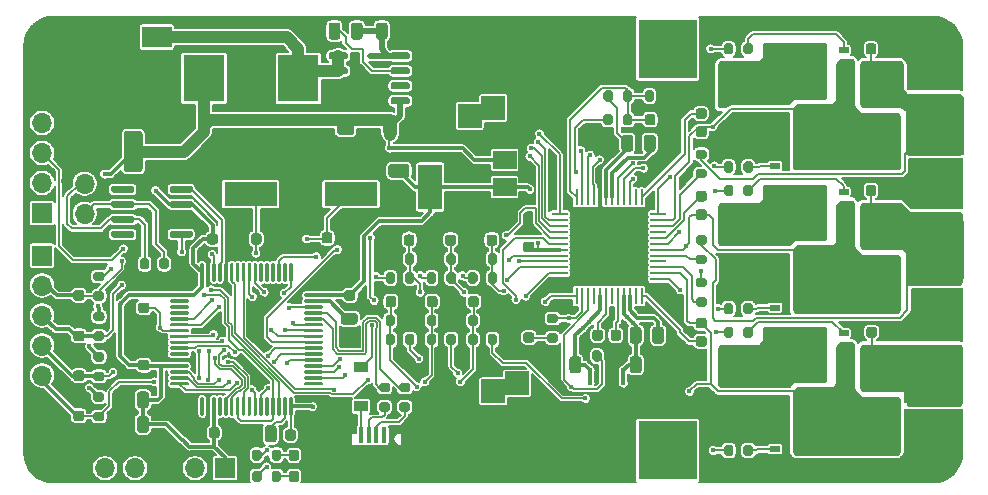
<source format=gbr>
%TF.GenerationSoftware,KiCad,Pcbnew,(5.1.10)-1*%
%TF.CreationDate,2021-12-01T19:41:51+01:00*%
%TF.ProjectId,xESC2,78455343-322e-46b6-9963-61645f706362,rev?*%
%TF.SameCoordinates,Original*%
%TF.FileFunction,Copper,L1,Top*%
%TF.FilePolarity,Positive*%
%FSLAX46Y46*%
G04 Gerber Fmt 4.6, Leading zero omitted, Abs format (unit mm)*
G04 Created by KiCad (PCBNEW (5.1.10)-1) date 2021-12-01 19:41:51*
%MOMM*%
%LPD*%
G01*
G04 APERTURE LIST*
%TA.AperFunction,ComponentPad*%
%ADD10O,1.700000X1.700000*%
%TD*%
%TA.AperFunction,ComponentPad*%
%ADD11R,1.700000X1.700000*%
%TD*%
%TA.AperFunction,ComponentPad*%
%ADD12O,0.850000X1.700000*%
%TD*%
%TA.AperFunction,SMDPad,CuDef*%
%ADD13R,2.100000X1.600000*%
%TD*%
%TA.AperFunction,SMDPad,CuDef*%
%ADD14R,1.900000X1.900000*%
%TD*%
%TA.AperFunction,SMDPad,CuDef*%
%ADD15R,0.400000X1.350000*%
%TD*%
%TA.AperFunction,SMDPad,CuDef*%
%ADD16R,1.200000X0.900000*%
%TD*%
%TA.AperFunction,SMDPad,CuDef*%
%ADD17R,4.500000X2.000000*%
%TD*%
%TA.AperFunction,SMDPad,CuDef*%
%ADD18R,5.000000X5.000000*%
%TD*%
%TA.AperFunction,SMDPad,CuDef*%
%ADD19R,2.000000X1.500000*%
%TD*%
%TA.AperFunction,SMDPad,CuDef*%
%ADD20R,2.000000X3.800000*%
%TD*%
%TA.AperFunction,SMDPad,CuDef*%
%ADD21R,3.500000X4.000000*%
%TD*%
%TA.AperFunction,SMDPad,CuDef*%
%ADD22R,2.500000X1.800000*%
%TD*%
%TA.AperFunction,ComponentPad*%
%ADD23C,4.700000*%
%TD*%
%TA.AperFunction,SMDPad,CuDef*%
%ADD24R,5.003800X5.003800*%
%TD*%
%TA.AperFunction,SMDPad,CuDef*%
%ADD25R,1.340599X0.279400*%
%TD*%
%TA.AperFunction,SMDPad,CuDef*%
%ADD26R,0.279400X1.340599*%
%TD*%
%TA.AperFunction,SMDPad,CuDef*%
%ADD27R,4.550000X4.410000*%
%TD*%
%TA.AperFunction,SMDPad,CuDef*%
%ADD28R,0.850000X0.500000*%
%TD*%
%TA.AperFunction,ComponentPad*%
%ADD29C,2.000000*%
%TD*%
%TA.AperFunction,ComponentPad*%
%ADD30R,2.000000X2.000000*%
%TD*%
%TA.AperFunction,ViaPad*%
%ADD31C,0.400000*%
%TD*%
%TA.AperFunction,Conductor*%
%ADD32C,0.200000*%
%TD*%
%TA.AperFunction,Conductor*%
%ADD33C,0.300000*%
%TD*%
%TA.AperFunction,Conductor*%
%ADD34C,1.000000*%
%TD*%
%TA.AperFunction,Conductor*%
%ADD35C,0.500000*%
%TD*%
%TA.AperFunction,Conductor*%
%ADD36C,0.127000*%
%TD*%
%TA.AperFunction,Conductor*%
%ADD37C,0.254000*%
%TD*%
%TA.AperFunction,Conductor*%
%ADD38C,0.100000*%
%TD*%
G04 APERTURE END LIST*
%TO.P,R38,2*%
%TO.N,Net-(D5-Pad2)*%
%TA.AperFunction,SMDPad,CuDef*%
G36*
G01*
X217225000Y-138675000D02*
X217225000Y-138125000D01*
G75*
G02*
X217425000Y-137925000I200000J0D01*
G01*
X217825000Y-137925000D01*
G75*
G02*
X218025000Y-138125000I0J-200000D01*
G01*
X218025000Y-138675000D01*
G75*
G02*
X217825000Y-138875000I-200000J0D01*
G01*
X217425000Y-138875000D01*
G75*
G02*
X217225000Y-138675000I0J200000D01*
G01*
G37*
%TD.AperFunction*%
%TO.P,R38,1*%
%TO.N,/LED_RED*%
%TA.AperFunction,SMDPad,CuDef*%
G36*
G01*
X215575000Y-138675000D02*
X215575000Y-138125000D01*
G75*
G02*
X215775000Y-137925000I200000J0D01*
G01*
X216175000Y-137925000D01*
G75*
G02*
X216375000Y-138125000I0J-200000D01*
G01*
X216375000Y-138675000D01*
G75*
G02*
X216175000Y-138875000I-200000J0D01*
G01*
X215775000Y-138875000D01*
G75*
G02*
X215575000Y-138675000I0J200000D01*
G01*
G37*
%TD.AperFunction*%
%TD*%
%TO.P,R37,2*%
%TO.N,Net-(D4-Pad2)*%
%TA.AperFunction,SMDPad,CuDef*%
G36*
G01*
X217225000Y-140475000D02*
X217225000Y-139925000D01*
G75*
G02*
X217425000Y-139725000I200000J0D01*
G01*
X217825000Y-139725000D01*
G75*
G02*
X218025000Y-139925000I0J-200000D01*
G01*
X218025000Y-140475000D01*
G75*
G02*
X217825000Y-140675000I-200000J0D01*
G01*
X217425000Y-140675000D01*
G75*
G02*
X217225000Y-140475000I0J200000D01*
G01*
G37*
%TD.AperFunction*%
%TO.P,R37,1*%
%TO.N,/LED_GREEN*%
%TA.AperFunction,SMDPad,CuDef*%
G36*
G01*
X215575000Y-140475000D02*
X215575000Y-139925000D01*
G75*
G02*
X215775000Y-139725000I200000J0D01*
G01*
X216175000Y-139725000D01*
G75*
G02*
X216375000Y-139925000I0J-200000D01*
G01*
X216375000Y-140475000D01*
G75*
G02*
X216175000Y-140675000I-200000J0D01*
G01*
X215775000Y-140675000D01*
G75*
G02*
X215575000Y-140475000I0J200000D01*
G01*
G37*
%TD.AperFunction*%
%TD*%
%TO.P,D5,2*%
%TO.N,Net-(D5-Pad2)*%
%TA.AperFunction,SMDPad,CuDef*%
G36*
G01*
X219550000Y-138153750D02*
X219550000Y-138666250D01*
G75*
G02*
X219331250Y-138885000I-218750J0D01*
G01*
X218893750Y-138885000D01*
G75*
G02*
X218675000Y-138666250I0J218750D01*
G01*
X218675000Y-138153750D01*
G75*
G02*
X218893750Y-137935000I218750J0D01*
G01*
X219331250Y-137935000D01*
G75*
G02*
X219550000Y-138153750I0J-218750D01*
G01*
G37*
%TD.AperFunction*%
%TO.P,D5,1*%
%TO.N,GND*%
%TA.AperFunction,SMDPad,CuDef*%
G36*
G01*
X221125000Y-138153750D02*
X221125000Y-138666250D01*
G75*
G02*
X220906250Y-138885000I-218750J0D01*
G01*
X220468750Y-138885000D01*
G75*
G02*
X220250000Y-138666250I0J218750D01*
G01*
X220250000Y-138153750D01*
G75*
G02*
X220468750Y-137935000I218750J0D01*
G01*
X220906250Y-137935000D01*
G75*
G02*
X221125000Y-138153750I0J-218750D01*
G01*
G37*
%TD.AperFunction*%
%TD*%
%TO.P,D4,2*%
%TO.N,Net-(D4-Pad2)*%
%TA.AperFunction,SMDPad,CuDef*%
G36*
G01*
X219550000Y-139943750D02*
X219550000Y-140456250D01*
G75*
G02*
X219331250Y-140675000I-218750J0D01*
G01*
X218893750Y-140675000D01*
G75*
G02*
X218675000Y-140456250I0J218750D01*
G01*
X218675000Y-139943750D01*
G75*
G02*
X218893750Y-139725000I218750J0D01*
G01*
X219331250Y-139725000D01*
G75*
G02*
X219550000Y-139943750I0J-218750D01*
G01*
G37*
%TD.AperFunction*%
%TO.P,D4,1*%
%TO.N,GND*%
%TA.AperFunction,SMDPad,CuDef*%
G36*
G01*
X221125000Y-139943750D02*
X221125000Y-140456250D01*
G75*
G02*
X220906250Y-140675000I-218750J0D01*
G01*
X220468750Y-140675000D01*
G75*
G02*
X220250000Y-140456250I0J218750D01*
G01*
X220250000Y-139943750D01*
G75*
G02*
X220468750Y-139725000I218750J0D01*
G01*
X220906250Y-139725000D01*
G75*
G02*
X221125000Y-139943750I0J-218750D01*
G01*
G37*
%TD.AperFunction*%
%TD*%
%TO.P,U5,8*%
%TO.N,N/C*%
%TA.AperFunction,SMDPad,CuDef*%
G36*
G01*
X205600000Y-119555000D02*
X205600000Y-119855000D01*
G75*
G02*
X205450000Y-120005000I-150000J0D01*
G01*
X203800000Y-120005000D01*
G75*
G02*
X203650000Y-119855000I0J150000D01*
G01*
X203650000Y-119555000D01*
G75*
G02*
X203800000Y-119405000I150000J0D01*
G01*
X205450000Y-119405000D01*
G75*
G02*
X205600000Y-119555000I0J-150000D01*
G01*
G37*
%TD.AperFunction*%
%TO.P,U5,7*%
%TO.N,Net-(J5-Pad3)*%
%TA.AperFunction,SMDPad,CuDef*%
G36*
G01*
X205600000Y-118285000D02*
X205600000Y-118585000D01*
G75*
G02*
X205450000Y-118735000I-150000J0D01*
G01*
X203800000Y-118735000D01*
G75*
G02*
X203650000Y-118585000I0J150000D01*
G01*
X203650000Y-118285000D01*
G75*
G02*
X203800000Y-118135000I150000J0D01*
G01*
X205450000Y-118135000D01*
G75*
G02*
X205600000Y-118285000I0J-150000D01*
G01*
G37*
%TD.AperFunction*%
%TO.P,U5,6*%
%TO.N,Net-(J5-Pad2)*%
%TA.AperFunction,SMDPad,CuDef*%
G36*
G01*
X205600000Y-117015000D02*
X205600000Y-117315000D01*
G75*
G02*
X205450000Y-117465000I-150000J0D01*
G01*
X203800000Y-117465000D01*
G75*
G02*
X203650000Y-117315000I0J150000D01*
G01*
X203650000Y-117015000D01*
G75*
G02*
X203800000Y-116865000I150000J0D01*
G01*
X205450000Y-116865000D01*
G75*
G02*
X205600000Y-117015000I0J-150000D01*
G01*
G37*
%TD.AperFunction*%
%TO.P,U5,5*%
%TO.N,N/C*%
%TA.AperFunction,SMDPad,CuDef*%
G36*
G01*
X205600000Y-115745000D02*
X205600000Y-116045000D01*
G75*
G02*
X205450000Y-116195000I-150000J0D01*
G01*
X203800000Y-116195000D01*
G75*
G02*
X203650000Y-116045000I0J150000D01*
G01*
X203650000Y-115745000D01*
G75*
G02*
X203800000Y-115595000I150000J0D01*
G01*
X205450000Y-115595000D01*
G75*
G02*
X205600000Y-115745000I0J-150000D01*
G01*
G37*
%TD.AperFunction*%
%TO.P,U5,4*%
%TO.N,/MCU/CAN_RX*%
%TA.AperFunction,SMDPad,CuDef*%
G36*
G01*
X210550000Y-115745000D02*
X210550000Y-116045000D01*
G75*
G02*
X210400000Y-116195000I-150000J0D01*
G01*
X208750000Y-116195000D01*
G75*
G02*
X208600000Y-116045000I0J150000D01*
G01*
X208600000Y-115745000D01*
G75*
G02*
X208750000Y-115595000I150000J0D01*
G01*
X210400000Y-115595000D01*
G75*
G02*
X210550000Y-115745000I0J-150000D01*
G01*
G37*
%TD.AperFunction*%
%TO.P,U5,3*%
%TO.N,+3V3*%
%TA.AperFunction,SMDPad,CuDef*%
G36*
G01*
X210550000Y-117015000D02*
X210550000Y-117315000D01*
G75*
G02*
X210400000Y-117465000I-150000J0D01*
G01*
X208750000Y-117465000D01*
G75*
G02*
X208600000Y-117315000I0J150000D01*
G01*
X208600000Y-117015000D01*
G75*
G02*
X208750000Y-116865000I150000J0D01*
G01*
X210400000Y-116865000D01*
G75*
G02*
X210550000Y-117015000I0J-150000D01*
G01*
G37*
%TD.AperFunction*%
%TO.P,U5,2*%
%TO.N,GND*%
%TA.AperFunction,SMDPad,CuDef*%
G36*
G01*
X210550000Y-118285000D02*
X210550000Y-118585000D01*
G75*
G02*
X210400000Y-118735000I-150000J0D01*
G01*
X208750000Y-118735000D01*
G75*
G02*
X208600000Y-118585000I0J150000D01*
G01*
X208600000Y-118285000D01*
G75*
G02*
X208750000Y-118135000I150000J0D01*
G01*
X210400000Y-118135000D01*
G75*
G02*
X210550000Y-118285000I0J-150000D01*
G01*
G37*
%TD.AperFunction*%
%TO.P,U5,1*%
%TO.N,/MCU/CAN_TX*%
%TA.AperFunction,SMDPad,CuDef*%
G36*
G01*
X210550000Y-119555000D02*
X210550000Y-119855000D01*
G75*
G02*
X210400000Y-120005000I-150000J0D01*
G01*
X208750000Y-120005000D01*
G75*
G02*
X208600000Y-119855000I0J150000D01*
G01*
X208600000Y-119555000D01*
G75*
G02*
X208750000Y-119405000I150000J0D01*
G01*
X210400000Y-119405000D01*
G75*
G02*
X210550000Y-119555000I0J-150000D01*
G01*
G37*
%TD.AperFunction*%
%TD*%
%TO.P,R36,2*%
%TO.N,Net-(J5-Pad2)*%
%TA.AperFunction,SMDPad,CuDef*%
G36*
G01*
X207725000Y-122475000D02*
X207725000Y-121925000D01*
G75*
G02*
X207925000Y-121725000I200000J0D01*
G01*
X208325000Y-121725000D01*
G75*
G02*
X208525000Y-121925000I0J-200000D01*
G01*
X208525000Y-122475000D01*
G75*
G02*
X208325000Y-122675000I-200000J0D01*
G01*
X207925000Y-122675000D01*
G75*
G02*
X207725000Y-122475000I0J200000D01*
G01*
G37*
%TD.AperFunction*%
%TO.P,R36,1*%
%TO.N,Net-(J5-Pad3)*%
%TA.AperFunction,SMDPad,CuDef*%
G36*
G01*
X206075000Y-122475000D02*
X206075000Y-121925000D01*
G75*
G02*
X206275000Y-121725000I200000J0D01*
G01*
X206675000Y-121725000D01*
G75*
G02*
X206875000Y-121925000I0J-200000D01*
G01*
X206875000Y-122475000D01*
G75*
G02*
X206675000Y-122675000I-200000J0D01*
G01*
X206275000Y-122675000D01*
G75*
G02*
X206075000Y-122475000I0J200000D01*
G01*
G37*
%TD.AperFunction*%
%TD*%
D10*
%TO.P,J5,3*%
%TO.N,Net-(J5-Pad3)*%
X201400000Y-115420000D03*
%TO.P,J5,2*%
%TO.N,Net-(J5-Pad2)*%
X201400000Y-117960000D03*
D11*
%TO.P,J5,1*%
%TO.N,GND*%
X201400000Y-120500000D03*
%TD*%
D10*
%TO.P,J4,5*%
%TO.N,GND*%
X197800000Y-107740000D03*
%TO.P,J4,4*%
%TO.N,/MCU/RX_NCS_EXT*%
X197800000Y-110280000D03*
%TO.P,J4,3*%
%TO.N,/MCU/SCK_EXT*%
X197800000Y-112820000D03*
%TO.P,J4,2*%
%TO.N,/MCU/TX_MOSI_EXT*%
X197800000Y-115360000D03*
D11*
%TO.P,J4,1*%
%TO.N,/MCU/MISO_EXT*%
X197800000Y-117900000D03*
%TD*%
%TO.P,R35,2*%
%TO.N,/HALL3*%
%TA.AperFunction,SMDPad,CuDef*%
G36*
G01*
X202325000Y-134725000D02*
X202875000Y-134725000D01*
G75*
G02*
X203075000Y-134925000I0J-200000D01*
G01*
X203075000Y-135325000D01*
G75*
G02*
X202875000Y-135525000I-200000J0D01*
G01*
X202325000Y-135525000D01*
G75*
G02*
X202125000Y-135325000I0J200000D01*
G01*
X202125000Y-134925000D01*
G75*
G02*
X202325000Y-134725000I200000J0D01*
G01*
G37*
%TD.AperFunction*%
%TO.P,R35,1*%
%TO.N,+5V*%
%TA.AperFunction,SMDPad,CuDef*%
G36*
G01*
X202325000Y-133075000D02*
X202875000Y-133075000D01*
G75*
G02*
X203075000Y-133275000I0J-200000D01*
G01*
X203075000Y-133675000D01*
G75*
G02*
X202875000Y-133875000I-200000J0D01*
G01*
X202325000Y-133875000D01*
G75*
G02*
X202125000Y-133675000I0J200000D01*
G01*
X202125000Y-133275000D01*
G75*
G02*
X202325000Y-133075000I200000J0D01*
G01*
G37*
%TD.AperFunction*%
%TD*%
%TO.P,R34,2*%
%TO.N,/HALL2*%
%TA.AperFunction,SMDPad,CuDef*%
G36*
G01*
X202325000Y-131325000D02*
X202875000Y-131325000D01*
G75*
G02*
X203075000Y-131525000I0J-200000D01*
G01*
X203075000Y-131925000D01*
G75*
G02*
X202875000Y-132125000I-200000J0D01*
G01*
X202325000Y-132125000D01*
G75*
G02*
X202125000Y-131925000I0J200000D01*
G01*
X202125000Y-131525000D01*
G75*
G02*
X202325000Y-131325000I200000J0D01*
G01*
G37*
%TD.AperFunction*%
%TO.P,R34,1*%
%TO.N,+5V*%
%TA.AperFunction,SMDPad,CuDef*%
G36*
G01*
X202325000Y-129675000D02*
X202875000Y-129675000D01*
G75*
G02*
X203075000Y-129875000I0J-200000D01*
G01*
X203075000Y-130275000D01*
G75*
G02*
X202875000Y-130475000I-200000J0D01*
G01*
X202325000Y-130475000D01*
G75*
G02*
X202125000Y-130275000I0J200000D01*
G01*
X202125000Y-129875000D01*
G75*
G02*
X202325000Y-129675000I200000J0D01*
G01*
G37*
%TD.AperFunction*%
%TD*%
%TO.P,R33,2*%
%TO.N,/HALL1*%
%TA.AperFunction,SMDPad,CuDef*%
G36*
G01*
X202325000Y-127925000D02*
X202875000Y-127925000D01*
G75*
G02*
X203075000Y-128125000I0J-200000D01*
G01*
X203075000Y-128525000D01*
G75*
G02*
X202875000Y-128725000I-200000J0D01*
G01*
X202325000Y-128725000D01*
G75*
G02*
X202125000Y-128525000I0J200000D01*
G01*
X202125000Y-128125000D01*
G75*
G02*
X202325000Y-127925000I200000J0D01*
G01*
G37*
%TD.AperFunction*%
%TO.P,R33,1*%
%TO.N,+5V*%
%TA.AperFunction,SMDPad,CuDef*%
G36*
G01*
X202325000Y-126275000D02*
X202875000Y-126275000D01*
G75*
G02*
X203075000Y-126475000I0J-200000D01*
G01*
X203075000Y-126875000D01*
G75*
G02*
X202875000Y-127075000I-200000J0D01*
G01*
X202325000Y-127075000D01*
G75*
G02*
X202125000Y-126875000I0J200000D01*
G01*
X202125000Y-126475000D01*
G75*
G02*
X202325000Y-126275000I200000J0D01*
G01*
G37*
%TD.AperFunction*%
%TD*%
%TO.P,R32,2*%
%TO.N,Net-(J2-Pad3)*%
%TA.AperFunction,SMDPad,CuDef*%
G36*
G01*
X228225000Y-133925000D02*
X228775000Y-133925000D01*
G75*
G02*
X228975000Y-134125000I0J-200000D01*
G01*
X228975000Y-134525000D01*
G75*
G02*
X228775000Y-134725000I-200000J0D01*
G01*
X228225000Y-134725000D01*
G75*
G02*
X228025000Y-134525000I0J200000D01*
G01*
X228025000Y-134125000D01*
G75*
G02*
X228225000Y-133925000I200000J0D01*
G01*
G37*
%TD.AperFunction*%
%TO.P,R32,1*%
%TO.N,/USB_DP*%
%TA.AperFunction,SMDPad,CuDef*%
G36*
G01*
X228225000Y-132275000D02*
X228775000Y-132275000D01*
G75*
G02*
X228975000Y-132475000I0J-200000D01*
G01*
X228975000Y-132875000D01*
G75*
G02*
X228775000Y-133075000I-200000J0D01*
G01*
X228225000Y-133075000D01*
G75*
G02*
X228025000Y-132875000I0J200000D01*
G01*
X228025000Y-132475000D01*
G75*
G02*
X228225000Y-132275000I200000J0D01*
G01*
G37*
%TD.AperFunction*%
%TD*%
%TO.P,R31,2*%
%TO.N,Net-(J2-Pad2)*%
%TA.AperFunction,SMDPad,CuDef*%
G36*
G01*
X226525000Y-133925000D02*
X227075000Y-133925000D01*
G75*
G02*
X227275000Y-134125000I0J-200000D01*
G01*
X227275000Y-134525000D01*
G75*
G02*
X227075000Y-134725000I-200000J0D01*
G01*
X226525000Y-134725000D01*
G75*
G02*
X226325000Y-134525000I0J200000D01*
G01*
X226325000Y-134125000D01*
G75*
G02*
X226525000Y-133925000I200000J0D01*
G01*
G37*
%TD.AperFunction*%
%TO.P,R31,1*%
%TO.N,/USB_DM*%
%TA.AperFunction,SMDPad,CuDef*%
G36*
G01*
X226525000Y-132275000D02*
X227075000Y-132275000D01*
G75*
G02*
X227275000Y-132475000I0J-200000D01*
G01*
X227275000Y-132875000D01*
G75*
G02*
X227075000Y-133075000I-200000J0D01*
G01*
X226525000Y-133075000D01*
G75*
G02*
X226325000Y-132875000I0J200000D01*
G01*
X226325000Y-132475000D01*
G75*
G02*
X226525000Y-132275000I200000J0D01*
G01*
G37*
%TD.AperFunction*%
%TD*%
%TO.P,R30,2*%
%TO.N,/TEMP_MOTOR*%
%TA.AperFunction,SMDPad,CuDef*%
G36*
G01*
X202325000Y-124525000D02*
X202875000Y-124525000D01*
G75*
G02*
X203075000Y-124725000I0J-200000D01*
G01*
X203075000Y-125125000D01*
G75*
G02*
X202875000Y-125325000I-200000J0D01*
G01*
X202325000Y-125325000D01*
G75*
G02*
X202125000Y-125125000I0J200000D01*
G01*
X202125000Y-124725000D01*
G75*
G02*
X202325000Y-124525000I200000J0D01*
G01*
G37*
%TD.AperFunction*%
%TO.P,R30,1*%
%TO.N,+3V3*%
%TA.AperFunction,SMDPad,CuDef*%
G36*
G01*
X202325000Y-122875000D02*
X202875000Y-122875000D01*
G75*
G02*
X203075000Y-123075000I0J-200000D01*
G01*
X203075000Y-123475000D01*
G75*
G02*
X202875000Y-123675000I-200000J0D01*
G01*
X202325000Y-123675000D01*
G75*
G02*
X202125000Y-123475000I0J200000D01*
G01*
X202125000Y-123075000D01*
G75*
G02*
X202325000Y-122875000I200000J0D01*
G01*
G37*
%TD.AperFunction*%
%TD*%
D10*
%TO.P,J3,5*%
%TO.N,/MCU/Reset*%
X203120000Y-139500000D03*
%TO.P,J3,4*%
%TO.N,/MCU/SWDIO*%
X205660000Y-139500000D03*
%TO.P,J3,3*%
%TO.N,GND*%
X208200000Y-139500000D03*
%TO.P,J3,2*%
%TO.N,/MCU/SWDCLK*%
X210740000Y-139500000D03*
D11*
%TO.P,J3,1*%
%TO.N,+3V3*%
X213280000Y-139500000D03*
%TD*%
D12*
%TO.P,J2,S6*%
%TO.N,GND*%
X228925000Y-139400000D03*
%TO.P,J2,S5*%
X223275000Y-139400000D03*
D13*
%TO.P,J2,S2*%
X229200000Y-136850000D03*
%TO.P,J2,S1*%
X223000000Y-136850000D03*
D14*
%TO.P,J2,S4*%
X227300000Y-139400000D03*
%TO.P,J2,S3*%
X224900000Y-139400000D03*
D15*
%TO.P,J2,5*%
X227400000Y-136725000D03*
%TO.P,J2,4*%
%TO.N,N/C*%
X226750000Y-136725000D03*
%TO.P,J2,3*%
%TO.N,Net-(J2-Pad3)*%
X226100000Y-136725000D03*
%TO.P,J2,2*%
%TO.N,Net-(J2-Pad2)*%
X225450000Y-136725000D03*
%TO.P,J2,1*%
%TO.N,Net-(D3-Pad2)*%
X224800000Y-136725000D03*
%TD*%
D10*
%TO.P,J1,6*%
%TO.N,GND*%
X197800000Y-134200000D03*
%TO.P,J1,5*%
%TO.N,/HALL3*%
X197800000Y-131660000D03*
%TO.P,J1,4*%
%TO.N,/HALL2*%
X197800000Y-129120000D03*
%TO.P,J1,3*%
%TO.N,/HALL1*%
X197800000Y-126580000D03*
%TO.P,J1,2*%
%TO.N,/TEMP_MOTOR*%
X197800000Y-124040000D03*
D11*
%TO.P,J1,1*%
%TO.N,+5V*%
X197800000Y-121500000D03*
%TD*%
D16*
%TO.P,D3,2*%
%TO.N,Net-(D3-Pad2)*%
X224800000Y-134250000D03*
%TO.P,D3,1*%
%TO.N,+5V*%
X224800000Y-130950000D03*
%TD*%
%TO.P,C47,2*%
%TO.N,GND*%
%TA.AperFunction,SMDPad,CuDef*%
G36*
G01*
X201150000Y-133975000D02*
X200650000Y-133975000D01*
G75*
G02*
X200425000Y-133750000I0J225000D01*
G01*
X200425000Y-133300000D01*
G75*
G02*
X200650000Y-133075000I225000J0D01*
G01*
X201150000Y-133075000D01*
G75*
G02*
X201375000Y-133300000I0J-225000D01*
G01*
X201375000Y-133750000D01*
G75*
G02*
X201150000Y-133975000I-225000J0D01*
G01*
G37*
%TD.AperFunction*%
%TO.P,C47,1*%
%TO.N,/HALL3*%
%TA.AperFunction,SMDPad,CuDef*%
G36*
G01*
X201150000Y-135525000D02*
X200650000Y-135525000D01*
G75*
G02*
X200425000Y-135300000I0J225000D01*
G01*
X200425000Y-134850000D01*
G75*
G02*
X200650000Y-134625000I225000J0D01*
G01*
X201150000Y-134625000D01*
G75*
G02*
X201375000Y-134850000I0J-225000D01*
G01*
X201375000Y-135300000D01*
G75*
G02*
X201150000Y-135525000I-225000J0D01*
G01*
G37*
%TD.AperFunction*%
%TD*%
%TO.P,C46,2*%
%TO.N,GND*%
%TA.AperFunction,SMDPad,CuDef*%
G36*
G01*
X201150000Y-130575000D02*
X200650000Y-130575000D01*
G75*
G02*
X200425000Y-130350000I0J225000D01*
G01*
X200425000Y-129900000D01*
G75*
G02*
X200650000Y-129675000I225000J0D01*
G01*
X201150000Y-129675000D01*
G75*
G02*
X201375000Y-129900000I0J-225000D01*
G01*
X201375000Y-130350000D01*
G75*
G02*
X201150000Y-130575000I-225000J0D01*
G01*
G37*
%TD.AperFunction*%
%TO.P,C46,1*%
%TO.N,/HALL2*%
%TA.AperFunction,SMDPad,CuDef*%
G36*
G01*
X201150000Y-132125000D02*
X200650000Y-132125000D01*
G75*
G02*
X200425000Y-131900000I0J225000D01*
G01*
X200425000Y-131450000D01*
G75*
G02*
X200650000Y-131225000I225000J0D01*
G01*
X201150000Y-131225000D01*
G75*
G02*
X201375000Y-131450000I0J-225000D01*
G01*
X201375000Y-131900000D01*
G75*
G02*
X201150000Y-132125000I-225000J0D01*
G01*
G37*
%TD.AperFunction*%
%TD*%
%TO.P,C45,2*%
%TO.N,GND*%
%TA.AperFunction,SMDPad,CuDef*%
G36*
G01*
X201150000Y-127205000D02*
X200650000Y-127205000D01*
G75*
G02*
X200425000Y-126980000I0J225000D01*
G01*
X200425000Y-126530000D01*
G75*
G02*
X200650000Y-126305000I225000J0D01*
G01*
X201150000Y-126305000D01*
G75*
G02*
X201375000Y-126530000I0J-225000D01*
G01*
X201375000Y-126980000D01*
G75*
G02*
X201150000Y-127205000I-225000J0D01*
G01*
G37*
%TD.AperFunction*%
%TO.P,C45,1*%
%TO.N,/HALL1*%
%TA.AperFunction,SMDPad,CuDef*%
G36*
G01*
X201150000Y-128755000D02*
X200650000Y-128755000D01*
G75*
G02*
X200425000Y-128530000I0J225000D01*
G01*
X200425000Y-128080000D01*
G75*
G02*
X200650000Y-127855000I225000J0D01*
G01*
X201150000Y-127855000D01*
G75*
G02*
X201375000Y-128080000I0J-225000D01*
G01*
X201375000Y-128530000D01*
G75*
G02*
X201150000Y-128755000I-225000J0D01*
G01*
G37*
%TD.AperFunction*%
%TD*%
%TO.P,C44,2*%
%TO.N,GND*%
%TA.AperFunction,SMDPad,CuDef*%
G36*
G01*
X201150000Y-123775000D02*
X200650000Y-123775000D01*
G75*
G02*
X200425000Y-123550000I0J225000D01*
G01*
X200425000Y-123100000D01*
G75*
G02*
X200650000Y-122875000I225000J0D01*
G01*
X201150000Y-122875000D01*
G75*
G02*
X201375000Y-123100000I0J-225000D01*
G01*
X201375000Y-123550000D01*
G75*
G02*
X201150000Y-123775000I-225000J0D01*
G01*
G37*
%TD.AperFunction*%
%TO.P,C44,1*%
%TO.N,/TEMP_MOTOR*%
%TA.AperFunction,SMDPad,CuDef*%
G36*
G01*
X201150000Y-125325000D02*
X200650000Y-125325000D01*
G75*
G02*
X200425000Y-125100000I0J225000D01*
G01*
X200425000Y-124650000D01*
G75*
G02*
X200650000Y-124425000I225000J0D01*
G01*
X201150000Y-124425000D01*
G75*
G02*
X201375000Y-124650000I0J-225000D01*
G01*
X201375000Y-125100000D01*
G75*
G02*
X201150000Y-125325000I-225000J0D01*
G01*
G37*
%TD.AperFunction*%
%TD*%
%TO.P,R29,2*%
%TO.N,GND*%
%TA.AperFunction,SMDPad,CuDef*%
G36*
G01*
X246025000Y-130275000D02*
X246025000Y-129725000D01*
G75*
G02*
X246225000Y-129525000I200000J0D01*
G01*
X246625000Y-129525000D01*
G75*
G02*
X246825000Y-129725000I0J-200000D01*
G01*
X246825000Y-130275000D01*
G75*
G02*
X246625000Y-130475000I-200000J0D01*
G01*
X246225000Y-130475000D01*
G75*
G02*
X246025000Y-130275000I0J200000D01*
G01*
G37*
%TD.AperFunction*%
%TO.P,R29,1*%
%TO.N,/MCU/DRV_ENABLE*%
%TA.AperFunction,SMDPad,CuDef*%
G36*
G01*
X244375000Y-130275000D02*
X244375000Y-129725000D01*
G75*
G02*
X244575000Y-129525000I200000J0D01*
G01*
X244975000Y-129525000D01*
G75*
G02*
X245175000Y-129725000I0J-200000D01*
G01*
X245175000Y-130275000D01*
G75*
G02*
X244975000Y-130475000I-200000J0D01*
G01*
X244575000Y-130475000D01*
G75*
G02*
X244375000Y-130275000I0J200000D01*
G01*
G37*
%TD.AperFunction*%
%TD*%
%TO.P,R28,2*%
%TO.N,GND*%
%TA.AperFunction,SMDPad,CuDef*%
G36*
G01*
X235525000Y-127275000D02*
X235525000Y-126725000D01*
G75*
G02*
X235725000Y-126525000I200000J0D01*
G01*
X236125000Y-126525000D01*
G75*
G02*
X236325000Y-126725000I0J-200000D01*
G01*
X236325000Y-127275000D01*
G75*
G02*
X236125000Y-127475000I-200000J0D01*
G01*
X235725000Y-127475000D01*
G75*
G02*
X235525000Y-127275000I0J200000D01*
G01*
G37*
%TD.AperFunction*%
%TO.P,R28,1*%
%TO.N,/PHASE_W_FILTERED*%
%TA.AperFunction,SMDPad,CuDef*%
G36*
G01*
X233875000Y-127275000D02*
X233875000Y-126725000D01*
G75*
G02*
X234075000Y-126525000I200000J0D01*
G01*
X234475000Y-126525000D01*
G75*
G02*
X234675000Y-126725000I0J-200000D01*
G01*
X234675000Y-127275000D01*
G75*
G02*
X234475000Y-127475000I-200000J0D01*
G01*
X234075000Y-127475000D01*
G75*
G02*
X233875000Y-127275000I0J200000D01*
G01*
G37*
%TD.AperFunction*%
%TD*%
%TO.P,R27,2*%
%TO.N,/PHASE_W_FILTERED*%
%TA.AperFunction,SMDPad,CuDef*%
G36*
G01*
X234675000Y-128325000D02*
X234675000Y-128875000D01*
G75*
G02*
X234475000Y-129075000I-200000J0D01*
G01*
X234075000Y-129075000D01*
G75*
G02*
X233875000Y-128875000I0J200000D01*
G01*
X233875000Y-128325000D01*
G75*
G02*
X234075000Y-128125000I200000J0D01*
G01*
X234475000Y-128125000D01*
G75*
G02*
X234675000Y-128325000I0J-200000D01*
G01*
G37*
%TD.AperFunction*%
%TO.P,R27,1*%
%TO.N,/PHASE_W_RAW*%
%TA.AperFunction,SMDPad,CuDef*%
G36*
G01*
X236325000Y-128325000D02*
X236325000Y-128875000D01*
G75*
G02*
X236125000Y-129075000I-200000J0D01*
G01*
X235725000Y-129075000D01*
G75*
G02*
X235525000Y-128875000I0J200000D01*
G01*
X235525000Y-128325000D01*
G75*
G02*
X235725000Y-128125000I200000J0D01*
G01*
X236125000Y-128125000D01*
G75*
G02*
X236325000Y-128325000I0J-200000D01*
G01*
G37*
%TD.AperFunction*%
%TD*%
%TO.P,R26,2*%
%TO.N,GND*%
%TA.AperFunction,SMDPad,CuDef*%
G36*
G01*
X232025000Y-127275000D02*
X232025000Y-126725000D01*
G75*
G02*
X232225000Y-126525000I200000J0D01*
G01*
X232625000Y-126525000D01*
G75*
G02*
X232825000Y-126725000I0J-200000D01*
G01*
X232825000Y-127275000D01*
G75*
G02*
X232625000Y-127475000I-200000J0D01*
G01*
X232225000Y-127475000D01*
G75*
G02*
X232025000Y-127275000I0J200000D01*
G01*
G37*
%TD.AperFunction*%
%TO.P,R26,1*%
%TO.N,/PHASE_V_FILTERED*%
%TA.AperFunction,SMDPad,CuDef*%
G36*
G01*
X230375000Y-127275000D02*
X230375000Y-126725000D01*
G75*
G02*
X230575000Y-126525000I200000J0D01*
G01*
X230975000Y-126525000D01*
G75*
G02*
X231175000Y-126725000I0J-200000D01*
G01*
X231175000Y-127275000D01*
G75*
G02*
X230975000Y-127475000I-200000J0D01*
G01*
X230575000Y-127475000D01*
G75*
G02*
X230375000Y-127275000I0J200000D01*
G01*
G37*
%TD.AperFunction*%
%TD*%
%TO.P,R25,2*%
%TO.N,/PHASE_V_FILTERED*%
%TA.AperFunction,SMDPad,CuDef*%
G36*
G01*
X231175000Y-128325000D02*
X231175000Y-128875000D01*
G75*
G02*
X230975000Y-129075000I-200000J0D01*
G01*
X230575000Y-129075000D01*
G75*
G02*
X230375000Y-128875000I0J200000D01*
G01*
X230375000Y-128325000D01*
G75*
G02*
X230575000Y-128125000I200000J0D01*
G01*
X230975000Y-128125000D01*
G75*
G02*
X231175000Y-128325000I0J-200000D01*
G01*
G37*
%TD.AperFunction*%
%TO.P,R25,1*%
%TO.N,/PHASE_V_RAW*%
%TA.AperFunction,SMDPad,CuDef*%
G36*
G01*
X232825000Y-128325000D02*
X232825000Y-128875000D01*
G75*
G02*
X232625000Y-129075000I-200000J0D01*
G01*
X232225000Y-129075000D01*
G75*
G02*
X232025000Y-128875000I0J200000D01*
G01*
X232025000Y-128325000D01*
G75*
G02*
X232225000Y-128125000I200000J0D01*
G01*
X232625000Y-128125000D01*
G75*
G02*
X232825000Y-128325000I0J-200000D01*
G01*
G37*
%TD.AperFunction*%
%TD*%
%TO.P,R24,2*%
%TO.N,GND*%
%TA.AperFunction,SMDPad,CuDef*%
G36*
G01*
X228525000Y-127275000D02*
X228525000Y-126725000D01*
G75*
G02*
X228725000Y-126525000I200000J0D01*
G01*
X229125000Y-126525000D01*
G75*
G02*
X229325000Y-126725000I0J-200000D01*
G01*
X229325000Y-127275000D01*
G75*
G02*
X229125000Y-127475000I-200000J0D01*
G01*
X228725000Y-127475000D01*
G75*
G02*
X228525000Y-127275000I0J200000D01*
G01*
G37*
%TD.AperFunction*%
%TO.P,R24,1*%
%TO.N,/PHASE_U_FILTERED*%
%TA.AperFunction,SMDPad,CuDef*%
G36*
G01*
X226875000Y-127275000D02*
X226875000Y-126725000D01*
G75*
G02*
X227075000Y-126525000I200000J0D01*
G01*
X227475000Y-126525000D01*
G75*
G02*
X227675000Y-126725000I0J-200000D01*
G01*
X227675000Y-127275000D01*
G75*
G02*
X227475000Y-127475000I-200000J0D01*
G01*
X227075000Y-127475000D01*
G75*
G02*
X226875000Y-127275000I0J200000D01*
G01*
G37*
%TD.AperFunction*%
%TD*%
%TO.P,R23,2*%
%TO.N,/PHASE_U_FILTERED*%
%TA.AperFunction,SMDPad,CuDef*%
G36*
G01*
X227675000Y-128325000D02*
X227675000Y-128875000D01*
G75*
G02*
X227475000Y-129075000I-200000J0D01*
G01*
X227075000Y-129075000D01*
G75*
G02*
X226875000Y-128875000I0J200000D01*
G01*
X226875000Y-128325000D01*
G75*
G02*
X227075000Y-128125000I200000J0D01*
G01*
X227475000Y-128125000D01*
G75*
G02*
X227675000Y-128325000I0J-200000D01*
G01*
G37*
%TD.AperFunction*%
%TO.P,R23,1*%
%TO.N,/PHASE_U_RAW*%
%TA.AperFunction,SMDPad,CuDef*%
G36*
G01*
X229325000Y-128325000D02*
X229325000Y-128875000D01*
G75*
G02*
X229125000Y-129075000I-200000J0D01*
G01*
X228725000Y-129075000D01*
G75*
G02*
X228525000Y-128875000I0J200000D01*
G01*
X228525000Y-128325000D01*
G75*
G02*
X228725000Y-128125000I200000J0D01*
G01*
X229125000Y-128125000D01*
G75*
G02*
X229325000Y-128325000I0J-200000D01*
G01*
G37*
%TD.AperFunction*%
%TD*%
%TO.P,R22,2*%
%TO.N,GND*%
%TA.AperFunction,SMDPad,CuDef*%
G36*
G01*
X227675000Y-121525000D02*
X227675000Y-122075000D01*
G75*
G02*
X227475000Y-122275000I-200000J0D01*
G01*
X227075000Y-122275000D01*
G75*
G02*
X226875000Y-122075000I0J200000D01*
G01*
X226875000Y-121525000D01*
G75*
G02*
X227075000Y-121325000I200000J0D01*
G01*
X227475000Y-121325000D01*
G75*
G02*
X227675000Y-121525000I0J-200000D01*
G01*
G37*
%TD.AperFunction*%
%TO.P,R22,1*%
%TO.N,/CUR_W*%
%TA.AperFunction,SMDPad,CuDef*%
G36*
G01*
X229325000Y-121525000D02*
X229325000Y-122075000D01*
G75*
G02*
X229125000Y-122275000I-200000J0D01*
G01*
X228725000Y-122275000D01*
G75*
G02*
X228525000Y-122075000I0J200000D01*
G01*
X228525000Y-121525000D01*
G75*
G02*
X228725000Y-121325000I200000J0D01*
G01*
X229125000Y-121325000D01*
G75*
G02*
X229325000Y-121525000I0J-200000D01*
G01*
G37*
%TD.AperFunction*%
%TD*%
%TO.P,R21,2*%
%TO.N,/CUR_W*%
%TA.AperFunction,SMDPad,CuDef*%
G36*
G01*
X228525000Y-123675000D02*
X228525000Y-123125000D01*
G75*
G02*
X228725000Y-122925000I200000J0D01*
G01*
X229125000Y-122925000D01*
G75*
G02*
X229325000Y-123125000I0J-200000D01*
G01*
X229325000Y-123675000D01*
G75*
G02*
X229125000Y-123875000I-200000J0D01*
G01*
X228725000Y-123875000D01*
G75*
G02*
X228525000Y-123675000I0J200000D01*
G01*
G37*
%TD.AperFunction*%
%TO.P,R21,1*%
%TO.N,/CURW_5V*%
%TA.AperFunction,SMDPad,CuDef*%
G36*
G01*
X226875000Y-123675000D02*
X226875000Y-123125000D01*
G75*
G02*
X227075000Y-122925000I200000J0D01*
G01*
X227475000Y-122925000D01*
G75*
G02*
X227675000Y-123125000I0J-200000D01*
G01*
X227675000Y-123675000D01*
G75*
G02*
X227475000Y-123875000I-200000J0D01*
G01*
X227075000Y-123875000D01*
G75*
G02*
X226875000Y-123675000I0J200000D01*
G01*
G37*
%TD.AperFunction*%
%TD*%
%TO.P,R20,2*%
%TO.N,GND*%
%TA.AperFunction,SMDPad,CuDef*%
G36*
G01*
X231175000Y-121525000D02*
X231175000Y-122075000D01*
G75*
G02*
X230975000Y-122275000I-200000J0D01*
G01*
X230575000Y-122275000D01*
G75*
G02*
X230375000Y-122075000I0J200000D01*
G01*
X230375000Y-121525000D01*
G75*
G02*
X230575000Y-121325000I200000J0D01*
G01*
X230975000Y-121325000D01*
G75*
G02*
X231175000Y-121525000I0J-200000D01*
G01*
G37*
%TD.AperFunction*%
%TO.P,R20,1*%
%TO.N,/CUR_V*%
%TA.AperFunction,SMDPad,CuDef*%
G36*
G01*
X232825000Y-121525000D02*
X232825000Y-122075000D01*
G75*
G02*
X232625000Y-122275000I-200000J0D01*
G01*
X232225000Y-122275000D01*
G75*
G02*
X232025000Y-122075000I0J200000D01*
G01*
X232025000Y-121525000D01*
G75*
G02*
X232225000Y-121325000I200000J0D01*
G01*
X232625000Y-121325000D01*
G75*
G02*
X232825000Y-121525000I0J-200000D01*
G01*
G37*
%TD.AperFunction*%
%TD*%
%TO.P,R19,2*%
%TO.N,/CUR_V*%
%TA.AperFunction,SMDPad,CuDef*%
G36*
G01*
X232025000Y-123675000D02*
X232025000Y-123125000D01*
G75*
G02*
X232225000Y-122925000I200000J0D01*
G01*
X232625000Y-122925000D01*
G75*
G02*
X232825000Y-123125000I0J-200000D01*
G01*
X232825000Y-123675000D01*
G75*
G02*
X232625000Y-123875000I-200000J0D01*
G01*
X232225000Y-123875000D01*
G75*
G02*
X232025000Y-123675000I0J200000D01*
G01*
G37*
%TD.AperFunction*%
%TO.P,R19,1*%
%TO.N,/CURV_5V*%
%TA.AperFunction,SMDPad,CuDef*%
G36*
G01*
X230375000Y-123675000D02*
X230375000Y-123125000D01*
G75*
G02*
X230575000Y-122925000I200000J0D01*
G01*
X230975000Y-122925000D01*
G75*
G02*
X231175000Y-123125000I0J-200000D01*
G01*
X231175000Y-123675000D01*
G75*
G02*
X230975000Y-123875000I-200000J0D01*
G01*
X230575000Y-123875000D01*
G75*
G02*
X230375000Y-123675000I0J200000D01*
G01*
G37*
%TD.AperFunction*%
%TD*%
%TO.P,R18,2*%
%TO.N,GND*%
%TA.AperFunction,SMDPad,CuDef*%
G36*
G01*
X234675000Y-121525000D02*
X234675000Y-122075000D01*
G75*
G02*
X234475000Y-122275000I-200000J0D01*
G01*
X234075000Y-122275000D01*
G75*
G02*
X233875000Y-122075000I0J200000D01*
G01*
X233875000Y-121525000D01*
G75*
G02*
X234075000Y-121325000I200000J0D01*
G01*
X234475000Y-121325000D01*
G75*
G02*
X234675000Y-121525000I0J-200000D01*
G01*
G37*
%TD.AperFunction*%
%TO.P,R18,1*%
%TO.N,/CUR_U*%
%TA.AperFunction,SMDPad,CuDef*%
G36*
G01*
X236325000Y-121525000D02*
X236325000Y-122075000D01*
G75*
G02*
X236125000Y-122275000I-200000J0D01*
G01*
X235725000Y-122275000D01*
G75*
G02*
X235525000Y-122075000I0J200000D01*
G01*
X235525000Y-121525000D01*
G75*
G02*
X235725000Y-121325000I200000J0D01*
G01*
X236125000Y-121325000D01*
G75*
G02*
X236325000Y-121525000I0J-200000D01*
G01*
G37*
%TD.AperFunction*%
%TD*%
%TO.P,R17,2*%
%TO.N,/CUR_U*%
%TA.AperFunction,SMDPad,CuDef*%
G36*
G01*
X235525000Y-123675000D02*
X235525000Y-123125000D01*
G75*
G02*
X235725000Y-122925000I200000J0D01*
G01*
X236125000Y-122925000D01*
G75*
G02*
X236325000Y-123125000I0J-200000D01*
G01*
X236325000Y-123675000D01*
G75*
G02*
X236125000Y-123875000I-200000J0D01*
G01*
X235725000Y-123875000D01*
G75*
G02*
X235525000Y-123675000I0J200000D01*
G01*
G37*
%TD.AperFunction*%
%TO.P,R17,1*%
%TO.N,/CURU_5V*%
%TA.AperFunction,SMDPad,CuDef*%
G36*
G01*
X233875000Y-123675000D02*
X233875000Y-123125000D01*
G75*
G02*
X234075000Y-122925000I200000J0D01*
G01*
X234475000Y-122925000D01*
G75*
G02*
X234675000Y-123125000I0J-200000D01*
G01*
X234675000Y-123675000D01*
G75*
G02*
X234475000Y-123875000I-200000J0D01*
G01*
X234075000Y-123875000D01*
G75*
G02*
X233875000Y-123675000I0J200000D01*
G01*
G37*
%TD.AperFunction*%
%TD*%
%TO.P,C43,2*%
%TO.N,GND*%
%TA.AperFunction,SMDPad,CuDef*%
G36*
G01*
X211275000Y-136250000D02*
X211275000Y-136750000D01*
G75*
G02*
X211050000Y-136975000I-225000J0D01*
G01*
X210600000Y-136975000D01*
G75*
G02*
X210375000Y-136750000I0J225000D01*
G01*
X210375000Y-136250000D01*
G75*
G02*
X210600000Y-136025000I225000J0D01*
G01*
X211050000Y-136025000D01*
G75*
G02*
X211275000Y-136250000I0J-225000D01*
G01*
G37*
%TD.AperFunction*%
%TO.P,C43,1*%
%TO.N,+3V3*%
%TA.AperFunction,SMDPad,CuDef*%
G36*
G01*
X212825000Y-136250000D02*
X212825000Y-136750000D01*
G75*
G02*
X212600000Y-136975000I-225000J0D01*
G01*
X212150000Y-136975000D01*
G75*
G02*
X211925000Y-136750000I0J225000D01*
G01*
X211925000Y-136250000D01*
G75*
G02*
X212150000Y-136025000I225000J0D01*
G01*
X212600000Y-136025000D01*
G75*
G02*
X212825000Y-136250000I0J-225000D01*
G01*
G37*
%TD.AperFunction*%
%TD*%
%TO.P,C42,2*%
%TO.N,GND*%
%TA.AperFunction,SMDPad,CuDef*%
G36*
G01*
X219925000Y-136950000D02*
X219925000Y-136450000D01*
G75*
G02*
X220150000Y-136225000I225000J0D01*
G01*
X220600000Y-136225000D01*
G75*
G02*
X220825000Y-136450000I0J-225000D01*
G01*
X220825000Y-136950000D01*
G75*
G02*
X220600000Y-137175000I-225000J0D01*
G01*
X220150000Y-137175000D01*
G75*
G02*
X219925000Y-136950000I0J225000D01*
G01*
G37*
%TD.AperFunction*%
%TO.P,C42,1*%
%TO.N,+3V3*%
%TA.AperFunction,SMDPad,CuDef*%
G36*
G01*
X218375000Y-136950000D02*
X218375000Y-136450000D01*
G75*
G02*
X218600000Y-136225000I225000J0D01*
G01*
X219050000Y-136225000D01*
G75*
G02*
X219275000Y-136450000I0J-225000D01*
G01*
X219275000Y-136950000D01*
G75*
G02*
X219050000Y-137175000I-225000J0D01*
G01*
X218600000Y-137175000D01*
G75*
G02*
X218375000Y-136950000I0J225000D01*
G01*
G37*
%TD.AperFunction*%
%TD*%
%TO.P,C41,2*%
%TO.N,GND*%
%TA.AperFunction,SMDPad,CuDef*%
G36*
G01*
X213325000Y-120350000D02*
X213325000Y-119850000D01*
G75*
G02*
X213550000Y-119625000I225000J0D01*
G01*
X214000000Y-119625000D01*
G75*
G02*
X214225000Y-119850000I0J-225000D01*
G01*
X214225000Y-120350000D01*
G75*
G02*
X214000000Y-120575000I-225000J0D01*
G01*
X213550000Y-120575000D01*
G75*
G02*
X213325000Y-120350000I0J225000D01*
G01*
G37*
%TD.AperFunction*%
%TO.P,C41,1*%
%TO.N,+3V3*%
%TA.AperFunction,SMDPad,CuDef*%
G36*
G01*
X211775000Y-120350000D02*
X211775000Y-119850000D01*
G75*
G02*
X212000000Y-119625000I225000J0D01*
G01*
X212450000Y-119625000D01*
G75*
G02*
X212675000Y-119850000I0J-225000D01*
G01*
X212675000Y-120350000D01*
G75*
G02*
X212450000Y-120575000I-225000J0D01*
G01*
X212000000Y-120575000D01*
G75*
G02*
X211775000Y-120350000I0J225000D01*
G01*
G37*
%TD.AperFunction*%
%TD*%
%TO.P,C40,2*%
%TO.N,GND*%
%TA.AperFunction,SMDPad,CuDef*%
G36*
G01*
X224100000Y-123775000D02*
X223600000Y-123775000D01*
G75*
G02*
X223375000Y-123550000I0J225000D01*
G01*
X223375000Y-123100000D01*
G75*
G02*
X223600000Y-122875000I225000J0D01*
G01*
X224100000Y-122875000D01*
G75*
G02*
X224325000Y-123100000I0J-225000D01*
G01*
X224325000Y-123550000D01*
G75*
G02*
X224100000Y-123775000I-225000J0D01*
G01*
G37*
%TD.AperFunction*%
%TO.P,C40,1*%
%TO.N,+3V3*%
%TA.AperFunction,SMDPad,CuDef*%
G36*
G01*
X224100000Y-125325000D02*
X223600000Y-125325000D01*
G75*
G02*
X223375000Y-125100000I0J225000D01*
G01*
X223375000Y-124650000D01*
G75*
G02*
X223600000Y-124425000I225000J0D01*
G01*
X224100000Y-124425000D01*
G75*
G02*
X224325000Y-124650000I0J-225000D01*
G01*
X224325000Y-125100000D01*
G75*
G02*
X224100000Y-125325000I-225000J0D01*
G01*
G37*
%TD.AperFunction*%
%TD*%
%TO.P,C39,2*%
%TO.N,+3V3*%
%TA.AperFunction,SMDPad,CuDef*%
G36*
G01*
X205840000Y-134195000D02*
X205840000Y-133245000D01*
G75*
G02*
X206090000Y-132995000I250000J0D01*
G01*
X206590000Y-132995000D01*
G75*
G02*
X206840000Y-133245000I0J-250000D01*
G01*
X206840000Y-134195000D01*
G75*
G02*
X206590000Y-134445000I-250000J0D01*
G01*
X206090000Y-134445000D01*
G75*
G02*
X205840000Y-134195000I0J250000D01*
G01*
G37*
%TD.AperFunction*%
%TO.P,C39,1*%
%TO.N,GND*%
%TA.AperFunction,SMDPad,CuDef*%
G36*
G01*
X203940000Y-134195000D02*
X203940000Y-133245000D01*
G75*
G02*
X204190000Y-132995000I250000J0D01*
G01*
X204690000Y-132995000D01*
G75*
G02*
X204940000Y-133245000I0J-250000D01*
G01*
X204940000Y-134195000D01*
G75*
G02*
X204690000Y-134445000I-250000J0D01*
G01*
X204190000Y-134445000D01*
G75*
G02*
X203940000Y-134195000I0J250000D01*
G01*
G37*
%TD.AperFunction*%
%TD*%
%TO.P,C38,2*%
%TO.N,+3V3*%
%TA.AperFunction,SMDPad,CuDef*%
G36*
G01*
X205840000Y-136275000D02*
X205840000Y-135325000D01*
G75*
G02*
X206090000Y-135075000I250000J0D01*
G01*
X206590000Y-135075000D01*
G75*
G02*
X206840000Y-135325000I0J-250000D01*
G01*
X206840000Y-136275000D01*
G75*
G02*
X206590000Y-136525000I-250000J0D01*
G01*
X206090000Y-136525000D01*
G75*
G02*
X205840000Y-136275000I0J250000D01*
G01*
G37*
%TD.AperFunction*%
%TO.P,C38,1*%
%TO.N,GND*%
%TA.AperFunction,SMDPad,CuDef*%
G36*
G01*
X203940000Y-136275000D02*
X203940000Y-135325000D01*
G75*
G02*
X204190000Y-135075000I250000J0D01*
G01*
X204690000Y-135075000D01*
G75*
G02*
X204940000Y-135325000I0J-250000D01*
G01*
X204940000Y-136275000D01*
G75*
G02*
X204690000Y-136525000I-250000J0D01*
G01*
X204190000Y-136525000D01*
G75*
G02*
X203940000Y-136275000I0J250000D01*
G01*
G37*
%TD.AperFunction*%
%TD*%
%TO.P,C37,2*%
%TO.N,GND*%
%TA.AperFunction,SMDPad,CuDef*%
G36*
G01*
X206650000Y-129675000D02*
X206150000Y-129675000D01*
G75*
G02*
X205925000Y-129450000I0J225000D01*
G01*
X205925000Y-129000000D01*
G75*
G02*
X206150000Y-128775000I225000J0D01*
G01*
X206650000Y-128775000D01*
G75*
G02*
X206875000Y-129000000I0J-225000D01*
G01*
X206875000Y-129450000D01*
G75*
G02*
X206650000Y-129675000I-225000J0D01*
G01*
G37*
%TD.AperFunction*%
%TO.P,C37,1*%
%TO.N,+3V3*%
%TA.AperFunction,SMDPad,CuDef*%
G36*
G01*
X206650000Y-131225000D02*
X206150000Y-131225000D01*
G75*
G02*
X205925000Y-131000000I0J225000D01*
G01*
X205925000Y-130550000D01*
G75*
G02*
X206150000Y-130325000I225000J0D01*
G01*
X206650000Y-130325000D01*
G75*
G02*
X206875000Y-130550000I0J-225000D01*
G01*
X206875000Y-131000000D01*
G75*
G02*
X206650000Y-131225000I-225000J0D01*
G01*
G37*
%TD.AperFunction*%
%TD*%
%TO.P,C36,2*%
%TO.N,Net-(C36-Pad2)*%
%TA.AperFunction,SMDPad,CuDef*%
G36*
G01*
X224275000Y-127350000D02*
X223325000Y-127350000D01*
G75*
G02*
X223075000Y-127100000I0J250000D01*
G01*
X223075000Y-126600000D01*
G75*
G02*
X223325000Y-126350000I250000J0D01*
G01*
X224275000Y-126350000D01*
G75*
G02*
X224525000Y-126600000I0J-250000D01*
G01*
X224525000Y-127100000D01*
G75*
G02*
X224275000Y-127350000I-250000J0D01*
G01*
G37*
%TD.AperFunction*%
%TO.P,C36,1*%
%TO.N,GND*%
%TA.AperFunction,SMDPad,CuDef*%
G36*
G01*
X224275000Y-129250000D02*
X223325000Y-129250000D01*
G75*
G02*
X223075000Y-129000000I0J250000D01*
G01*
X223075000Y-128500000D01*
G75*
G02*
X223325000Y-128250000I250000J0D01*
G01*
X224275000Y-128250000D01*
G75*
G02*
X224525000Y-128500000I0J-250000D01*
G01*
X224525000Y-129000000D01*
G75*
G02*
X224275000Y-129250000I-250000J0D01*
G01*
G37*
%TD.AperFunction*%
%TD*%
%TO.P,C35,2*%
%TO.N,Net-(C35-Pad2)*%
%TA.AperFunction,SMDPad,CuDef*%
G36*
G01*
X216650000Y-137075000D02*
X216650000Y-136125000D01*
G75*
G02*
X216900000Y-135875000I250000J0D01*
G01*
X217400000Y-135875000D01*
G75*
G02*
X217650000Y-136125000I0J-250000D01*
G01*
X217650000Y-137075000D01*
G75*
G02*
X217400000Y-137325000I-250000J0D01*
G01*
X216900000Y-137325000D01*
G75*
G02*
X216650000Y-137075000I0J250000D01*
G01*
G37*
%TD.AperFunction*%
%TO.P,C35,1*%
%TO.N,GND*%
%TA.AperFunction,SMDPad,CuDef*%
G36*
G01*
X214750000Y-137075000D02*
X214750000Y-136125000D01*
G75*
G02*
X215000000Y-135875000I250000J0D01*
G01*
X215500000Y-135875000D01*
G75*
G02*
X215750000Y-136125000I0J-250000D01*
G01*
X215750000Y-137075000D01*
G75*
G02*
X215500000Y-137325000I-250000J0D01*
G01*
X215000000Y-137325000D01*
G75*
G02*
X214750000Y-137075000I0J250000D01*
G01*
G37*
%TD.AperFunction*%
%TD*%
%TO.P,C34,2*%
%TO.N,/MCU/Reset*%
%TA.AperFunction,SMDPad,CuDef*%
G36*
G01*
X206650000Y-126375000D02*
X206150000Y-126375000D01*
G75*
G02*
X205925000Y-126150000I0J225000D01*
G01*
X205925000Y-125700000D01*
G75*
G02*
X206150000Y-125475000I225000J0D01*
G01*
X206650000Y-125475000D01*
G75*
G02*
X206875000Y-125700000I0J-225000D01*
G01*
X206875000Y-126150000D01*
G75*
G02*
X206650000Y-126375000I-225000J0D01*
G01*
G37*
%TD.AperFunction*%
%TO.P,C34,1*%
%TO.N,GND*%
%TA.AperFunction,SMDPad,CuDef*%
G36*
G01*
X206650000Y-127925000D02*
X206150000Y-127925000D01*
G75*
G02*
X205925000Y-127700000I0J225000D01*
G01*
X205925000Y-127250000D01*
G75*
G02*
X206150000Y-127025000I225000J0D01*
G01*
X206650000Y-127025000D01*
G75*
G02*
X206875000Y-127250000I0J-225000D01*
G01*
X206875000Y-127700000D01*
G75*
G02*
X206650000Y-127925000I-225000J0D01*
G01*
G37*
%TD.AperFunction*%
%TD*%
%TO.P,C33,2*%
%TO.N,GND*%
%TA.AperFunction,SMDPad,CuDef*%
G36*
G01*
X223025000Y-120250000D02*
X223025000Y-119750000D01*
G75*
G02*
X223250000Y-119525000I225000J0D01*
G01*
X223700000Y-119525000D01*
G75*
G02*
X223925000Y-119750000I0J-225000D01*
G01*
X223925000Y-120250000D01*
G75*
G02*
X223700000Y-120475000I-225000J0D01*
G01*
X223250000Y-120475000D01*
G75*
G02*
X223025000Y-120250000I0J225000D01*
G01*
G37*
%TD.AperFunction*%
%TO.P,C33,1*%
%TO.N,Net-(C33-Pad1)*%
%TA.AperFunction,SMDPad,CuDef*%
G36*
G01*
X221475000Y-120250000D02*
X221475000Y-119750000D01*
G75*
G02*
X221700000Y-119525000I225000J0D01*
G01*
X222150000Y-119525000D01*
G75*
G02*
X222375000Y-119750000I0J-225000D01*
G01*
X222375000Y-120250000D01*
G75*
G02*
X222150000Y-120475000I-225000J0D01*
G01*
X221700000Y-120475000D01*
G75*
G02*
X221475000Y-120250000I0J225000D01*
G01*
G37*
%TD.AperFunction*%
%TD*%
%TO.P,C32,2*%
%TO.N,GND*%
%TA.AperFunction,SMDPad,CuDef*%
G36*
G01*
X217025000Y-120350000D02*
X217025000Y-119850000D01*
G75*
G02*
X217250000Y-119625000I225000J0D01*
G01*
X217700000Y-119625000D01*
G75*
G02*
X217925000Y-119850000I0J-225000D01*
G01*
X217925000Y-120350000D01*
G75*
G02*
X217700000Y-120575000I-225000J0D01*
G01*
X217250000Y-120575000D01*
G75*
G02*
X217025000Y-120350000I0J225000D01*
G01*
G37*
%TD.AperFunction*%
%TO.P,C32,1*%
%TO.N,Net-(C32-Pad1)*%
%TA.AperFunction,SMDPad,CuDef*%
G36*
G01*
X215475000Y-120350000D02*
X215475000Y-119850000D01*
G75*
G02*
X215700000Y-119625000I225000J0D01*
G01*
X216150000Y-119625000D01*
G75*
G02*
X216375000Y-119850000I0J-225000D01*
G01*
X216375000Y-120350000D01*
G75*
G02*
X216150000Y-120575000I-225000J0D01*
G01*
X215700000Y-120575000D01*
G75*
G02*
X215475000Y-120350000I0J225000D01*
G01*
G37*
%TD.AperFunction*%
%TD*%
%TO.P,C31,2*%
%TO.N,GND*%
%TA.AperFunction,SMDPad,CuDef*%
G36*
G01*
X235425000Y-125650000D02*
X235425000Y-125150000D01*
G75*
G02*
X235650000Y-124925000I225000J0D01*
G01*
X236100000Y-124925000D01*
G75*
G02*
X236325000Y-125150000I0J-225000D01*
G01*
X236325000Y-125650000D01*
G75*
G02*
X236100000Y-125875000I-225000J0D01*
G01*
X235650000Y-125875000D01*
G75*
G02*
X235425000Y-125650000I0J225000D01*
G01*
G37*
%TD.AperFunction*%
%TO.P,C31,1*%
%TO.N,/PHASE_W_FILTERED*%
%TA.AperFunction,SMDPad,CuDef*%
G36*
G01*
X233875000Y-125650000D02*
X233875000Y-125150000D01*
G75*
G02*
X234100000Y-124925000I225000J0D01*
G01*
X234550000Y-124925000D01*
G75*
G02*
X234775000Y-125150000I0J-225000D01*
G01*
X234775000Y-125650000D01*
G75*
G02*
X234550000Y-125875000I-225000J0D01*
G01*
X234100000Y-125875000D01*
G75*
G02*
X233875000Y-125650000I0J225000D01*
G01*
G37*
%TD.AperFunction*%
%TD*%
%TO.P,C30,2*%
%TO.N,GND*%
%TA.AperFunction,SMDPad,CuDef*%
G36*
G01*
X231925000Y-125650000D02*
X231925000Y-125150000D01*
G75*
G02*
X232150000Y-124925000I225000J0D01*
G01*
X232600000Y-124925000D01*
G75*
G02*
X232825000Y-125150000I0J-225000D01*
G01*
X232825000Y-125650000D01*
G75*
G02*
X232600000Y-125875000I-225000J0D01*
G01*
X232150000Y-125875000D01*
G75*
G02*
X231925000Y-125650000I0J225000D01*
G01*
G37*
%TD.AperFunction*%
%TO.P,C30,1*%
%TO.N,/PHASE_V_FILTERED*%
%TA.AperFunction,SMDPad,CuDef*%
G36*
G01*
X230375000Y-125650000D02*
X230375000Y-125150000D01*
G75*
G02*
X230600000Y-124925000I225000J0D01*
G01*
X231050000Y-124925000D01*
G75*
G02*
X231275000Y-125150000I0J-225000D01*
G01*
X231275000Y-125650000D01*
G75*
G02*
X231050000Y-125875000I-225000J0D01*
G01*
X230600000Y-125875000D01*
G75*
G02*
X230375000Y-125650000I0J225000D01*
G01*
G37*
%TD.AperFunction*%
%TD*%
%TO.P,C29,2*%
%TO.N,GND*%
%TA.AperFunction,SMDPad,CuDef*%
G36*
G01*
X228425000Y-125650000D02*
X228425000Y-125150000D01*
G75*
G02*
X228650000Y-124925000I225000J0D01*
G01*
X229100000Y-124925000D01*
G75*
G02*
X229325000Y-125150000I0J-225000D01*
G01*
X229325000Y-125650000D01*
G75*
G02*
X229100000Y-125875000I-225000J0D01*
G01*
X228650000Y-125875000D01*
G75*
G02*
X228425000Y-125650000I0J225000D01*
G01*
G37*
%TD.AperFunction*%
%TO.P,C29,1*%
%TO.N,/PHASE_U_FILTERED*%
%TA.AperFunction,SMDPad,CuDef*%
G36*
G01*
X226875000Y-125650000D02*
X226875000Y-125150000D01*
G75*
G02*
X227100000Y-124925000I225000J0D01*
G01*
X227550000Y-124925000D01*
G75*
G02*
X227775000Y-125150000I0J-225000D01*
G01*
X227775000Y-125650000D01*
G75*
G02*
X227550000Y-125875000I-225000J0D01*
G01*
X227100000Y-125875000D01*
G75*
G02*
X226875000Y-125650000I0J225000D01*
G01*
G37*
%TD.AperFunction*%
%TD*%
%TO.P,C28,2*%
%TO.N,GND*%
%TA.AperFunction,SMDPad,CuDef*%
G36*
G01*
X227775000Y-119950000D02*
X227775000Y-120450000D01*
G75*
G02*
X227550000Y-120675000I-225000J0D01*
G01*
X227100000Y-120675000D01*
G75*
G02*
X226875000Y-120450000I0J225000D01*
G01*
X226875000Y-119950000D01*
G75*
G02*
X227100000Y-119725000I225000J0D01*
G01*
X227550000Y-119725000D01*
G75*
G02*
X227775000Y-119950000I0J-225000D01*
G01*
G37*
%TD.AperFunction*%
%TO.P,C28,1*%
%TO.N,/CUR_W*%
%TA.AperFunction,SMDPad,CuDef*%
G36*
G01*
X229325000Y-119950000D02*
X229325000Y-120450000D01*
G75*
G02*
X229100000Y-120675000I-225000J0D01*
G01*
X228650000Y-120675000D01*
G75*
G02*
X228425000Y-120450000I0J225000D01*
G01*
X228425000Y-119950000D01*
G75*
G02*
X228650000Y-119725000I225000J0D01*
G01*
X229100000Y-119725000D01*
G75*
G02*
X229325000Y-119950000I0J-225000D01*
G01*
G37*
%TD.AperFunction*%
%TD*%
%TO.P,C27,2*%
%TO.N,GND*%
%TA.AperFunction,SMDPad,CuDef*%
G36*
G01*
X231275000Y-119950000D02*
X231275000Y-120450000D01*
G75*
G02*
X231050000Y-120675000I-225000J0D01*
G01*
X230600000Y-120675000D01*
G75*
G02*
X230375000Y-120450000I0J225000D01*
G01*
X230375000Y-119950000D01*
G75*
G02*
X230600000Y-119725000I225000J0D01*
G01*
X231050000Y-119725000D01*
G75*
G02*
X231275000Y-119950000I0J-225000D01*
G01*
G37*
%TD.AperFunction*%
%TO.P,C27,1*%
%TO.N,/CUR_V*%
%TA.AperFunction,SMDPad,CuDef*%
G36*
G01*
X232825000Y-119950000D02*
X232825000Y-120450000D01*
G75*
G02*
X232600000Y-120675000I-225000J0D01*
G01*
X232150000Y-120675000D01*
G75*
G02*
X231925000Y-120450000I0J225000D01*
G01*
X231925000Y-119950000D01*
G75*
G02*
X232150000Y-119725000I225000J0D01*
G01*
X232600000Y-119725000D01*
G75*
G02*
X232825000Y-119950000I0J-225000D01*
G01*
G37*
%TD.AperFunction*%
%TD*%
%TO.P,C15,2*%
%TO.N,GND*%
%TA.AperFunction,SMDPad,CuDef*%
G36*
G01*
X234775000Y-119950000D02*
X234775000Y-120450000D01*
G75*
G02*
X234550000Y-120675000I-225000J0D01*
G01*
X234100000Y-120675000D01*
G75*
G02*
X233875000Y-120450000I0J225000D01*
G01*
X233875000Y-119950000D01*
G75*
G02*
X234100000Y-119725000I225000J0D01*
G01*
X234550000Y-119725000D01*
G75*
G02*
X234775000Y-119950000I0J-225000D01*
G01*
G37*
%TD.AperFunction*%
%TO.P,C15,1*%
%TO.N,/CUR_U*%
%TA.AperFunction,SMDPad,CuDef*%
G36*
G01*
X236325000Y-119950000D02*
X236325000Y-120450000D01*
G75*
G02*
X236100000Y-120675000I-225000J0D01*
G01*
X235650000Y-120675000D01*
G75*
G02*
X235425000Y-120450000I0J225000D01*
G01*
X235425000Y-119950000D01*
G75*
G02*
X235650000Y-119725000I225000J0D01*
G01*
X236100000Y-119725000D01*
G75*
G02*
X236325000Y-119950000I0J-225000D01*
G01*
G37*
%TD.AperFunction*%
%TD*%
D17*
%TO.P,Y1,2*%
%TO.N,Net-(C33-Pad1)*%
X223950000Y-116300000D03*
%TO.P,Y1,1*%
%TO.N,Net-(C32-Pad1)*%
X215450000Y-116300000D03*
%TD*%
%TO.P,U4,64*%
%TO.N,+3V3*%
%TA.AperFunction,SMDPad,CuDef*%
G36*
G01*
X211200000Y-123625000D02*
X211200000Y-122225000D01*
G75*
G02*
X211275000Y-122150000I75000J0D01*
G01*
X211425000Y-122150000D01*
G75*
G02*
X211500000Y-122225000I0J-75000D01*
G01*
X211500000Y-123625000D01*
G75*
G02*
X211425000Y-123700000I-75000J0D01*
G01*
X211275000Y-123700000D01*
G75*
G02*
X211200000Y-123625000I0J75000D01*
G01*
G37*
%TD.AperFunction*%
%TO.P,U4,63*%
%TO.N,GND*%
%TA.AperFunction,SMDPad,CuDef*%
G36*
G01*
X211700000Y-123625000D02*
X211700000Y-122225000D01*
G75*
G02*
X211775000Y-122150000I75000J0D01*
G01*
X211925000Y-122150000D01*
G75*
G02*
X212000000Y-122225000I0J-75000D01*
G01*
X212000000Y-123625000D01*
G75*
G02*
X211925000Y-123700000I-75000J0D01*
G01*
X211775000Y-123700000D01*
G75*
G02*
X211700000Y-123625000I0J75000D01*
G01*
G37*
%TD.AperFunction*%
%TO.P,U4,62*%
%TO.N,/MCU/CAN_TX*%
%TA.AperFunction,SMDPad,CuDef*%
G36*
G01*
X212200000Y-123625000D02*
X212200000Y-122225000D01*
G75*
G02*
X212275000Y-122150000I75000J0D01*
G01*
X212425000Y-122150000D01*
G75*
G02*
X212500000Y-122225000I0J-75000D01*
G01*
X212500000Y-123625000D01*
G75*
G02*
X212425000Y-123700000I-75000J0D01*
G01*
X212275000Y-123700000D01*
G75*
G02*
X212200000Y-123625000I0J75000D01*
G01*
G37*
%TD.AperFunction*%
%TO.P,U4,61*%
%TO.N,/MCU/CAN_RX*%
%TA.AperFunction,SMDPad,CuDef*%
G36*
G01*
X212700000Y-123625000D02*
X212700000Y-122225000D01*
G75*
G02*
X212775000Y-122150000I75000J0D01*
G01*
X212925000Y-122150000D01*
G75*
G02*
X213000000Y-122225000I0J-75000D01*
G01*
X213000000Y-123625000D01*
G75*
G02*
X212925000Y-123700000I-75000J0D01*
G01*
X212775000Y-123700000D01*
G75*
G02*
X212700000Y-123625000I0J75000D01*
G01*
G37*
%TD.AperFunction*%
%TO.P,U4,60*%
%TO.N,GND*%
%TA.AperFunction,SMDPad,CuDef*%
G36*
G01*
X213200000Y-123625000D02*
X213200000Y-122225000D01*
G75*
G02*
X213275000Y-122150000I75000J0D01*
G01*
X213425000Y-122150000D01*
G75*
G02*
X213500000Y-122225000I0J-75000D01*
G01*
X213500000Y-123625000D01*
G75*
G02*
X213425000Y-123700000I-75000J0D01*
G01*
X213275000Y-123700000D01*
G75*
G02*
X213200000Y-123625000I0J75000D01*
G01*
G37*
%TD.AperFunction*%
%TO.P,U4,59*%
%TO.N,/MCU/FAULT*%
%TA.AperFunction,SMDPad,CuDef*%
G36*
G01*
X213700000Y-123625000D02*
X213700000Y-122225000D01*
G75*
G02*
X213775000Y-122150000I75000J0D01*
G01*
X213925000Y-122150000D01*
G75*
G02*
X214000000Y-122225000I0J-75000D01*
G01*
X214000000Y-123625000D01*
G75*
G02*
X213925000Y-123700000I-75000J0D01*
G01*
X213775000Y-123700000D01*
G75*
G02*
X213700000Y-123625000I0J75000D01*
G01*
G37*
%TD.AperFunction*%
%TO.P,U4,58*%
%TO.N,N/C*%
%TA.AperFunction,SMDPad,CuDef*%
G36*
G01*
X214200000Y-123625000D02*
X214200000Y-122225000D01*
G75*
G02*
X214275000Y-122150000I75000J0D01*
G01*
X214425000Y-122150000D01*
G75*
G02*
X214500000Y-122225000I0J-75000D01*
G01*
X214500000Y-123625000D01*
G75*
G02*
X214425000Y-123700000I-75000J0D01*
G01*
X214275000Y-123700000D01*
G75*
G02*
X214200000Y-123625000I0J75000D01*
G01*
G37*
%TD.AperFunction*%
%TO.P,U4,57*%
%TO.N,/MCU/DRV_ENABLE*%
%TA.AperFunction,SMDPad,CuDef*%
G36*
G01*
X214700000Y-123625000D02*
X214700000Y-122225000D01*
G75*
G02*
X214775000Y-122150000I75000J0D01*
G01*
X214925000Y-122150000D01*
G75*
G02*
X215000000Y-122225000I0J-75000D01*
G01*
X215000000Y-123625000D01*
G75*
G02*
X214925000Y-123700000I-75000J0D01*
G01*
X214775000Y-123700000D01*
G75*
G02*
X214700000Y-123625000I0J75000D01*
G01*
G37*
%TD.AperFunction*%
%TO.P,U4,56*%
%TO.N,/MCU/DRV_MOSI*%
%TA.AperFunction,SMDPad,CuDef*%
G36*
G01*
X215200000Y-123625000D02*
X215200000Y-122225000D01*
G75*
G02*
X215275000Y-122150000I75000J0D01*
G01*
X215425000Y-122150000D01*
G75*
G02*
X215500000Y-122225000I0J-75000D01*
G01*
X215500000Y-123625000D01*
G75*
G02*
X215425000Y-123700000I-75000J0D01*
G01*
X215275000Y-123700000D01*
G75*
G02*
X215200000Y-123625000I0J75000D01*
G01*
G37*
%TD.AperFunction*%
%TO.P,U4,55*%
%TO.N,/MCU/DRV_MISO*%
%TA.AperFunction,SMDPad,CuDef*%
G36*
G01*
X215700000Y-123625000D02*
X215700000Y-122225000D01*
G75*
G02*
X215775000Y-122150000I75000J0D01*
G01*
X215925000Y-122150000D01*
G75*
G02*
X216000000Y-122225000I0J-75000D01*
G01*
X216000000Y-123625000D01*
G75*
G02*
X215925000Y-123700000I-75000J0D01*
G01*
X215775000Y-123700000D01*
G75*
G02*
X215700000Y-123625000I0J75000D01*
G01*
G37*
%TD.AperFunction*%
%TO.P,U4,54*%
%TO.N,N/C*%
%TA.AperFunction,SMDPad,CuDef*%
G36*
G01*
X216200000Y-123625000D02*
X216200000Y-122225000D01*
G75*
G02*
X216275000Y-122150000I75000J0D01*
G01*
X216425000Y-122150000D01*
G75*
G02*
X216500000Y-122225000I0J-75000D01*
G01*
X216500000Y-123625000D01*
G75*
G02*
X216425000Y-123700000I-75000J0D01*
G01*
X216275000Y-123700000D01*
G75*
G02*
X216200000Y-123625000I0J75000D01*
G01*
G37*
%TD.AperFunction*%
%TO.P,U4,53*%
%TA.AperFunction,SMDPad,CuDef*%
G36*
G01*
X216700000Y-123625000D02*
X216700000Y-122225000D01*
G75*
G02*
X216775000Y-122150000I75000J0D01*
G01*
X216925000Y-122150000D01*
G75*
G02*
X217000000Y-122225000I0J-75000D01*
G01*
X217000000Y-123625000D01*
G75*
G02*
X216925000Y-123700000I-75000J0D01*
G01*
X216775000Y-123700000D01*
G75*
G02*
X216700000Y-123625000I0J75000D01*
G01*
G37*
%TD.AperFunction*%
%TO.P,U4,52*%
%TA.AperFunction,SMDPad,CuDef*%
G36*
G01*
X217200000Y-123625000D02*
X217200000Y-122225000D01*
G75*
G02*
X217275000Y-122150000I75000J0D01*
G01*
X217425000Y-122150000D01*
G75*
G02*
X217500000Y-122225000I0J-75000D01*
G01*
X217500000Y-123625000D01*
G75*
G02*
X217425000Y-123700000I-75000J0D01*
G01*
X217275000Y-123700000D01*
G75*
G02*
X217200000Y-123625000I0J75000D01*
G01*
G37*
%TD.AperFunction*%
%TO.P,U4,51*%
%TO.N,/MCU/DRV_SCK*%
%TA.AperFunction,SMDPad,CuDef*%
G36*
G01*
X217700000Y-123625000D02*
X217700000Y-122225000D01*
G75*
G02*
X217775000Y-122150000I75000J0D01*
G01*
X217925000Y-122150000D01*
G75*
G02*
X218000000Y-122225000I0J-75000D01*
G01*
X218000000Y-123625000D01*
G75*
G02*
X217925000Y-123700000I-75000J0D01*
G01*
X217775000Y-123700000D01*
G75*
G02*
X217700000Y-123625000I0J75000D01*
G01*
G37*
%TD.AperFunction*%
%TO.P,U4,50*%
%TO.N,N/C*%
%TA.AperFunction,SMDPad,CuDef*%
G36*
G01*
X218200000Y-123625000D02*
X218200000Y-122225000D01*
G75*
G02*
X218275000Y-122150000I75000J0D01*
G01*
X218425000Y-122150000D01*
G75*
G02*
X218500000Y-122225000I0J-75000D01*
G01*
X218500000Y-123625000D01*
G75*
G02*
X218425000Y-123700000I-75000J0D01*
G01*
X218275000Y-123700000D01*
G75*
G02*
X218200000Y-123625000I0J75000D01*
G01*
G37*
%TD.AperFunction*%
%TO.P,U4,49*%
%TO.N,/MCU/SWDCLK*%
%TA.AperFunction,SMDPad,CuDef*%
G36*
G01*
X218700000Y-123625000D02*
X218700000Y-122225000D01*
G75*
G02*
X218775000Y-122150000I75000J0D01*
G01*
X218925000Y-122150000D01*
G75*
G02*
X219000000Y-122225000I0J-75000D01*
G01*
X219000000Y-123625000D01*
G75*
G02*
X218925000Y-123700000I-75000J0D01*
G01*
X218775000Y-123700000D01*
G75*
G02*
X218700000Y-123625000I0J75000D01*
G01*
G37*
%TD.AperFunction*%
%TO.P,U4,48*%
%TO.N,+3V3*%
%TA.AperFunction,SMDPad,CuDef*%
G36*
G01*
X220000000Y-124925000D02*
X220000000Y-124775000D01*
G75*
G02*
X220075000Y-124700000I75000J0D01*
G01*
X221475000Y-124700000D01*
G75*
G02*
X221550000Y-124775000I0J-75000D01*
G01*
X221550000Y-124925000D01*
G75*
G02*
X221475000Y-125000000I-75000J0D01*
G01*
X220075000Y-125000000D01*
G75*
G02*
X220000000Y-124925000I0J75000D01*
G01*
G37*
%TD.AperFunction*%
%TO.P,U4,47*%
%TO.N,Net-(C36-Pad2)*%
%TA.AperFunction,SMDPad,CuDef*%
G36*
G01*
X220000000Y-125425000D02*
X220000000Y-125275000D01*
G75*
G02*
X220075000Y-125200000I75000J0D01*
G01*
X221475000Y-125200000D01*
G75*
G02*
X221550000Y-125275000I0J-75000D01*
G01*
X221550000Y-125425000D01*
G75*
G02*
X221475000Y-125500000I-75000J0D01*
G01*
X220075000Y-125500000D01*
G75*
G02*
X220000000Y-125425000I0J75000D01*
G01*
G37*
%TD.AperFunction*%
%TO.P,U4,46*%
%TO.N,/MCU/SWDIO*%
%TA.AperFunction,SMDPad,CuDef*%
G36*
G01*
X220000000Y-125925000D02*
X220000000Y-125775000D01*
G75*
G02*
X220075000Y-125700000I75000J0D01*
G01*
X221475000Y-125700000D01*
G75*
G02*
X221550000Y-125775000I0J-75000D01*
G01*
X221550000Y-125925000D01*
G75*
G02*
X221475000Y-126000000I-75000J0D01*
G01*
X220075000Y-126000000D01*
G75*
G02*
X220000000Y-125925000I0J75000D01*
G01*
G37*
%TD.AperFunction*%
%TO.P,U4,45*%
%TO.N,/USB_DP*%
%TA.AperFunction,SMDPad,CuDef*%
G36*
G01*
X220000000Y-126425000D02*
X220000000Y-126275000D01*
G75*
G02*
X220075000Y-126200000I75000J0D01*
G01*
X221475000Y-126200000D01*
G75*
G02*
X221550000Y-126275000I0J-75000D01*
G01*
X221550000Y-126425000D01*
G75*
G02*
X221475000Y-126500000I-75000J0D01*
G01*
X220075000Y-126500000D01*
G75*
G02*
X220000000Y-126425000I0J75000D01*
G01*
G37*
%TD.AperFunction*%
%TO.P,U4,44*%
%TO.N,/USB_DM*%
%TA.AperFunction,SMDPad,CuDef*%
G36*
G01*
X220000000Y-126925000D02*
X220000000Y-126775000D01*
G75*
G02*
X220075000Y-126700000I75000J0D01*
G01*
X221475000Y-126700000D01*
G75*
G02*
X221550000Y-126775000I0J-75000D01*
G01*
X221550000Y-126925000D01*
G75*
G02*
X221475000Y-127000000I-75000J0D01*
G01*
X220075000Y-127000000D01*
G75*
G02*
X220000000Y-126925000I0J75000D01*
G01*
G37*
%TD.AperFunction*%
%TO.P,U4,43*%
%TO.N,/MCU/UH*%
%TA.AperFunction,SMDPad,CuDef*%
G36*
G01*
X220000000Y-127425000D02*
X220000000Y-127275000D01*
G75*
G02*
X220075000Y-127200000I75000J0D01*
G01*
X221475000Y-127200000D01*
G75*
G02*
X221550000Y-127275000I0J-75000D01*
G01*
X221550000Y-127425000D01*
G75*
G02*
X221475000Y-127500000I-75000J0D01*
G01*
X220075000Y-127500000D01*
G75*
G02*
X220000000Y-127425000I0J75000D01*
G01*
G37*
%TD.AperFunction*%
%TO.P,U4,42*%
%TO.N,/MCU/VH*%
%TA.AperFunction,SMDPad,CuDef*%
G36*
G01*
X220000000Y-127925000D02*
X220000000Y-127775000D01*
G75*
G02*
X220075000Y-127700000I75000J0D01*
G01*
X221475000Y-127700000D01*
G75*
G02*
X221550000Y-127775000I0J-75000D01*
G01*
X221550000Y-127925000D01*
G75*
G02*
X221475000Y-128000000I-75000J0D01*
G01*
X220075000Y-128000000D01*
G75*
G02*
X220000000Y-127925000I0J75000D01*
G01*
G37*
%TD.AperFunction*%
%TO.P,U4,41*%
%TO.N,/MCU/WH*%
%TA.AperFunction,SMDPad,CuDef*%
G36*
G01*
X220000000Y-128425000D02*
X220000000Y-128275000D01*
G75*
G02*
X220075000Y-128200000I75000J0D01*
G01*
X221475000Y-128200000D01*
G75*
G02*
X221550000Y-128275000I0J-75000D01*
G01*
X221550000Y-128425000D01*
G75*
G02*
X221475000Y-128500000I-75000J0D01*
G01*
X220075000Y-128500000D01*
G75*
G02*
X220000000Y-128425000I0J75000D01*
G01*
G37*
%TD.AperFunction*%
%TO.P,U4,40*%
%TO.N,/MCU/DRV_NCS*%
%TA.AperFunction,SMDPad,CuDef*%
G36*
G01*
X220000000Y-128925000D02*
X220000000Y-128775000D01*
G75*
G02*
X220075000Y-128700000I75000J0D01*
G01*
X221475000Y-128700000D01*
G75*
G02*
X221550000Y-128775000I0J-75000D01*
G01*
X221550000Y-128925000D01*
G75*
G02*
X221475000Y-129000000I-75000J0D01*
G01*
X220075000Y-129000000D01*
G75*
G02*
X220000000Y-128925000I0J75000D01*
G01*
G37*
%TD.AperFunction*%
%TO.P,U4,39*%
%TO.N,/HALL1*%
%TA.AperFunction,SMDPad,CuDef*%
G36*
G01*
X220000000Y-129425000D02*
X220000000Y-129275000D01*
G75*
G02*
X220075000Y-129200000I75000J0D01*
G01*
X221475000Y-129200000D01*
G75*
G02*
X221550000Y-129275000I0J-75000D01*
G01*
X221550000Y-129425000D01*
G75*
G02*
X221475000Y-129500000I-75000J0D01*
G01*
X220075000Y-129500000D01*
G75*
G02*
X220000000Y-129425000I0J75000D01*
G01*
G37*
%TD.AperFunction*%
%TO.P,U4,38*%
%TO.N,/HALL2*%
%TA.AperFunction,SMDPad,CuDef*%
G36*
G01*
X220000000Y-129925000D02*
X220000000Y-129775000D01*
G75*
G02*
X220075000Y-129700000I75000J0D01*
G01*
X221475000Y-129700000D01*
G75*
G02*
X221550000Y-129775000I0J-75000D01*
G01*
X221550000Y-129925000D01*
G75*
G02*
X221475000Y-130000000I-75000J0D01*
G01*
X220075000Y-130000000D01*
G75*
G02*
X220000000Y-129925000I0J75000D01*
G01*
G37*
%TD.AperFunction*%
%TO.P,U4,37*%
%TO.N,/HALL3*%
%TA.AperFunction,SMDPad,CuDef*%
G36*
G01*
X220000000Y-130425000D02*
X220000000Y-130275000D01*
G75*
G02*
X220075000Y-130200000I75000J0D01*
G01*
X221475000Y-130200000D01*
G75*
G02*
X221550000Y-130275000I0J-75000D01*
G01*
X221550000Y-130425000D01*
G75*
G02*
X221475000Y-130500000I-75000J0D01*
G01*
X220075000Y-130500000D01*
G75*
G02*
X220000000Y-130425000I0J75000D01*
G01*
G37*
%TD.AperFunction*%
%TO.P,U4,36*%
%TO.N,/MCU/UL*%
%TA.AperFunction,SMDPad,CuDef*%
G36*
G01*
X220000000Y-130925000D02*
X220000000Y-130775000D01*
G75*
G02*
X220075000Y-130700000I75000J0D01*
G01*
X221475000Y-130700000D01*
G75*
G02*
X221550000Y-130775000I0J-75000D01*
G01*
X221550000Y-130925000D01*
G75*
G02*
X221475000Y-131000000I-75000J0D01*
G01*
X220075000Y-131000000D01*
G75*
G02*
X220000000Y-130925000I0J75000D01*
G01*
G37*
%TD.AperFunction*%
%TO.P,U4,35*%
%TO.N,/MCU/VL*%
%TA.AperFunction,SMDPad,CuDef*%
G36*
G01*
X220000000Y-131425000D02*
X220000000Y-131275000D01*
G75*
G02*
X220075000Y-131200000I75000J0D01*
G01*
X221475000Y-131200000D01*
G75*
G02*
X221550000Y-131275000I0J-75000D01*
G01*
X221550000Y-131425000D01*
G75*
G02*
X221475000Y-131500000I-75000J0D01*
G01*
X220075000Y-131500000D01*
G75*
G02*
X220000000Y-131425000I0J75000D01*
G01*
G37*
%TD.AperFunction*%
%TO.P,U4,34*%
%TO.N,/MCU/WL*%
%TA.AperFunction,SMDPad,CuDef*%
G36*
G01*
X220000000Y-131925000D02*
X220000000Y-131775000D01*
G75*
G02*
X220075000Y-131700000I75000J0D01*
G01*
X221475000Y-131700000D01*
G75*
G02*
X221550000Y-131775000I0J-75000D01*
G01*
X221550000Y-131925000D01*
G75*
G02*
X221475000Y-132000000I-75000J0D01*
G01*
X220075000Y-132000000D01*
G75*
G02*
X220000000Y-131925000I0J75000D01*
G01*
G37*
%TD.AperFunction*%
%TO.P,U4,33*%
%TO.N,N/C*%
%TA.AperFunction,SMDPad,CuDef*%
G36*
G01*
X220000000Y-132425000D02*
X220000000Y-132275000D01*
G75*
G02*
X220075000Y-132200000I75000J0D01*
G01*
X221475000Y-132200000D01*
G75*
G02*
X221550000Y-132275000I0J-75000D01*
G01*
X221550000Y-132425000D01*
G75*
G02*
X221475000Y-132500000I-75000J0D01*
G01*
X220075000Y-132500000D01*
G75*
G02*
X220000000Y-132425000I0J75000D01*
G01*
G37*
%TD.AperFunction*%
%TO.P,U4,32*%
%TO.N,+3V3*%
%TA.AperFunction,SMDPad,CuDef*%
G36*
G01*
X218700000Y-134975000D02*
X218700000Y-133575000D01*
G75*
G02*
X218775000Y-133500000I75000J0D01*
G01*
X218925000Y-133500000D01*
G75*
G02*
X219000000Y-133575000I0J-75000D01*
G01*
X219000000Y-134975000D01*
G75*
G02*
X218925000Y-135050000I-75000J0D01*
G01*
X218775000Y-135050000D01*
G75*
G02*
X218700000Y-134975000I0J75000D01*
G01*
G37*
%TD.AperFunction*%
%TO.P,U4,31*%
%TO.N,Net-(C35-Pad2)*%
%TA.AperFunction,SMDPad,CuDef*%
G36*
G01*
X218200000Y-134975000D02*
X218200000Y-133575000D01*
G75*
G02*
X218275000Y-133500000I75000J0D01*
G01*
X218425000Y-133500000D01*
G75*
G02*
X218500000Y-133575000I0J-75000D01*
G01*
X218500000Y-134975000D01*
G75*
G02*
X218425000Y-135050000I-75000J0D01*
G01*
X218275000Y-135050000D01*
G75*
G02*
X218200000Y-134975000I0J75000D01*
G01*
G37*
%TD.AperFunction*%
%TO.P,U4,30*%
%TO.N,/MCU/RX_NCS_EXT*%
%TA.AperFunction,SMDPad,CuDef*%
G36*
G01*
X217700000Y-134975000D02*
X217700000Y-133575000D01*
G75*
G02*
X217775000Y-133500000I75000J0D01*
G01*
X217925000Y-133500000D01*
G75*
G02*
X218000000Y-133575000I0J-75000D01*
G01*
X218000000Y-134975000D01*
G75*
G02*
X217925000Y-135050000I-75000J0D01*
G01*
X217775000Y-135050000D01*
G75*
G02*
X217700000Y-134975000I0J75000D01*
G01*
G37*
%TD.AperFunction*%
%TO.P,U4,29*%
%TO.N,/MCU/TX_MOSI_EXT*%
%TA.AperFunction,SMDPad,CuDef*%
G36*
G01*
X217200000Y-134975000D02*
X217200000Y-133575000D01*
G75*
G02*
X217275000Y-133500000I75000J0D01*
G01*
X217425000Y-133500000D01*
G75*
G02*
X217500000Y-133575000I0J-75000D01*
G01*
X217500000Y-134975000D01*
G75*
G02*
X217425000Y-135050000I-75000J0D01*
G01*
X217275000Y-135050000D01*
G75*
G02*
X217200000Y-134975000I0J75000D01*
G01*
G37*
%TD.AperFunction*%
%TO.P,U4,28*%
%TO.N,N/C*%
%TA.AperFunction,SMDPad,CuDef*%
G36*
G01*
X216700000Y-134975000D02*
X216700000Y-133575000D01*
G75*
G02*
X216775000Y-133500000I75000J0D01*
G01*
X216925000Y-133500000D01*
G75*
G02*
X217000000Y-133575000I0J-75000D01*
G01*
X217000000Y-134975000D01*
G75*
G02*
X216925000Y-135050000I-75000J0D01*
G01*
X216775000Y-135050000D01*
G75*
G02*
X216700000Y-134975000I0J75000D01*
G01*
G37*
%TD.AperFunction*%
%TO.P,U4,27*%
%TO.N,/LED_RED*%
%TA.AperFunction,SMDPad,CuDef*%
G36*
G01*
X216200000Y-134975000D02*
X216200000Y-133575000D01*
G75*
G02*
X216275000Y-133500000I75000J0D01*
G01*
X216425000Y-133500000D01*
G75*
G02*
X216500000Y-133575000I0J-75000D01*
G01*
X216500000Y-134975000D01*
G75*
G02*
X216425000Y-135050000I-75000J0D01*
G01*
X216275000Y-135050000D01*
G75*
G02*
X216200000Y-134975000I0J75000D01*
G01*
G37*
%TD.AperFunction*%
%TO.P,U4,26*%
%TO.N,/LED_GREEN*%
%TA.AperFunction,SMDPad,CuDef*%
G36*
G01*
X215700000Y-134975000D02*
X215700000Y-133575000D01*
G75*
G02*
X215775000Y-133500000I75000J0D01*
G01*
X215925000Y-133500000D01*
G75*
G02*
X216000000Y-133575000I0J-75000D01*
G01*
X216000000Y-134975000D01*
G75*
G02*
X215925000Y-135050000I-75000J0D01*
G01*
X215775000Y-135050000D01*
G75*
G02*
X215700000Y-134975000I0J75000D01*
G01*
G37*
%TD.AperFunction*%
%TO.P,U4,25*%
%TO.N,N/C*%
%TA.AperFunction,SMDPad,CuDef*%
G36*
G01*
X215200000Y-134975000D02*
X215200000Y-133575000D01*
G75*
G02*
X215275000Y-133500000I75000J0D01*
G01*
X215425000Y-133500000D01*
G75*
G02*
X215500000Y-133575000I0J-75000D01*
G01*
X215500000Y-134975000D01*
G75*
G02*
X215425000Y-135050000I-75000J0D01*
G01*
X215275000Y-135050000D01*
G75*
G02*
X215200000Y-134975000I0J75000D01*
G01*
G37*
%TD.AperFunction*%
%TO.P,U4,24*%
%TO.N,/TEMP_MOTOR*%
%TA.AperFunction,SMDPad,CuDef*%
G36*
G01*
X214700000Y-134975000D02*
X214700000Y-133575000D01*
G75*
G02*
X214775000Y-133500000I75000J0D01*
G01*
X214925000Y-133500000D01*
G75*
G02*
X215000000Y-133575000I0J-75000D01*
G01*
X215000000Y-134975000D01*
G75*
G02*
X214925000Y-135050000I-75000J0D01*
G01*
X214775000Y-135050000D01*
G75*
G02*
X214700000Y-134975000I0J75000D01*
G01*
G37*
%TD.AperFunction*%
%TO.P,U4,23*%
%TO.N,/MCU/TX_MOSI_EXT*%
%TA.AperFunction,SMDPad,CuDef*%
G36*
G01*
X214200000Y-134975000D02*
X214200000Y-133575000D01*
G75*
G02*
X214275000Y-133500000I75000J0D01*
G01*
X214425000Y-133500000D01*
G75*
G02*
X214500000Y-133575000I0J-75000D01*
G01*
X214500000Y-134975000D01*
G75*
G02*
X214425000Y-135050000I-75000J0D01*
G01*
X214275000Y-135050000D01*
G75*
G02*
X214200000Y-134975000I0J75000D01*
G01*
G37*
%TD.AperFunction*%
%TO.P,U4,22*%
%TO.N,/MCU/MISO_EXT*%
%TA.AperFunction,SMDPad,CuDef*%
G36*
G01*
X213700000Y-134975000D02*
X213700000Y-133575000D01*
G75*
G02*
X213775000Y-133500000I75000J0D01*
G01*
X213925000Y-133500000D01*
G75*
G02*
X214000000Y-133575000I0J-75000D01*
G01*
X214000000Y-134975000D01*
G75*
G02*
X213925000Y-135050000I-75000J0D01*
G01*
X213775000Y-135050000D01*
G75*
G02*
X213700000Y-134975000I0J75000D01*
G01*
G37*
%TD.AperFunction*%
%TO.P,U4,21*%
%TO.N,/MCU/SCK_EXT*%
%TA.AperFunction,SMDPad,CuDef*%
G36*
G01*
X213200000Y-134975000D02*
X213200000Y-133575000D01*
G75*
G02*
X213275000Y-133500000I75000J0D01*
G01*
X213425000Y-133500000D01*
G75*
G02*
X213500000Y-133575000I0J-75000D01*
G01*
X213500000Y-134975000D01*
G75*
G02*
X213425000Y-135050000I-75000J0D01*
G01*
X213275000Y-135050000D01*
G75*
G02*
X213200000Y-134975000I0J75000D01*
G01*
G37*
%TD.AperFunction*%
%TO.P,U4,20*%
%TO.N,N/C*%
%TA.AperFunction,SMDPad,CuDef*%
G36*
G01*
X212700000Y-134975000D02*
X212700000Y-133575000D01*
G75*
G02*
X212775000Y-133500000I75000J0D01*
G01*
X212925000Y-133500000D01*
G75*
G02*
X213000000Y-133575000I0J-75000D01*
G01*
X213000000Y-134975000D01*
G75*
G02*
X212925000Y-135050000I-75000J0D01*
G01*
X212775000Y-135050000D01*
G75*
G02*
X212700000Y-134975000I0J75000D01*
G01*
G37*
%TD.AperFunction*%
%TO.P,U4,19*%
%TO.N,+3V3*%
%TA.AperFunction,SMDPad,CuDef*%
G36*
G01*
X212200000Y-134975000D02*
X212200000Y-133575000D01*
G75*
G02*
X212275000Y-133500000I75000J0D01*
G01*
X212425000Y-133500000D01*
G75*
G02*
X212500000Y-133575000I0J-75000D01*
G01*
X212500000Y-134975000D01*
G75*
G02*
X212425000Y-135050000I-75000J0D01*
G01*
X212275000Y-135050000D01*
G75*
G02*
X212200000Y-134975000I0J75000D01*
G01*
G37*
%TD.AperFunction*%
%TO.P,U4,18*%
%TO.N,GND*%
%TA.AperFunction,SMDPad,CuDef*%
G36*
G01*
X211700000Y-134975000D02*
X211700000Y-133575000D01*
G75*
G02*
X211775000Y-133500000I75000J0D01*
G01*
X211925000Y-133500000D01*
G75*
G02*
X212000000Y-133575000I0J-75000D01*
G01*
X212000000Y-134975000D01*
G75*
G02*
X211925000Y-135050000I-75000J0D01*
G01*
X211775000Y-135050000D01*
G75*
G02*
X211700000Y-134975000I0J75000D01*
G01*
G37*
%TD.AperFunction*%
%TO.P,U4,17*%
%TO.N,N/C*%
%TA.AperFunction,SMDPad,CuDef*%
G36*
G01*
X211200000Y-134975000D02*
X211200000Y-133575000D01*
G75*
G02*
X211275000Y-133500000I75000J0D01*
G01*
X211425000Y-133500000D01*
G75*
G02*
X211500000Y-133575000I0J-75000D01*
G01*
X211500000Y-134975000D01*
G75*
G02*
X211425000Y-135050000I-75000J0D01*
G01*
X211275000Y-135050000D01*
G75*
G02*
X211200000Y-134975000I0J75000D01*
G01*
G37*
%TD.AperFunction*%
%TO.P,U4,16*%
%TO.N,/PHASE_U_FILTERED*%
%TA.AperFunction,SMDPad,CuDef*%
G36*
G01*
X208650000Y-132425000D02*
X208650000Y-132275000D01*
G75*
G02*
X208725000Y-132200000I75000J0D01*
G01*
X210125000Y-132200000D01*
G75*
G02*
X210200000Y-132275000I0J-75000D01*
G01*
X210200000Y-132425000D01*
G75*
G02*
X210125000Y-132500000I-75000J0D01*
G01*
X208725000Y-132500000D01*
G75*
G02*
X208650000Y-132425000I0J75000D01*
G01*
G37*
%TD.AperFunction*%
%TO.P,U4,15*%
%TO.N,/PHASE_V_FILTERED*%
%TA.AperFunction,SMDPad,CuDef*%
G36*
G01*
X208650000Y-131925000D02*
X208650000Y-131775000D01*
G75*
G02*
X208725000Y-131700000I75000J0D01*
G01*
X210125000Y-131700000D01*
G75*
G02*
X210200000Y-131775000I0J-75000D01*
G01*
X210200000Y-131925000D01*
G75*
G02*
X210125000Y-132000000I-75000J0D01*
G01*
X208725000Y-132000000D01*
G75*
G02*
X208650000Y-131925000I0J75000D01*
G01*
G37*
%TD.AperFunction*%
%TO.P,U4,14*%
%TO.N,/PHASE_W_FILTERED*%
%TA.AperFunction,SMDPad,CuDef*%
G36*
G01*
X208650000Y-131425000D02*
X208650000Y-131275000D01*
G75*
G02*
X208725000Y-131200000I75000J0D01*
G01*
X210125000Y-131200000D01*
G75*
G02*
X210200000Y-131275000I0J-75000D01*
G01*
X210200000Y-131425000D01*
G75*
G02*
X210125000Y-131500000I-75000J0D01*
G01*
X208725000Y-131500000D01*
G75*
G02*
X208650000Y-131425000I0J75000D01*
G01*
G37*
%TD.AperFunction*%
%TO.P,U4,13*%
%TO.N,+3V3*%
%TA.AperFunction,SMDPad,CuDef*%
G36*
G01*
X208650000Y-130925000D02*
X208650000Y-130775000D01*
G75*
G02*
X208725000Y-130700000I75000J0D01*
G01*
X210125000Y-130700000D01*
G75*
G02*
X210200000Y-130775000I0J-75000D01*
G01*
X210200000Y-130925000D01*
G75*
G02*
X210125000Y-131000000I-75000J0D01*
G01*
X208725000Y-131000000D01*
G75*
G02*
X208650000Y-130925000I0J75000D01*
G01*
G37*
%TD.AperFunction*%
%TO.P,U4,12*%
%TO.N,GND*%
%TA.AperFunction,SMDPad,CuDef*%
G36*
G01*
X208650000Y-130425000D02*
X208650000Y-130275000D01*
G75*
G02*
X208725000Y-130200000I75000J0D01*
G01*
X210125000Y-130200000D01*
G75*
G02*
X210200000Y-130275000I0J-75000D01*
G01*
X210200000Y-130425000D01*
G75*
G02*
X210125000Y-130500000I-75000J0D01*
G01*
X208725000Y-130500000D01*
G75*
G02*
X208650000Y-130425000I0J75000D01*
G01*
G37*
%TD.AperFunction*%
%TO.P,U4,11*%
%TO.N,N/C*%
%TA.AperFunction,SMDPad,CuDef*%
G36*
G01*
X208650000Y-129925000D02*
X208650000Y-129775000D01*
G75*
G02*
X208725000Y-129700000I75000J0D01*
G01*
X210125000Y-129700000D01*
G75*
G02*
X210200000Y-129775000I0J-75000D01*
G01*
X210200000Y-129925000D01*
G75*
G02*
X210125000Y-130000000I-75000J0D01*
G01*
X208725000Y-130000000D01*
G75*
G02*
X208650000Y-129925000I0J75000D01*
G01*
G37*
%TD.AperFunction*%
%TO.P,U4,10*%
%TO.N,/CUR_U*%
%TA.AperFunction,SMDPad,CuDef*%
G36*
G01*
X208650000Y-129425000D02*
X208650000Y-129275000D01*
G75*
G02*
X208725000Y-129200000I75000J0D01*
G01*
X210125000Y-129200000D01*
G75*
G02*
X210200000Y-129275000I0J-75000D01*
G01*
X210200000Y-129425000D01*
G75*
G02*
X210125000Y-129500000I-75000J0D01*
G01*
X208725000Y-129500000D01*
G75*
G02*
X208650000Y-129425000I0J75000D01*
G01*
G37*
%TD.AperFunction*%
%TO.P,U4,9*%
%TO.N,/CUR_V*%
%TA.AperFunction,SMDPad,CuDef*%
G36*
G01*
X208650000Y-128925000D02*
X208650000Y-128775000D01*
G75*
G02*
X208725000Y-128700000I75000J0D01*
G01*
X210125000Y-128700000D01*
G75*
G02*
X210200000Y-128775000I0J-75000D01*
G01*
X210200000Y-128925000D01*
G75*
G02*
X210125000Y-129000000I-75000J0D01*
G01*
X208725000Y-129000000D01*
G75*
G02*
X208650000Y-128925000I0J75000D01*
G01*
G37*
%TD.AperFunction*%
%TO.P,U4,8*%
%TO.N,/CUR_W*%
%TA.AperFunction,SMDPad,CuDef*%
G36*
G01*
X208650000Y-128425000D02*
X208650000Y-128275000D01*
G75*
G02*
X208725000Y-128200000I75000J0D01*
G01*
X210125000Y-128200000D01*
G75*
G02*
X210200000Y-128275000I0J-75000D01*
G01*
X210200000Y-128425000D01*
G75*
G02*
X210125000Y-128500000I-75000J0D01*
G01*
X208725000Y-128500000D01*
G75*
G02*
X208650000Y-128425000I0J75000D01*
G01*
G37*
%TD.AperFunction*%
%TO.P,U4,7*%
%TO.N,/MCU/Reset*%
%TA.AperFunction,SMDPad,CuDef*%
G36*
G01*
X208650000Y-127925000D02*
X208650000Y-127775000D01*
G75*
G02*
X208725000Y-127700000I75000J0D01*
G01*
X210125000Y-127700000D01*
G75*
G02*
X210200000Y-127775000I0J-75000D01*
G01*
X210200000Y-127925000D01*
G75*
G02*
X210125000Y-128000000I-75000J0D01*
G01*
X208725000Y-128000000D01*
G75*
G02*
X208650000Y-127925000I0J75000D01*
G01*
G37*
%TD.AperFunction*%
%TO.P,U4,6*%
%TO.N,Net-(C33-Pad1)*%
%TA.AperFunction,SMDPad,CuDef*%
G36*
G01*
X208650000Y-127425000D02*
X208650000Y-127275000D01*
G75*
G02*
X208725000Y-127200000I75000J0D01*
G01*
X210125000Y-127200000D01*
G75*
G02*
X210200000Y-127275000I0J-75000D01*
G01*
X210200000Y-127425000D01*
G75*
G02*
X210125000Y-127500000I-75000J0D01*
G01*
X208725000Y-127500000D01*
G75*
G02*
X208650000Y-127425000I0J75000D01*
G01*
G37*
%TD.AperFunction*%
%TO.P,U4,5*%
%TO.N,Net-(C32-Pad1)*%
%TA.AperFunction,SMDPad,CuDef*%
G36*
G01*
X208650000Y-126925000D02*
X208650000Y-126775000D01*
G75*
G02*
X208725000Y-126700000I75000J0D01*
G01*
X210125000Y-126700000D01*
G75*
G02*
X210200000Y-126775000I0J-75000D01*
G01*
X210200000Y-126925000D01*
G75*
G02*
X210125000Y-127000000I-75000J0D01*
G01*
X208725000Y-127000000D01*
G75*
G02*
X208650000Y-126925000I0J75000D01*
G01*
G37*
%TD.AperFunction*%
%TO.P,U4,4*%
%TO.N,N/C*%
%TA.AperFunction,SMDPad,CuDef*%
G36*
G01*
X208650000Y-126425000D02*
X208650000Y-126275000D01*
G75*
G02*
X208725000Y-126200000I75000J0D01*
G01*
X210125000Y-126200000D01*
G75*
G02*
X210200000Y-126275000I0J-75000D01*
G01*
X210200000Y-126425000D01*
G75*
G02*
X210125000Y-126500000I-75000J0D01*
G01*
X208725000Y-126500000D01*
G75*
G02*
X208650000Y-126425000I0J75000D01*
G01*
G37*
%TD.AperFunction*%
%TO.P,U4,3*%
%TA.AperFunction,SMDPad,CuDef*%
G36*
G01*
X208650000Y-125925000D02*
X208650000Y-125775000D01*
G75*
G02*
X208725000Y-125700000I75000J0D01*
G01*
X210125000Y-125700000D01*
G75*
G02*
X210200000Y-125775000I0J-75000D01*
G01*
X210200000Y-125925000D01*
G75*
G02*
X210125000Y-126000000I-75000J0D01*
G01*
X208725000Y-126000000D01*
G75*
G02*
X208650000Y-125925000I0J75000D01*
G01*
G37*
%TD.AperFunction*%
%TO.P,U4,2*%
%TA.AperFunction,SMDPad,CuDef*%
G36*
G01*
X208650000Y-125425000D02*
X208650000Y-125275000D01*
G75*
G02*
X208725000Y-125200000I75000J0D01*
G01*
X210125000Y-125200000D01*
G75*
G02*
X210200000Y-125275000I0J-75000D01*
G01*
X210200000Y-125425000D01*
G75*
G02*
X210125000Y-125500000I-75000J0D01*
G01*
X208725000Y-125500000D01*
G75*
G02*
X208650000Y-125425000I0J75000D01*
G01*
G37*
%TD.AperFunction*%
%TO.P,U4,1*%
%TO.N,+3V3*%
%TA.AperFunction,SMDPad,CuDef*%
G36*
G01*
X208650000Y-124925000D02*
X208650000Y-124775000D01*
G75*
G02*
X208725000Y-124700000I75000J0D01*
G01*
X210125000Y-124700000D01*
G75*
G02*
X210200000Y-124775000I0J-75000D01*
G01*
X210200000Y-124925000D01*
G75*
G02*
X210125000Y-125000000I-75000J0D01*
G01*
X208725000Y-125000000D01*
G75*
G02*
X208650000Y-124925000I0J75000D01*
G01*
G37*
%TD.AperFunction*%
%TD*%
D18*
%TO.P,TP7,1*%
%TO.N,GND*%
X244750000Y-138000000D03*
%TD*%
%TO.P,TP6,1*%
%TO.N,GND*%
X244750000Y-104000000D03*
%TD*%
%TO.P,TP5,1*%
%TO.N,/VREG/VIN*%
X250750000Y-138000000D03*
%TD*%
%TO.P,TP4,1*%
%TO.N,/VREG/VIN*%
X250750000Y-104000000D03*
%TD*%
D19*
%TO.P,U3,1*%
%TO.N,GND*%
X236950000Y-118000000D03*
%TO.P,U3,3*%
%TO.N,+5V*%
X236950000Y-113400000D03*
%TO.P,U3,2*%
%TO.N,+3V3*%
X236950000Y-115700000D03*
D20*
X230650000Y-115700000D03*
%TD*%
%TO.P,U2,8*%
%TO.N,GND*%
%TA.AperFunction,SMDPad,CuDef*%
G36*
G01*
X223700000Y-108255000D02*
X223700000Y-108555000D01*
G75*
G02*
X223550000Y-108705000I-150000J0D01*
G01*
X222200000Y-108705000D01*
G75*
G02*
X222050000Y-108555000I0J150000D01*
G01*
X222050000Y-108255000D01*
G75*
G02*
X222200000Y-108105000I150000J0D01*
G01*
X223550000Y-108105000D01*
G75*
G02*
X223700000Y-108255000I0J-150000D01*
G01*
G37*
%TD.AperFunction*%
%TO.P,U2,7*%
%TA.AperFunction,SMDPad,CuDef*%
G36*
G01*
X223700000Y-106985000D02*
X223700000Y-107285000D01*
G75*
G02*
X223550000Y-107435000I-150000J0D01*
G01*
X222200000Y-107435000D01*
G75*
G02*
X222050000Y-107285000I0J150000D01*
G01*
X222050000Y-106985000D01*
G75*
G02*
X222200000Y-106835000I150000J0D01*
G01*
X223550000Y-106835000D01*
G75*
G02*
X223700000Y-106985000I0J-150000D01*
G01*
G37*
%TD.AperFunction*%
%TO.P,U2,6*%
%TO.N,Net-(D1-Pad1)*%
%TA.AperFunction,SMDPad,CuDef*%
G36*
G01*
X223700000Y-105715000D02*
X223700000Y-106015000D01*
G75*
G02*
X223550000Y-106165000I-150000J0D01*
G01*
X222200000Y-106165000D01*
G75*
G02*
X222050000Y-106015000I0J150000D01*
G01*
X222050000Y-105715000D01*
G75*
G02*
X222200000Y-105565000I150000J0D01*
G01*
X223550000Y-105565000D01*
G75*
G02*
X223700000Y-105715000I0J-150000D01*
G01*
G37*
%TD.AperFunction*%
%TO.P,U2,5*%
%TA.AperFunction,SMDPad,CuDef*%
G36*
G01*
X223700000Y-104445000D02*
X223700000Y-104745000D01*
G75*
G02*
X223550000Y-104895000I-150000J0D01*
G01*
X222200000Y-104895000D01*
G75*
G02*
X222050000Y-104745000I0J150000D01*
G01*
X222050000Y-104445000D01*
G75*
G02*
X222200000Y-104295000I150000J0D01*
G01*
X223550000Y-104295000D01*
G75*
G02*
X223700000Y-104445000I0J-150000D01*
G01*
G37*
%TD.AperFunction*%
%TO.P,U2,4*%
%TO.N,/VREG/VIN*%
%TA.AperFunction,SMDPad,CuDef*%
G36*
G01*
X228950000Y-104445000D02*
X228950000Y-104745000D01*
G75*
G02*
X228800000Y-104895000I-150000J0D01*
G01*
X227450000Y-104895000D01*
G75*
G02*
X227300000Y-104745000I0J150000D01*
G01*
X227300000Y-104445000D01*
G75*
G02*
X227450000Y-104295000I150000J0D01*
G01*
X228800000Y-104295000D01*
G75*
G02*
X228950000Y-104445000I0J-150000D01*
G01*
G37*
%TD.AperFunction*%
%TO.P,U2,3*%
%TO.N,Net-(C16-Pad1)*%
%TA.AperFunction,SMDPad,CuDef*%
G36*
G01*
X228950000Y-105715000D02*
X228950000Y-106015000D01*
G75*
G02*
X228800000Y-106165000I-150000J0D01*
G01*
X227450000Y-106165000D01*
G75*
G02*
X227300000Y-106015000I0J150000D01*
G01*
X227300000Y-105715000D01*
G75*
G02*
X227450000Y-105565000I150000J0D01*
G01*
X228800000Y-105565000D01*
G75*
G02*
X228950000Y-105715000I0J-150000D01*
G01*
G37*
%TD.AperFunction*%
%TO.P,U2,2*%
%TO.N,N/C*%
%TA.AperFunction,SMDPad,CuDef*%
G36*
G01*
X228950000Y-106985000D02*
X228950000Y-107285000D01*
G75*
G02*
X228800000Y-107435000I-150000J0D01*
G01*
X227450000Y-107435000D01*
G75*
G02*
X227300000Y-107285000I0J150000D01*
G01*
X227300000Y-106985000D01*
G75*
G02*
X227450000Y-106835000I150000J0D01*
G01*
X228800000Y-106835000D01*
G75*
G02*
X228950000Y-106985000I0J-150000D01*
G01*
G37*
%TD.AperFunction*%
%TO.P,U2,1*%
%TO.N,+5V*%
%TA.AperFunction,SMDPad,CuDef*%
G36*
G01*
X228950000Y-108255000D02*
X228950000Y-108555000D01*
G75*
G02*
X228800000Y-108705000I-150000J0D01*
G01*
X227450000Y-108705000D01*
G75*
G02*
X227300000Y-108555000I0J150000D01*
G01*
X227300000Y-108255000D01*
G75*
G02*
X227450000Y-108105000I150000J0D01*
G01*
X228800000Y-108105000D01*
G75*
G02*
X228950000Y-108255000I0J-150000D01*
G01*
G37*
%TD.AperFunction*%
%TD*%
D18*
%TO.P,TP3,1*%
%TO.N,Net-(C26-Pad1)*%
X273250000Y-131500000D03*
%TD*%
%TO.P,TP2,1*%
%TO.N,Net-(C25-Pad1)*%
X273400000Y-121000000D03*
%TD*%
%TO.P,TP1,1*%
%TO.N,Net-(C24-Pad1)*%
X273400000Y-110500000D03*
%TD*%
D21*
%TO.P,L1,2*%
%TO.N,+5V*%
X211500000Y-106500000D03*
%TO.P,L1,1*%
%TO.N,Net-(D1-Pad1)*%
X219500000Y-106500000D03*
%TD*%
D22*
%TO.P,D1,2*%
%TO.N,GND*%
X203500000Y-103000000D03*
%TO.P,D1,1*%
%TO.N,Net-(D1-Pad1)*%
X207500000Y-103000000D03*
%TD*%
%TO.P,C21,2*%
%TO.N,GND*%
%TA.AperFunction,SMDPad,CuDef*%
G36*
G01*
X227349999Y-116700000D02*
X228650001Y-116700000D01*
G75*
G02*
X228900000Y-116949999I0J-249999D01*
G01*
X228900000Y-117600001D01*
G75*
G02*
X228650001Y-117850000I-249999J0D01*
G01*
X227349999Y-117850000D01*
G75*
G02*
X227100000Y-117600001I0J249999D01*
G01*
X227100000Y-116949999D01*
G75*
G02*
X227349999Y-116700000I249999J0D01*
G01*
G37*
%TD.AperFunction*%
%TO.P,C21,1*%
%TO.N,+3V3*%
%TA.AperFunction,SMDPad,CuDef*%
G36*
G01*
X227349999Y-113750000D02*
X228650001Y-113750000D01*
G75*
G02*
X228900000Y-113999999I0J-249999D01*
G01*
X228900000Y-114650001D01*
G75*
G02*
X228650001Y-114900000I-249999J0D01*
G01*
X227349999Y-114900000D01*
G75*
G02*
X227100000Y-114650001I0J249999D01*
G01*
X227100000Y-113999999D01*
G75*
G02*
X227349999Y-113750000I249999J0D01*
G01*
G37*
%TD.AperFunction*%
%TD*%
%TO.P,C20,2*%
%TO.N,GND*%
%TA.AperFunction,SMDPad,CuDef*%
G36*
G01*
X229650000Y-111150001D02*
X229650000Y-109849999D01*
G75*
G02*
X229899999Y-109600000I249999J0D01*
G01*
X230550001Y-109600000D01*
G75*
G02*
X230800000Y-109849999I0J-249999D01*
G01*
X230800000Y-111150001D01*
G75*
G02*
X230550001Y-111400000I-249999J0D01*
G01*
X229899999Y-111400000D01*
G75*
G02*
X229650000Y-111150001I0J249999D01*
G01*
G37*
%TD.AperFunction*%
%TO.P,C20,1*%
%TO.N,+5V*%
%TA.AperFunction,SMDPad,CuDef*%
G36*
G01*
X226700000Y-111150001D02*
X226700000Y-109849999D01*
G75*
G02*
X226949999Y-109600000I249999J0D01*
G01*
X227600001Y-109600000D01*
G75*
G02*
X227850000Y-109849999I0J-249999D01*
G01*
X227850000Y-111150001D01*
G75*
G02*
X227600001Y-111400000I-249999J0D01*
G01*
X226949999Y-111400000D01*
G75*
G02*
X226700000Y-111150001I0J249999D01*
G01*
G37*
%TD.AperFunction*%
%TD*%
%TO.P,C19,2*%
%TO.N,GND*%
%TA.AperFunction,SMDPad,CuDef*%
G36*
G01*
X206050000Y-109050000D02*
X204950000Y-109050000D01*
G75*
G02*
X204700000Y-108800000I0J250000D01*
G01*
X204700000Y-105800000D01*
G75*
G02*
X204950000Y-105550000I250000J0D01*
G01*
X206050000Y-105550000D01*
G75*
G02*
X206300000Y-105800000I0J-250000D01*
G01*
X206300000Y-108800000D01*
G75*
G02*
X206050000Y-109050000I-250000J0D01*
G01*
G37*
%TD.AperFunction*%
%TO.P,C19,1*%
%TO.N,+5V*%
%TA.AperFunction,SMDPad,CuDef*%
G36*
G01*
X206050000Y-114450000D02*
X204950000Y-114450000D01*
G75*
G02*
X204700000Y-114200000I0J250000D01*
G01*
X204700000Y-111200000D01*
G75*
G02*
X204950000Y-110950000I250000J0D01*
G01*
X206050000Y-110950000D01*
G75*
G02*
X206300000Y-111200000I0J-250000D01*
G01*
X206300000Y-114200000D01*
G75*
G02*
X206050000Y-114450000I-250000J0D01*
G01*
G37*
%TD.AperFunction*%
%TD*%
%TO.P,C18,2*%
%TO.N,GND*%
%TA.AperFunction,SMDPad,CuDef*%
G36*
G01*
X223025000Y-112200000D02*
X223975000Y-112200000D01*
G75*
G02*
X224225000Y-112450000I0J-250000D01*
G01*
X224225000Y-112950000D01*
G75*
G02*
X223975000Y-113200000I-250000J0D01*
G01*
X223025000Y-113200000D01*
G75*
G02*
X222775000Y-112950000I0J250000D01*
G01*
X222775000Y-112450000D01*
G75*
G02*
X223025000Y-112200000I250000J0D01*
G01*
G37*
%TD.AperFunction*%
%TO.P,C18,1*%
%TO.N,+5V*%
%TA.AperFunction,SMDPad,CuDef*%
G36*
G01*
X223025000Y-110300000D02*
X223975000Y-110300000D01*
G75*
G02*
X224225000Y-110550000I0J-250000D01*
G01*
X224225000Y-111050000D01*
G75*
G02*
X223975000Y-111300000I-250000J0D01*
G01*
X223025000Y-111300000D01*
G75*
G02*
X222775000Y-111050000I0J250000D01*
G01*
X222775000Y-110550000D01*
G75*
G02*
X223025000Y-110300000I250000J0D01*
G01*
G37*
%TD.AperFunction*%
%TD*%
%TO.P,C17,2*%
%TO.N,GND*%
%TA.AperFunction,SMDPad,CuDef*%
G36*
G01*
X227950000Y-102975000D02*
X227950000Y-102025000D01*
G75*
G02*
X228200000Y-101775000I250000J0D01*
G01*
X228700000Y-101775000D01*
G75*
G02*
X228950000Y-102025000I0J-250000D01*
G01*
X228950000Y-102975000D01*
G75*
G02*
X228700000Y-103225000I-250000J0D01*
G01*
X228200000Y-103225000D01*
G75*
G02*
X227950000Y-102975000I0J250000D01*
G01*
G37*
%TD.AperFunction*%
%TO.P,C17,1*%
%TO.N,/VREG/VIN*%
%TA.AperFunction,SMDPad,CuDef*%
G36*
G01*
X226050000Y-102975000D02*
X226050000Y-102025000D01*
G75*
G02*
X226300000Y-101775000I250000J0D01*
G01*
X226800000Y-101775000D01*
G75*
G02*
X227050000Y-102025000I0J-250000D01*
G01*
X227050000Y-102975000D01*
G75*
G02*
X226800000Y-103225000I-250000J0D01*
G01*
X226300000Y-103225000D01*
G75*
G02*
X226050000Y-102975000I0J250000D01*
G01*
G37*
%TD.AperFunction*%
%TD*%
%TO.P,C16,2*%
%TO.N,/VREG/VIN*%
%TA.AperFunction,SMDPad,CuDef*%
G36*
G01*
X223950000Y-102975000D02*
X223950000Y-102025000D01*
G75*
G02*
X224200000Y-101775000I250000J0D01*
G01*
X224700000Y-101775000D01*
G75*
G02*
X224950000Y-102025000I0J-250000D01*
G01*
X224950000Y-102975000D01*
G75*
G02*
X224700000Y-103225000I-250000J0D01*
G01*
X224200000Y-103225000D01*
G75*
G02*
X223950000Y-102975000I0J250000D01*
G01*
G37*
%TD.AperFunction*%
%TO.P,C16,1*%
%TO.N,Net-(C16-Pad1)*%
%TA.AperFunction,SMDPad,CuDef*%
G36*
G01*
X222050000Y-102975000D02*
X222050000Y-102025000D01*
G75*
G02*
X222300000Y-101775000I250000J0D01*
G01*
X222800000Y-101775000D01*
G75*
G02*
X223050000Y-102025000I0J-250000D01*
G01*
X223050000Y-102975000D01*
G75*
G02*
X222800000Y-103225000I-250000J0D01*
G01*
X222300000Y-103225000D01*
G75*
G02*
X222050000Y-102975000I0J250000D01*
G01*
G37*
%TD.AperFunction*%
%TD*%
D23*
%TO.P,H4,1*%
%TO.N,GND*%
X273250000Y-103750000D03*
%TD*%
%TO.P,H3,1*%
%TO.N,GND*%
X273250000Y-138250000D03*
%TD*%
%TO.P,H2,1*%
%TO.N,GND*%
X198750000Y-103750000D03*
%TD*%
%TO.P,H1,1*%
%TO.N,GND*%
X198750000Y-138250000D03*
%TD*%
D24*
%TO.P,U1,EPAD*%
%TO.N,GND*%
X245800000Y-120750000D03*
D25*
%TO.P,U1,48*%
%TO.N,/Power/HSU*%
X249975501Y-118000000D03*
%TO.P,U1,47*%
%TO.N,/PHASE_U_RAW*%
X249975501Y-118499999D03*
%TO.P,U1,46*%
%TO.N,/Power/SENSE_U*%
X249975501Y-119000001D03*
%TO.P,U1,45*%
%TO.N,N/C*%
X249975501Y-119500000D03*
%TO.P,U1,44*%
%TO.N,/Power/CV*%
X249975501Y-119999999D03*
%TO.P,U1,43*%
%TO.N,/Power/HSV*%
X249975501Y-120500000D03*
%TO.P,U1,42*%
%TO.N,/PHASE_V_RAW*%
X249975501Y-121000000D03*
%TO.P,U1,41*%
%TO.N,/Power/SENSE_V*%
X249975501Y-121500001D03*
%TO.P,U1,40*%
%TO.N,N/C*%
X249975501Y-122000000D03*
%TO.P,U1,39*%
%TO.N,/Power/SENSE_W*%
X249975501Y-122499999D03*
%TO.P,U1,38*%
%TO.N,/PHASE_W_RAW*%
X249975501Y-123000001D03*
%TO.P,U1,37*%
%TO.N,/Power/HSW*%
X249975501Y-123500000D03*
D26*
%TO.P,U1,36*%
%TO.N,/Power/CW*%
X248550000Y-124925501D03*
%TO.P,U1,35*%
%TO.N,N/C*%
X248050001Y-124925501D03*
%TO.P,U1,34*%
%TO.N,Net-(C12-Pad1)*%
X247549999Y-124925501D03*
%TO.P,U1,33*%
%TO.N,/VREG/VIN*%
X247050000Y-124925501D03*
%TO.P,U1,32*%
%TO.N,Net-(C11-Pad2)*%
X246550001Y-124925501D03*
%TO.P,U1,31*%
%TO.N,N/C*%
X246050000Y-124925501D03*
%TO.P,U1,30*%
%TO.N,Net-(C11-Pad1)*%
X245550000Y-124925501D03*
%TO.P,U1,29*%
%TO.N,/VREG/VIN*%
X245049999Y-124925501D03*
%TO.P,U1,28*%
%TO.N,N/C*%
X244550000Y-124925501D03*
%TO.P,U1,27*%
%TO.N,/MCU/DRV_ENABLE*%
X244050001Y-124925501D03*
%TO.P,U1,26*%
%TO.N,/MCU/FAULT*%
X243549999Y-124925501D03*
%TO.P,U1,25*%
%TO.N,+3V3*%
X243050000Y-124925501D03*
D25*
%TO.P,U1,24*%
%TO.N,GND*%
X241624499Y-123500000D03*
%TO.P,U1,23*%
%TO.N,/MCU/WL*%
X241624499Y-123000001D03*
%TO.P,U1,22*%
%TO.N,/MCU/WH*%
X241624499Y-122499999D03*
%TO.P,U1,21*%
%TO.N,/MCU/VL*%
X241624499Y-122000000D03*
%TO.P,U1,20*%
%TO.N,/MCU/VH*%
X241624499Y-121500001D03*
%TO.P,U1,19*%
%TO.N,+3V3*%
X241624499Y-121000000D03*
%TO.P,U1,18*%
%TO.N,/MCU/UL*%
X241624499Y-120500000D03*
%TO.P,U1,17*%
%TO.N,/MCU/UH*%
X241624499Y-119999999D03*
%TO.P,U1,16*%
%TO.N,/MCU/DRV_MISO*%
X241624499Y-119500000D03*
%TO.P,U1,15*%
%TO.N,/MCU/DRV_MOSI*%
X241624499Y-119000001D03*
%TO.P,U1,14*%
%TO.N,/MCU/DRV_SCK*%
X241624499Y-118499999D03*
%TO.P,U1,13*%
%TO.N,/MCU/DRV_NCS*%
X241624499Y-118000000D03*
D26*
%TO.P,U1,12*%
%TO.N,/Power/VOFS*%
X243050000Y-116574499D03*
%TO.P,U1,11*%
%TO.N,/CURW_5V*%
X243549999Y-116574499D03*
%TO.P,U1,10*%
%TO.N,/CURV_5V*%
X244050001Y-116574499D03*
%TO.P,U1,9*%
%TO.N,/CURU_5V*%
X244550000Y-116574499D03*
%TO.P,U1,8*%
%TO.N,GND*%
X245049999Y-116574499D03*
%TO.P,U1,7*%
%TO.N,/Power/5VOUT*%
X245550000Y-116574499D03*
%TO.P,U1,6*%
%TO.N,Net-(C5-Pad2)*%
X246050000Y-116574499D03*
%TO.P,U1,5*%
%TO.N,/Power/LSU*%
X246550001Y-116574499D03*
%TO.P,U1,4*%
%TO.N,/Power/LSV*%
X247050000Y-116574499D03*
%TO.P,U1,3*%
%TO.N,/Power/LSW*%
X247549999Y-116574499D03*
%TO.P,U1,2*%
%TO.N,N/C*%
X248050001Y-116574499D03*
%TO.P,U1,1*%
%TO.N,/Power/CU*%
X248550000Y-116574499D03*
%TD*%
%TO.P,R16,2*%
%TO.N,Net-(D2-Pad2)*%
%TA.AperFunction,SMDPad,CuDef*%
G36*
G01*
X240725000Y-128075000D02*
X241275000Y-128075000D01*
G75*
G02*
X241475000Y-128275000I0J-200000D01*
G01*
X241475000Y-128675000D01*
G75*
G02*
X241275000Y-128875000I-200000J0D01*
G01*
X240725000Y-128875000D01*
G75*
G02*
X240525000Y-128675000I0J200000D01*
G01*
X240525000Y-128275000D01*
G75*
G02*
X240725000Y-128075000I200000J0D01*
G01*
G37*
%TD.AperFunction*%
%TO.P,R16,1*%
%TO.N,/MCU/FAULT*%
%TA.AperFunction,SMDPad,CuDef*%
G36*
G01*
X240725000Y-126425000D02*
X241275000Y-126425000D01*
G75*
G02*
X241475000Y-126625000I0J-200000D01*
G01*
X241475000Y-127025000D01*
G75*
G02*
X241275000Y-127225000I-200000J0D01*
G01*
X240725000Y-127225000D01*
G75*
G02*
X240525000Y-127025000I0J200000D01*
G01*
X240525000Y-126625000D01*
G75*
G02*
X240725000Y-126425000I200000J0D01*
G01*
G37*
%TD.AperFunction*%
%TD*%
%TO.P,R15,2*%
%TO.N,/Power/VOFS*%
%TA.AperFunction,SMDPad,CuDef*%
G36*
G01*
X246975000Y-108275000D02*
X246975000Y-107725000D01*
G75*
G02*
X247175000Y-107525000I200000J0D01*
G01*
X247575000Y-107525000D01*
G75*
G02*
X247775000Y-107725000I0J-200000D01*
G01*
X247775000Y-108275000D01*
G75*
G02*
X247575000Y-108475000I-200000J0D01*
G01*
X247175000Y-108475000D01*
G75*
G02*
X246975000Y-108275000I0J200000D01*
G01*
G37*
%TD.AperFunction*%
%TO.P,R15,1*%
%TO.N,/Power/5VOUT*%
%TA.AperFunction,SMDPad,CuDef*%
G36*
G01*
X245325000Y-108275000D02*
X245325000Y-107725000D01*
G75*
G02*
X245525000Y-107525000I200000J0D01*
G01*
X245925000Y-107525000D01*
G75*
G02*
X246125000Y-107725000I0J-200000D01*
G01*
X246125000Y-108275000D01*
G75*
G02*
X245925000Y-108475000I-200000J0D01*
G01*
X245525000Y-108475000D01*
G75*
G02*
X245325000Y-108275000I0J200000D01*
G01*
G37*
%TD.AperFunction*%
%TD*%
%TO.P,R14,2*%
%TO.N,GND*%
%TA.AperFunction,SMDPad,CuDef*%
G36*
G01*
X250475000Y-108275000D02*
X250475000Y-107725000D01*
G75*
G02*
X250675000Y-107525000I200000J0D01*
G01*
X251075000Y-107525000D01*
G75*
G02*
X251275000Y-107725000I0J-200000D01*
G01*
X251275000Y-108275000D01*
G75*
G02*
X251075000Y-108475000I-200000J0D01*
G01*
X250675000Y-108475000D01*
G75*
G02*
X250475000Y-108275000I0J200000D01*
G01*
G37*
%TD.AperFunction*%
%TO.P,R14,1*%
%TO.N,/Power/VOFS*%
%TA.AperFunction,SMDPad,CuDef*%
G36*
G01*
X248825000Y-108275000D02*
X248825000Y-107725000D01*
G75*
G02*
X249025000Y-107525000I200000J0D01*
G01*
X249425000Y-107525000D01*
G75*
G02*
X249625000Y-107725000I0J-200000D01*
G01*
X249625000Y-108275000D01*
G75*
G02*
X249425000Y-108475000I-200000J0D01*
G01*
X249025000Y-108475000D01*
G75*
G02*
X248825000Y-108275000I0J200000D01*
G01*
G37*
%TD.AperFunction*%
%TD*%
%TO.P,R13,2*%
%TO.N,/Power/VOFS*%
%TA.AperFunction,SMDPad,CuDef*%
G36*
G01*
X246975000Y-110275000D02*
X246975000Y-109725000D01*
G75*
G02*
X247175000Y-109525000I200000J0D01*
G01*
X247575000Y-109525000D01*
G75*
G02*
X247775000Y-109725000I0J-200000D01*
G01*
X247775000Y-110275000D01*
G75*
G02*
X247575000Y-110475000I-200000J0D01*
G01*
X247175000Y-110475000D01*
G75*
G02*
X246975000Y-110275000I0J200000D01*
G01*
G37*
%TD.AperFunction*%
%TO.P,R13,1*%
%TO.N,+3V3*%
%TA.AperFunction,SMDPad,CuDef*%
G36*
G01*
X245325000Y-110275000D02*
X245325000Y-109725000D01*
G75*
G02*
X245525000Y-109525000I200000J0D01*
G01*
X245925000Y-109525000D01*
G75*
G02*
X246125000Y-109725000I0J-200000D01*
G01*
X246125000Y-110275000D01*
G75*
G02*
X245925000Y-110475000I-200000J0D01*
G01*
X245525000Y-110475000D01*
G75*
G02*
X245325000Y-110275000I0J200000D01*
G01*
G37*
%TD.AperFunction*%
%TD*%
%TO.P,R12,2*%
%TO.N,/Power/SENSE_W*%
%TA.AperFunction,SMDPad,CuDef*%
G36*
G01*
X253325000Y-125025000D02*
X253875000Y-125025000D01*
G75*
G02*
X254075000Y-125225000I0J-200000D01*
G01*
X254075000Y-125625000D01*
G75*
G02*
X253875000Y-125825000I-200000J0D01*
G01*
X253325000Y-125825000D01*
G75*
G02*
X253125000Y-125625000I0J200000D01*
G01*
X253125000Y-125225000D01*
G75*
G02*
X253325000Y-125025000I200000J0D01*
G01*
G37*
%TD.AperFunction*%
%TO.P,R12,1*%
%TO.N,Net-(C26-Pad1)*%
%TA.AperFunction,SMDPad,CuDef*%
G36*
G01*
X253325000Y-123375000D02*
X253875000Y-123375000D01*
G75*
G02*
X254075000Y-123575000I0J-200000D01*
G01*
X254075000Y-123975000D01*
G75*
G02*
X253875000Y-124175000I-200000J0D01*
G01*
X253325000Y-124175000D01*
G75*
G02*
X253125000Y-123975000I0J200000D01*
G01*
X253125000Y-123575000D01*
G75*
G02*
X253325000Y-123375000I200000J0D01*
G01*
G37*
%TD.AperFunction*%
%TD*%
%TO.P,R11,2*%
%TO.N,/PHASE_W_RAW*%
%TA.AperFunction,SMDPad,CuDef*%
G36*
G01*
X267325000Y-135350000D02*
X270175000Y-135350000D01*
G75*
G02*
X270425000Y-135600000I0J-250000D01*
G01*
X270425000Y-136325000D01*
G75*
G02*
X270175000Y-136575000I-250000J0D01*
G01*
X267325000Y-136575000D01*
G75*
G02*
X267075000Y-136325000I0J250000D01*
G01*
X267075000Y-135600000D01*
G75*
G02*
X267325000Y-135350000I250000J0D01*
G01*
G37*
%TD.AperFunction*%
%TO.P,R11,1*%
%TO.N,Net-(C26-Pad1)*%
%TA.AperFunction,SMDPad,CuDef*%
G36*
G01*
X267325000Y-129425000D02*
X270175000Y-129425000D01*
G75*
G02*
X270425000Y-129675000I0J-250000D01*
G01*
X270425000Y-130400000D01*
G75*
G02*
X270175000Y-130650000I-250000J0D01*
G01*
X267325000Y-130650000D01*
G75*
G02*
X267075000Y-130400000I0J250000D01*
G01*
X267075000Y-129675000D01*
G75*
G02*
X267325000Y-129425000I250000J0D01*
G01*
G37*
%TD.AperFunction*%
%TD*%
%TO.P,R10,2*%
%TO.N,/Power/LSW*%
%TA.AperFunction,SMDPad,CuDef*%
G36*
G01*
X256325000Y-137725000D02*
X256325000Y-138275000D01*
G75*
G02*
X256125000Y-138475000I-200000J0D01*
G01*
X255725000Y-138475000D01*
G75*
G02*
X255525000Y-138275000I0J200000D01*
G01*
X255525000Y-137725000D01*
G75*
G02*
X255725000Y-137525000I200000J0D01*
G01*
X256125000Y-137525000D01*
G75*
G02*
X256325000Y-137725000I0J-200000D01*
G01*
G37*
%TD.AperFunction*%
%TO.P,R10,1*%
%TO.N,Net-(Q6-Pad4)*%
%TA.AperFunction,SMDPad,CuDef*%
G36*
G01*
X257975000Y-137725000D02*
X257975000Y-138275000D01*
G75*
G02*
X257775000Y-138475000I-200000J0D01*
G01*
X257375000Y-138475000D01*
G75*
G02*
X257175000Y-138275000I0J200000D01*
G01*
X257175000Y-137725000D01*
G75*
G02*
X257375000Y-137525000I200000J0D01*
G01*
X257775000Y-137525000D01*
G75*
G02*
X257975000Y-137725000I0J-200000D01*
G01*
G37*
%TD.AperFunction*%
%TD*%
%TO.P,R9,2*%
%TO.N,/Power/HSW*%
%TA.AperFunction,SMDPad,CuDef*%
G36*
G01*
X256325000Y-127725000D02*
X256325000Y-128275000D01*
G75*
G02*
X256125000Y-128475000I-200000J0D01*
G01*
X255725000Y-128475000D01*
G75*
G02*
X255525000Y-128275000I0J200000D01*
G01*
X255525000Y-127725000D01*
G75*
G02*
X255725000Y-127525000I200000J0D01*
G01*
X256125000Y-127525000D01*
G75*
G02*
X256325000Y-127725000I0J-200000D01*
G01*
G37*
%TD.AperFunction*%
%TO.P,R9,1*%
%TO.N,Net-(Q5-Pad4)*%
%TA.AperFunction,SMDPad,CuDef*%
G36*
G01*
X257975000Y-127725000D02*
X257975000Y-128275000D01*
G75*
G02*
X257775000Y-128475000I-200000J0D01*
G01*
X257375000Y-128475000D01*
G75*
G02*
X257175000Y-128275000I0J200000D01*
G01*
X257175000Y-127725000D01*
G75*
G02*
X257375000Y-127525000I200000J0D01*
G01*
X257775000Y-127525000D01*
G75*
G02*
X257975000Y-127725000I0J-200000D01*
G01*
G37*
%TD.AperFunction*%
%TD*%
%TO.P,R8,2*%
%TO.N,/Power/SENSE_V*%
%TA.AperFunction,SMDPad,CuDef*%
G36*
G01*
X253325000Y-121425000D02*
X253875000Y-121425000D01*
G75*
G02*
X254075000Y-121625000I0J-200000D01*
G01*
X254075000Y-122025000D01*
G75*
G02*
X253875000Y-122225000I-200000J0D01*
G01*
X253325000Y-122225000D01*
G75*
G02*
X253125000Y-122025000I0J200000D01*
G01*
X253125000Y-121625000D01*
G75*
G02*
X253325000Y-121425000I200000J0D01*
G01*
G37*
%TD.AperFunction*%
%TO.P,R8,1*%
%TO.N,Net-(C25-Pad1)*%
%TA.AperFunction,SMDPad,CuDef*%
G36*
G01*
X253325000Y-119775000D02*
X253875000Y-119775000D01*
G75*
G02*
X254075000Y-119975000I0J-200000D01*
G01*
X254075000Y-120375000D01*
G75*
G02*
X253875000Y-120575000I-200000J0D01*
G01*
X253325000Y-120575000D01*
G75*
G02*
X253125000Y-120375000I0J200000D01*
G01*
X253125000Y-119975000D01*
G75*
G02*
X253325000Y-119775000I200000J0D01*
G01*
G37*
%TD.AperFunction*%
%TD*%
%TO.P,R7,2*%
%TO.N,/PHASE_V_RAW*%
%TA.AperFunction,SMDPad,CuDef*%
G36*
G01*
X267325000Y-123350000D02*
X270175000Y-123350000D01*
G75*
G02*
X270425000Y-123600000I0J-250000D01*
G01*
X270425000Y-124325000D01*
G75*
G02*
X270175000Y-124575000I-250000J0D01*
G01*
X267325000Y-124575000D01*
G75*
G02*
X267075000Y-124325000I0J250000D01*
G01*
X267075000Y-123600000D01*
G75*
G02*
X267325000Y-123350000I250000J0D01*
G01*
G37*
%TD.AperFunction*%
%TO.P,R7,1*%
%TO.N,Net-(C25-Pad1)*%
%TA.AperFunction,SMDPad,CuDef*%
G36*
G01*
X267325000Y-117425000D02*
X270175000Y-117425000D01*
G75*
G02*
X270425000Y-117675000I0J-250000D01*
G01*
X270425000Y-118400000D01*
G75*
G02*
X270175000Y-118650000I-250000J0D01*
G01*
X267325000Y-118650000D01*
G75*
G02*
X267075000Y-118400000I0J250000D01*
G01*
X267075000Y-117675000D01*
G75*
G02*
X267325000Y-117425000I250000J0D01*
G01*
G37*
%TD.AperFunction*%
%TD*%
%TO.P,R6,2*%
%TO.N,/Power/LSV*%
%TA.AperFunction,SMDPad,CuDef*%
G36*
G01*
X256325000Y-125725000D02*
X256325000Y-126275000D01*
G75*
G02*
X256125000Y-126475000I-200000J0D01*
G01*
X255725000Y-126475000D01*
G75*
G02*
X255525000Y-126275000I0J200000D01*
G01*
X255525000Y-125725000D01*
G75*
G02*
X255725000Y-125525000I200000J0D01*
G01*
X256125000Y-125525000D01*
G75*
G02*
X256325000Y-125725000I0J-200000D01*
G01*
G37*
%TD.AperFunction*%
%TO.P,R6,1*%
%TO.N,Net-(Q4-Pad4)*%
%TA.AperFunction,SMDPad,CuDef*%
G36*
G01*
X257975000Y-125725000D02*
X257975000Y-126275000D01*
G75*
G02*
X257775000Y-126475000I-200000J0D01*
G01*
X257375000Y-126475000D01*
G75*
G02*
X257175000Y-126275000I0J200000D01*
G01*
X257175000Y-125725000D01*
G75*
G02*
X257375000Y-125525000I200000J0D01*
G01*
X257775000Y-125525000D01*
G75*
G02*
X257975000Y-125725000I0J-200000D01*
G01*
G37*
%TD.AperFunction*%
%TD*%
%TO.P,R5,2*%
%TO.N,/Power/HSV*%
%TA.AperFunction,SMDPad,CuDef*%
G36*
G01*
X256325000Y-115725000D02*
X256325000Y-116275000D01*
G75*
G02*
X256125000Y-116475000I-200000J0D01*
G01*
X255725000Y-116475000D01*
G75*
G02*
X255525000Y-116275000I0J200000D01*
G01*
X255525000Y-115725000D01*
G75*
G02*
X255725000Y-115525000I200000J0D01*
G01*
X256125000Y-115525000D01*
G75*
G02*
X256325000Y-115725000I0J-200000D01*
G01*
G37*
%TD.AperFunction*%
%TO.P,R5,1*%
%TO.N,Net-(Q3-Pad4)*%
%TA.AperFunction,SMDPad,CuDef*%
G36*
G01*
X257975000Y-115725000D02*
X257975000Y-116275000D01*
G75*
G02*
X257775000Y-116475000I-200000J0D01*
G01*
X257375000Y-116475000D01*
G75*
G02*
X257175000Y-116275000I0J200000D01*
G01*
X257175000Y-115725000D01*
G75*
G02*
X257375000Y-115525000I200000J0D01*
G01*
X257775000Y-115525000D01*
G75*
G02*
X257975000Y-115725000I0J-200000D01*
G01*
G37*
%TD.AperFunction*%
%TD*%
%TO.P,R4,2*%
%TO.N,/Power/SENSE_U*%
%TA.AperFunction,SMDPad,CuDef*%
G36*
G01*
X253325000Y-114175000D02*
X253875000Y-114175000D01*
G75*
G02*
X254075000Y-114375000I0J-200000D01*
G01*
X254075000Y-114775000D01*
G75*
G02*
X253875000Y-114975000I-200000J0D01*
G01*
X253325000Y-114975000D01*
G75*
G02*
X253125000Y-114775000I0J200000D01*
G01*
X253125000Y-114375000D01*
G75*
G02*
X253325000Y-114175000I200000J0D01*
G01*
G37*
%TD.AperFunction*%
%TO.P,R4,1*%
%TO.N,Net-(C24-Pad1)*%
%TA.AperFunction,SMDPad,CuDef*%
G36*
G01*
X253325000Y-112525000D02*
X253875000Y-112525000D01*
G75*
G02*
X254075000Y-112725000I0J-200000D01*
G01*
X254075000Y-113125000D01*
G75*
G02*
X253875000Y-113325000I-200000J0D01*
G01*
X253325000Y-113325000D01*
G75*
G02*
X253125000Y-113125000I0J200000D01*
G01*
X253125000Y-112725000D01*
G75*
G02*
X253325000Y-112525000I200000J0D01*
G01*
G37*
%TD.AperFunction*%
%TD*%
%TO.P,R3,2*%
%TO.N,/PHASE_U_RAW*%
%TA.AperFunction,SMDPad,CuDef*%
G36*
G01*
X267325000Y-111350000D02*
X270175000Y-111350000D01*
G75*
G02*
X270425000Y-111600000I0J-250000D01*
G01*
X270425000Y-112325000D01*
G75*
G02*
X270175000Y-112575000I-250000J0D01*
G01*
X267325000Y-112575000D01*
G75*
G02*
X267075000Y-112325000I0J250000D01*
G01*
X267075000Y-111600000D01*
G75*
G02*
X267325000Y-111350000I250000J0D01*
G01*
G37*
%TD.AperFunction*%
%TO.P,R3,1*%
%TO.N,Net-(C24-Pad1)*%
%TA.AperFunction,SMDPad,CuDef*%
G36*
G01*
X267325000Y-105425000D02*
X270175000Y-105425000D01*
G75*
G02*
X270425000Y-105675000I0J-250000D01*
G01*
X270425000Y-106400000D01*
G75*
G02*
X270175000Y-106650000I-250000J0D01*
G01*
X267325000Y-106650000D01*
G75*
G02*
X267075000Y-106400000I0J250000D01*
G01*
X267075000Y-105675000D01*
G75*
G02*
X267325000Y-105425000I250000J0D01*
G01*
G37*
%TD.AperFunction*%
%TD*%
%TO.P,R2,2*%
%TO.N,/Power/LSU*%
%TA.AperFunction,SMDPad,CuDef*%
G36*
G01*
X256325000Y-113725000D02*
X256325000Y-114275000D01*
G75*
G02*
X256125000Y-114475000I-200000J0D01*
G01*
X255725000Y-114475000D01*
G75*
G02*
X255525000Y-114275000I0J200000D01*
G01*
X255525000Y-113725000D01*
G75*
G02*
X255725000Y-113525000I200000J0D01*
G01*
X256125000Y-113525000D01*
G75*
G02*
X256325000Y-113725000I0J-200000D01*
G01*
G37*
%TD.AperFunction*%
%TO.P,R2,1*%
%TO.N,Net-(Q2-Pad4)*%
%TA.AperFunction,SMDPad,CuDef*%
G36*
G01*
X257975000Y-113725000D02*
X257975000Y-114275000D01*
G75*
G02*
X257775000Y-114475000I-200000J0D01*
G01*
X257375000Y-114475000D01*
G75*
G02*
X257175000Y-114275000I0J200000D01*
G01*
X257175000Y-113725000D01*
G75*
G02*
X257375000Y-113525000I200000J0D01*
G01*
X257775000Y-113525000D01*
G75*
G02*
X257975000Y-113725000I0J-200000D01*
G01*
G37*
%TD.AperFunction*%
%TD*%
%TO.P,R1,2*%
%TO.N,/Power/HSU*%
%TA.AperFunction,SMDPad,CuDef*%
G36*
G01*
X256325000Y-103725000D02*
X256325000Y-104275000D01*
G75*
G02*
X256125000Y-104475000I-200000J0D01*
G01*
X255725000Y-104475000D01*
G75*
G02*
X255525000Y-104275000I0J200000D01*
G01*
X255525000Y-103725000D01*
G75*
G02*
X255725000Y-103525000I200000J0D01*
G01*
X256125000Y-103525000D01*
G75*
G02*
X256325000Y-103725000I0J-200000D01*
G01*
G37*
%TD.AperFunction*%
%TO.P,R1,1*%
%TO.N,Net-(Q1-Pad4)*%
%TA.AperFunction,SMDPad,CuDef*%
G36*
G01*
X257975000Y-103725000D02*
X257975000Y-104275000D01*
G75*
G02*
X257775000Y-104475000I-200000J0D01*
G01*
X257375000Y-104475000D01*
G75*
G02*
X257175000Y-104275000I0J200000D01*
G01*
X257175000Y-103725000D01*
G75*
G02*
X257375000Y-103525000I200000J0D01*
G01*
X257775000Y-103525000D01*
G75*
G02*
X257975000Y-103725000I0J-200000D01*
G01*
G37*
%TD.AperFunction*%
%TD*%
D27*
%TO.P,Q6,5*%
%TO.N,/PHASE_W_RAW*%
X263800000Y-136000000D03*
D28*
%TO.P,Q6,4*%
%TO.N,Net-(Q6-Pad4)*%
X259850000Y-137905000D03*
%TO.P,Q6,3*%
%TO.N,GND*%
X259850000Y-136635000D03*
%TO.P,Q6,2*%
X259850000Y-135365000D03*
%TO.P,Q6,1*%
X259850000Y-134095000D03*
%TD*%
D27*
%TO.P,Q5,5*%
%TO.N,/VREG/VIN*%
X261700000Y-130000000D03*
D28*
%TO.P,Q5,4*%
%TO.N,Net-(Q5-Pad4)*%
X265650000Y-128095000D03*
%TO.P,Q5,3*%
%TO.N,/PHASE_W_RAW*%
X265650000Y-129365000D03*
%TO.P,Q5,2*%
X265650000Y-130635000D03*
%TO.P,Q5,1*%
X265650000Y-131905000D03*
%TD*%
D27*
%TO.P,Q4,5*%
%TO.N,/PHASE_V_RAW*%
X263800000Y-124000000D03*
D28*
%TO.P,Q4,4*%
%TO.N,Net-(Q4-Pad4)*%
X259850000Y-125905000D03*
%TO.P,Q4,3*%
%TO.N,GND*%
X259850000Y-124635000D03*
%TO.P,Q4,2*%
X259850000Y-123365000D03*
%TO.P,Q4,1*%
X259850000Y-122095000D03*
%TD*%
D27*
%TO.P,Q3,5*%
%TO.N,/VREG/VIN*%
X261700000Y-118000000D03*
D28*
%TO.P,Q3,4*%
%TO.N,Net-(Q3-Pad4)*%
X265650000Y-116095000D03*
%TO.P,Q3,3*%
%TO.N,/PHASE_V_RAW*%
X265650000Y-117365000D03*
%TO.P,Q3,2*%
X265650000Y-118635000D03*
%TO.P,Q3,1*%
X265650000Y-119905000D03*
%TD*%
D27*
%TO.P,Q2,5*%
%TO.N,/PHASE_U_RAW*%
X263800000Y-112000000D03*
D28*
%TO.P,Q2,4*%
%TO.N,Net-(Q2-Pad4)*%
X259850000Y-113905000D03*
%TO.P,Q2,3*%
%TO.N,GND*%
X259850000Y-112635000D03*
%TO.P,Q2,2*%
X259850000Y-111365000D03*
%TO.P,Q2,1*%
X259850000Y-110095000D03*
%TD*%
D27*
%TO.P,Q1,5*%
%TO.N,/VREG/VIN*%
X261700000Y-106000000D03*
D28*
%TO.P,Q1,4*%
%TO.N,Net-(Q1-Pad4)*%
X265650000Y-104095000D03*
%TO.P,Q1,3*%
%TO.N,/PHASE_U_RAW*%
X265650000Y-105365000D03*
%TO.P,Q1,2*%
X265650000Y-106635000D03*
%TO.P,Q1,1*%
X265650000Y-107905000D03*
%TD*%
%TO.P,D2,2*%
%TO.N,Net-(D2-Pad2)*%
%TA.AperFunction,SMDPad,CuDef*%
G36*
G01*
X238743750Y-128000000D02*
X239256250Y-128000000D01*
G75*
G02*
X239475000Y-128218750I0J-218750D01*
G01*
X239475000Y-128656250D01*
G75*
G02*
X239256250Y-128875000I-218750J0D01*
G01*
X238743750Y-128875000D01*
G75*
G02*
X238525000Y-128656250I0J218750D01*
G01*
X238525000Y-128218750D01*
G75*
G02*
X238743750Y-128000000I218750J0D01*
G01*
G37*
%TD.AperFunction*%
%TO.P,D2,1*%
%TO.N,GND*%
%TA.AperFunction,SMDPad,CuDef*%
G36*
G01*
X238743750Y-126425000D02*
X239256250Y-126425000D01*
G75*
G02*
X239475000Y-126643750I0J-218750D01*
G01*
X239475000Y-127081250D01*
G75*
G02*
X239256250Y-127300000I-218750J0D01*
G01*
X238743750Y-127300000D01*
G75*
G02*
X238525000Y-127081250I0J218750D01*
G01*
X238525000Y-126643750D01*
G75*
G02*
X238743750Y-126425000I218750J0D01*
G01*
G37*
%TD.AperFunction*%
%TD*%
%TO.P,C26,2*%
%TO.N,GND*%
%TA.AperFunction,SMDPad,CuDef*%
G36*
G01*
X269125000Y-128250000D02*
X269125000Y-127750000D01*
G75*
G02*
X269350000Y-127525000I225000J0D01*
G01*
X269800000Y-127525000D01*
G75*
G02*
X270025000Y-127750000I0J-225000D01*
G01*
X270025000Y-128250000D01*
G75*
G02*
X269800000Y-128475000I-225000J0D01*
G01*
X269350000Y-128475000D01*
G75*
G02*
X269125000Y-128250000I0J225000D01*
G01*
G37*
%TD.AperFunction*%
%TO.P,C26,1*%
%TO.N,Net-(C26-Pad1)*%
%TA.AperFunction,SMDPad,CuDef*%
G36*
G01*
X267575000Y-128250000D02*
X267575000Y-127750000D01*
G75*
G02*
X267800000Y-127525000I225000J0D01*
G01*
X268250000Y-127525000D01*
G75*
G02*
X268475000Y-127750000I0J-225000D01*
G01*
X268475000Y-128250000D01*
G75*
G02*
X268250000Y-128475000I-225000J0D01*
G01*
X267800000Y-128475000D01*
G75*
G02*
X267575000Y-128250000I0J225000D01*
G01*
G37*
%TD.AperFunction*%
%TD*%
%TO.P,C25,2*%
%TO.N,GND*%
%TA.AperFunction,SMDPad,CuDef*%
G36*
G01*
X269075000Y-116250000D02*
X269075000Y-115750000D01*
G75*
G02*
X269300000Y-115525000I225000J0D01*
G01*
X269750000Y-115525000D01*
G75*
G02*
X269975000Y-115750000I0J-225000D01*
G01*
X269975000Y-116250000D01*
G75*
G02*
X269750000Y-116475000I-225000J0D01*
G01*
X269300000Y-116475000D01*
G75*
G02*
X269075000Y-116250000I0J225000D01*
G01*
G37*
%TD.AperFunction*%
%TO.P,C25,1*%
%TO.N,Net-(C25-Pad1)*%
%TA.AperFunction,SMDPad,CuDef*%
G36*
G01*
X267525000Y-116250000D02*
X267525000Y-115750000D01*
G75*
G02*
X267750000Y-115525000I225000J0D01*
G01*
X268200000Y-115525000D01*
G75*
G02*
X268425000Y-115750000I0J-225000D01*
G01*
X268425000Y-116250000D01*
G75*
G02*
X268200000Y-116475000I-225000J0D01*
G01*
X267750000Y-116475000D01*
G75*
G02*
X267525000Y-116250000I0J225000D01*
G01*
G37*
%TD.AperFunction*%
%TD*%
%TO.P,C24,2*%
%TO.N,GND*%
%TA.AperFunction,SMDPad,CuDef*%
G36*
G01*
X269075000Y-104250000D02*
X269075000Y-103750000D01*
G75*
G02*
X269300000Y-103525000I225000J0D01*
G01*
X269750000Y-103525000D01*
G75*
G02*
X269975000Y-103750000I0J-225000D01*
G01*
X269975000Y-104250000D01*
G75*
G02*
X269750000Y-104475000I-225000J0D01*
G01*
X269300000Y-104475000D01*
G75*
G02*
X269075000Y-104250000I0J225000D01*
G01*
G37*
%TD.AperFunction*%
%TO.P,C24,1*%
%TO.N,Net-(C24-Pad1)*%
%TA.AperFunction,SMDPad,CuDef*%
G36*
G01*
X267525000Y-104250000D02*
X267525000Y-103750000D01*
G75*
G02*
X267750000Y-103525000I225000J0D01*
G01*
X268200000Y-103525000D01*
G75*
G02*
X268425000Y-103750000I0J-225000D01*
G01*
X268425000Y-104250000D01*
G75*
G02*
X268200000Y-104475000I-225000J0D01*
G01*
X267750000Y-104475000D01*
G75*
G02*
X267525000Y-104250000I0J225000D01*
G01*
G37*
%TD.AperFunction*%
%TD*%
D29*
%TO.P,C23,2*%
%TO.N,GND*%
X238000000Y-103327856D03*
D30*
%TO.P,C23,1*%
%TO.N,/VREG/VIN*%
X234000000Y-109672144D03*
D29*
%TO.P,C23,2*%
%TO.N,GND*%
X236000000Y-104000000D03*
D30*
%TO.P,C23,1*%
%TO.N,/VREG/VIN*%
X236000000Y-109000000D03*
%TD*%
D29*
%TO.P,C22,2*%
%TO.N,GND*%
X234000000Y-138672144D03*
D30*
%TO.P,C22,1*%
%TO.N,/VREG/VIN*%
X238000000Y-132327856D03*
D29*
%TO.P,C22,2*%
%TO.N,GND*%
X236000000Y-138000000D03*
D30*
%TO.P,C22,1*%
%TO.N,/VREG/VIN*%
X236000000Y-133000000D03*
%TD*%
%TO.P,C14,2*%
%TO.N,GND*%
%TA.AperFunction,SMDPad,CuDef*%
G36*
G01*
X249450000Y-131225000D02*
X249450000Y-130275000D01*
G75*
G02*
X249700000Y-130025000I250000J0D01*
G01*
X250200000Y-130025000D01*
G75*
G02*
X250450000Y-130275000I0J-250000D01*
G01*
X250450000Y-131225000D01*
G75*
G02*
X250200000Y-131475000I-250000J0D01*
G01*
X249700000Y-131475000D01*
G75*
G02*
X249450000Y-131225000I0J250000D01*
G01*
G37*
%TD.AperFunction*%
%TO.P,C14,1*%
%TO.N,/VREG/VIN*%
%TA.AperFunction,SMDPad,CuDef*%
G36*
G01*
X247550000Y-131225000D02*
X247550000Y-130275000D01*
G75*
G02*
X247800000Y-130025000I250000J0D01*
G01*
X248300000Y-130025000D01*
G75*
G02*
X248550000Y-130275000I0J-250000D01*
G01*
X248550000Y-131225000D01*
G75*
G02*
X248300000Y-131475000I-250000J0D01*
G01*
X247800000Y-131475000D01*
G75*
G02*
X247550000Y-131225000I0J250000D01*
G01*
G37*
%TD.AperFunction*%
%TD*%
%TO.P,C13,2*%
%TO.N,GND*%
%TA.AperFunction,SMDPad,CuDef*%
G36*
G01*
X241550000Y-130275000D02*
X241550000Y-131225000D01*
G75*
G02*
X241300000Y-131475000I-250000J0D01*
G01*
X240800000Y-131475000D01*
G75*
G02*
X240550000Y-131225000I0J250000D01*
G01*
X240550000Y-130275000D01*
G75*
G02*
X240800000Y-130025000I250000J0D01*
G01*
X241300000Y-130025000D01*
G75*
G02*
X241550000Y-130275000I0J-250000D01*
G01*
G37*
%TD.AperFunction*%
%TO.P,C13,1*%
%TO.N,/VREG/VIN*%
%TA.AperFunction,SMDPad,CuDef*%
G36*
G01*
X243450000Y-130275000D02*
X243450000Y-131225000D01*
G75*
G02*
X243200000Y-131475000I-250000J0D01*
G01*
X242700000Y-131475000D01*
G75*
G02*
X242450000Y-131225000I0J250000D01*
G01*
X242450000Y-130275000D01*
G75*
G02*
X242700000Y-130025000I250000J0D01*
G01*
X243200000Y-130025000D01*
G75*
G02*
X243450000Y-130275000I0J-250000D01*
G01*
G37*
%TD.AperFunction*%
%TD*%
%TO.P,C12,2*%
%TO.N,/VREG/VIN*%
%TA.AperFunction,SMDPad,CuDef*%
G36*
G01*
X248550000Y-127775000D02*
X248550000Y-128725000D01*
G75*
G02*
X248300000Y-128975000I-250000J0D01*
G01*
X247800000Y-128975000D01*
G75*
G02*
X247550000Y-128725000I0J250000D01*
G01*
X247550000Y-127775000D01*
G75*
G02*
X247800000Y-127525000I250000J0D01*
G01*
X248300000Y-127525000D01*
G75*
G02*
X248550000Y-127775000I0J-250000D01*
G01*
G37*
%TD.AperFunction*%
%TO.P,C12,1*%
%TO.N,Net-(C12-Pad1)*%
%TA.AperFunction,SMDPad,CuDef*%
G36*
G01*
X250450000Y-127775000D02*
X250450000Y-128725000D01*
G75*
G02*
X250200000Y-128975000I-250000J0D01*
G01*
X249700000Y-128975000D01*
G75*
G02*
X249450000Y-128725000I0J250000D01*
G01*
X249450000Y-127775000D01*
G75*
G02*
X249700000Y-127525000I250000J0D01*
G01*
X250200000Y-127525000D01*
G75*
G02*
X250450000Y-127775000I0J-250000D01*
G01*
G37*
%TD.AperFunction*%
%TD*%
%TO.P,C11,2*%
%TO.N,Net-(C11-Pad2)*%
%TA.AperFunction,SMDPad,CuDef*%
G36*
G01*
X245925000Y-128500000D02*
X245925000Y-128000000D01*
G75*
G02*
X246150000Y-127775000I225000J0D01*
G01*
X246600000Y-127775000D01*
G75*
G02*
X246825000Y-128000000I0J-225000D01*
G01*
X246825000Y-128500000D01*
G75*
G02*
X246600000Y-128725000I-225000J0D01*
G01*
X246150000Y-128725000D01*
G75*
G02*
X245925000Y-128500000I0J225000D01*
G01*
G37*
%TD.AperFunction*%
%TO.P,C11,1*%
%TO.N,Net-(C11-Pad1)*%
%TA.AperFunction,SMDPad,CuDef*%
G36*
G01*
X244375000Y-128500000D02*
X244375000Y-128000000D01*
G75*
G02*
X244600000Y-127775000I225000J0D01*
G01*
X245050000Y-127775000D01*
G75*
G02*
X245275000Y-128000000I0J-225000D01*
G01*
X245275000Y-128500000D01*
G75*
G02*
X245050000Y-128725000I-225000J0D01*
G01*
X244600000Y-128725000D01*
G75*
G02*
X244375000Y-128500000I0J225000D01*
G01*
G37*
%TD.AperFunction*%
%TD*%
%TO.P,C10,2*%
%TO.N,/Power/CW*%
%TA.AperFunction,SMDPad,CuDef*%
G36*
G01*
X253350000Y-128325000D02*
X253850000Y-128325000D01*
G75*
G02*
X254075000Y-128550000I0J-225000D01*
G01*
X254075000Y-129000000D01*
G75*
G02*
X253850000Y-129225000I-225000J0D01*
G01*
X253350000Y-129225000D01*
G75*
G02*
X253125000Y-129000000I0J225000D01*
G01*
X253125000Y-128550000D01*
G75*
G02*
X253350000Y-128325000I225000J0D01*
G01*
G37*
%TD.AperFunction*%
%TO.P,C10,1*%
%TO.N,/PHASE_W_RAW*%
%TA.AperFunction,SMDPad,CuDef*%
G36*
G01*
X253350000Y-126775000D02*
X253850000Y-126775000D01*
G75*
G02*
X254075000Y-127000000I0J-225000D01*
G01*
X254075000Y-127450000D01*
G75*
G02*
X253850000Y-127675000I-225000J0D01*
G01*
X253350000Y-127675000D01*
G75*
G02*
X253125000Y-127450000I0J225000D01*
G01*
X253125000Y-127000000D01*
G75*
G02*
X253350000Y-126775000I225000J0D01*
G01*
G37*
%TD.AperFunction*%
%TD*%
%TO.P,C9,2*%
%TO.N,/Power/CV*%
%TA.AperFunction,SMDPad,CuDef*%
G36*
G01*
X253850000Y-116925000D02*
X253350000Y-116925000D01*
G75*
G02*
X253125000Y-116700000I0J225000D01*
G01*
X253125000Y-116250000D01*
G75*
G02*
X253350000Y-116025000I225000J0D01*
G01*
X253850000Y-116025000D01*
G75*
G02*
X254075000Y-116250000I0J-225000D01*
G01*
X254075000Y-116700000D01*
G75*
G02*
X253850000Y-116925000I-225000J0D01*
G01*
G37*
%TD.AperFunction*%
%TO.P,C9,1*%
%TO.N,/PHASE_V_RAW*%
%TA.AperFunction,SMDPad,CuDef*%
G36*
G01*
X253850000Y-118475000D02*
X253350000Y-118475000D01*
G75*
G02*
X253125000Y-118250000I0J225000D01*
G01*
X253125000Y-117800000D01*
G75*
G02*
X253350000Y-117575000I225000J0D01*
G01*
X253850000Y-117575000D01*
G75*
G02*
X254075000Y-117800000I0J-225000D01*
G01*
X254075000Y-118250000D01*
G75*
G02*
X253850000Y-118475000I-225000J0D01*
G01*
G37*
%TD.AperFunction*%
%TD*%
%TO.P,C8,2*%
%TO.N,/Power/CU*%
%TA.AperFunction,SMDPad,CuDef*%
G36*
G01*
X253850000Y-109925000D02*
X253350000Y-109925000D01*
G75*
G02*
X253125000Y-109700000I0J225000D01*
G01*
X253125000Y-109250000D01*
G75*
G02*
X253350000Y-109025000I225000J0D01*
G01*
X253850000Y-109025000D01*
G75*
G02*
X254075000Y-109250000I0J-225000D01*
G01*
X254075000Y-109700000D01*
G75*
G02*
X253850000Y-109925000I-225000J0D01*
G01*
G37*
%TD.AperFunction*%
%TO.P,C8,1*%
%TO.N,/PHASE_U_RAW*%
%TA.AperFunction,SMDPad,CuDef*%
G36*
G01*
X253850000Y-111475000D02*
X253350000Y-111475000D01*
G75*
G02*
X253125000Y-111250000I0J225000D01*
G01*
X253125000Y-110800000D01*
G75*
G02*
X253350000Y-110575000I225000J0D01*
G01*
X253850000Y-110575000D01*
G75*
G02*
X254075000Y-110800000I0J-225000D01*
G01*
X254075000Y-111250000D01*
G75*
G02*
X253850000Y-111475000I-225000J0D01*
G01*
G37*
%TD.AperFunction*%
%TD*%
%TO.P,C7,2*%
%TO.N,GND*%
%TA.AperFunction,SMDPad,CuDef*%
G36*
G01*
X239250000Y-119675000D02*
X238750000Y-119675000D01*
G75*
G02*
X238525000Y-119450000I0J225000D01*
G01*
X238525000Y-119000000D01*
G75*
G02*
X238750000Y-118775000I225000J0D01*
G01*
X239250000Y-118775000D01*
G75*
G02*
X239475000Y-119000000I0J-225000D01*
G01*
X239475000Y-119450000D01*
G75*
G02*
X239250000Y-119675000I-225000J0D01*
G01*
G37*
%TD.AperFunction*%
%TO.P,C7,1*%
%TO.N,+3V3*%
%TA.AperFunction,SMDPad,CuDef*%
G36*
G01*
X239250000Y-121225000D02*
X238750000Y-121225000D01*
G75*
G02*
X238525000Y-121000000I0J225000D01*
G01*
X238525000Y-120550000D01*
G75*
G02*
X238750000Y-120325000I225000J0D01*
G01*
X239250000Y-120325000D01*
G75*
G02*
X239475000Y-120550000I0J-225000D01*
G01*
X239475000Y-121000000D01*
G75*
G02*
X239250000Y-121225000I-225000J0D01*
G01*
G37*
%TD.AperFunction*%
%TD*%
%TO.P,C6,2*%
%TO.N,GND*%
%TA.AperFunction,SMDPad,CuDef*%
G36*
G01*
X250375000Y-110250000D02*
X250375000Y-109750000D01*
G75*
G02*
X250600000Y-109525000I225000J0D01*
G01*
X251050000Y-109525000D01*
G75*
G02*
X251275000Y-109750000I0J-225000D01*
G01*
X251275000Y-110250000D01*
G75*
G02*
X251050000Y-110475000I-225000J0D01*
G01*
X250600000Y-110475000D01*
G75*
G02*
X250375000Y-110250000I0J225000D01*
G01*
G37*
%TD.AperFunction*%
%TO.P,C6,1*%
%TO.N,/Power/VOFS*%
%TA.AperFunction,SMDPad,CuDef*%
G36*
G01*
X248825000Y-110250000D02*
X248825000Y-109750000D01*
G75*
G02*
X249050000Y-109525000I225000J0D01*
G01*
X249500000Y-109525000D01*
G75*
G02*
X249725000Y-109750000I0J-225000D01*
G01*
X249725000Y-110250000D01*
G75*
G02*
X249500000Y-110475000I-225000J0D01*
G01*
X249050000Y-110475000D01*
G75*
G02*
X248825000Y-110250000I0J225000D01*
G01*
G37*
%TD.AperFunction*%
%TD*%
%TO.P,C5,2*%
%TO.N,Net-(C5-Pad2)*%
%TA.AperFunction,SMDPad,CuDef*%
G36*
G01*
X249750000Y-111525000D02*
X249750000Y-112475000D01*
G75*
G02*
X249500000Y-112725000I-250000J0D01*
G01*
X249000000Y-112725000D01*
G75*
G02*
X248750000Y-112475000I0J250000D01*
G01*
X248750000Y-111525000D01*
G75*
G02*
X249000000Y-111275000I250000J0D01*
G01*
X249500000Y-111275000D01*
G75*
G02*
X249750000Y-111525000I0J-250000D01*
G01*
G37*
%TD.AperFunction*%
%TO.P,C5,1*%
%TO.N,GND*%
%TA.AperFunction,SMDPad,CuDef*%
G36*
G01*
X251650000Y-111525000D02*
X251650000Y-112475000D01*
G75*
G02*
X251400000Y-112725000I-250000J0D01*
G01*
X250900000Y-112725000D01*
G75*
G02*
X250650000Y-112475000I0J250000D01*
G01*
X250650000Y-111525000D01*
G75*
G02*
X250900000Y-111275000I250000J0D01*
G01*
X251400000Y-111275000D01*
G75*
G02*
X251650000Y-111525000I0J-250000D01*
G01*
G37*
%TD.AperFunction*%
%TD*%
%TO.P,C4,2*%
%TO.N,/Power/5VOUT*%
%TA.AperFunction,SMDPad,CuDef*%
G36*
G01*
X246850000Y-112475000D02*
X246850000Y-111525000D01*
G75*
G02*
X247100000Y-111275000I250000J0D01*
G01*
X247600000Y-111275000D01*
G75*
G02*
X247850000Y-111525000I0J-250000D01*
G01*
X247850000Y-112475000D01*
G75*
G02*
X247600000Y-112725000I-250000J0D01*
G01*
X247100000Y-112725000D01*
G75*
G02*
X246850000Y-112475000I0J250000D01*
G01*
G37*
%TD.AperFunction*%
%TO.P,C4,1*%
%TO.N,GND*%
%TA.AperFunction,SMDPad,CuDef*%
G36*
G01*
X244950000Y-112475000D02*
X244950000Y-111525000D01*
G75*
G02*
X245200000Y-111275000I250000J0D01*
G01*
X245700000Y-111275000D01*
G75*
G02*
X245950000Y-111525000I0J-250000D01*
G01*
X245950000Y-112475000D01*
G75*
G02*
X245700000Y-112725000I-250000J0D01*
G01*
X245200000Y-112725000D01*
G75*
G02*
X244950000Y-112475000I0J250000D01*
G01*
G37*
%TD.AperFunction*%
%TD*%
%TO.P,C3,2*%
%TO.N,GND*%
%TA.AperFunction,SMDPad,CuDef*%
G36*
G01*
X256099999Y-133900000D02*
X257400001Y-133900000D01*
G75*
G02*
X257650000Y-134149999I0J-249999D01*
G01*
X257650000Y-134800001D01*
G75*
G02*
X257400001Y-135050000I-249999J0D01*
G01*
X256099999Y-135050000D01*
G75*
G02*
X255850000Y-134800001I0J249999D01*
G01*
X255850000Y-134149999D01*
G75*
G02*
X256099999Y-133900000I249999J0D01*
G01*
G37*
%TD.AperFunction*%
%TO.P,C3,1*%
%TO.N,/VREG/VIN*%
%TA.AperFunction,SMDPad,CuDef*%
G36*
G01*
X256099999Y-130950000D02*
X257400001Y-130950000D01*
G75*
G02*
X257650000Y-131199999I0J-249999D01*
G01*
X257650000Y-131850001D01*
G75*
G02*
X257400001Y-132100000I-249999J0D01*
G01*
X256099999Y-132100000D01*
G75*
G02*
X255850000Y-131850001I0J249999D01*
G01*
X255850000Y-131199999D01*
G75*
G02*
X256099999Y-130950000I249999J0D01*
G01*
G37*
%TD.AperFunction*%
%TD*%
%TO.P,C2,2*%
%TO.N,GND*%
%TA.AperFunction,SMDPad,CuDef*%
G36*
G01*
X256099999Y-121900000D02*
X257400001Y-121900000D01*
G75*
G02*
X257650000Y-122149999I0J-249999D01*
G01*
X257650000Y-122800001D01*
G75*
G02*
X257400001Y-123050000I-249999J0D01*
G01*
X256099999Y-123050000D01*
G75*
G02*
X255850000Y-122800001I0J249999D01*
G01*
X255850000Y-122149999D01*
G75*
G02*
X256099999Y-121900000I249999J0D01*
G01*
G37*
%TD.AperFunction*%
%TO.P,C2,1*%
%TO.N,/VREG/VIN*%
%TA.AperFunction,SMDPad,CuDef*%
G36*
G01*
X256099999Y-118950000D02*
X257400001Y-118950000D01*
G75*
G02*
X257650000Y-119199999I0J-249999D01*
G01*
X257650000Y-119850001D01*
G75*
G02*
X257400001Y-120100000I-249999J0D01*
G01*
X256099999Y-120100000D01*
G75*
G02*
X255850000Y-119850001I0J249999D01*
G01*
X255850000Y-119199999D01*
G75*
G02*
X256099999Y-118950000I249999J0D01*
G01*
G37*
%TD.AperFunction*%
%TD*%
%TO.P,C1,2*%
%TO.N,GND*%
%TA.AperFunction,SMDPad,CuDef*%
G36*
G01*
X256099999Y-109900000D02*
X257400001Y-109900000D01*
G75*
G02*
X257650000Y-110149999I0J-249999D01*
G01*
X257650000Y-110800001D01*
G75*
G02*
X257400001Y-111050000I-249999J0D01*
G01*
X256099999Y-111050000D01*
G75*
G02*
X255850000Y-110800001I0J249999D01*
G01*
X255850000Y-110149999D01*
G75*
G02*
X256099999Y-109900000I249999J0D01*
G01*
G37*
%TD.AperFunction*%
%TO.P,C1,1*%
%TO.N,/VREG/VIN*%
%TA.AperFunction,SMDPad,CuDef*%
G36*
G01*
X256099999Y-106950000D02*
X257400001Y-106950000D01*
G75*
G02*
X257650000Y-107199999I0J-249999D01*
G01*
X257650000Y-107850001D01*
G75*
G02*
X257400001Y-108100000I-249999J0D01*
G01*
X256099999Y-108100000D01*
G75*
G02*
X255850000Y-107850001I0J249999D01*
G01*
X255850000Y-107199999D01*
G75*
G02*
X256099999Y-106950000I249999J0D01*
G01*
G37*
%TD.AperFunction*%
%TD*%
D31*
%TO.N,GND*%
X245750000Y-121750000D03*
X247750000Y-121750000D03*
X246250000Y-122500000D03*
X247250000Y-122500000D03*
X244750000Y-121750000D03*
X243750000Y-121750000D03*
X245250000Y-122500000D03*
X246750000Y-121750000D03*
X244250000Y-122500000D03*
X245750000Y-120250000D03*
X247750000Y-120250000D03*
X246250000Y-121000000D03*
X247250000Y-121000000D03*
X244750000Y-120250000D03*
X243750000Y-120250000D03*
X245250000Y-121000000D03*
X246750000Y-120250000D03*
X244250000Y-121000000D03*
X244250000Y-119500000D03*
X245250000Y-119500000D03*
X246250000Y-119500000D03*
X247250000Y-119500000D03*
X247750000Y-118750000D03*
X246750000Y-118750000D03*
X245750000Y-118750000D03*
X244750000Y-118750000D03*
X243750000Y-118750000D03*
X246750000Y-106000000D03*
X245750000Y-106000000D03*
X244750000Y-106000000D03*
X243750000Y-106000000D03*
X242750000Y-106000000D03*
X243750000Y-104000000D03*
X243250000Y-103000000D03*
X243250000Y-105000000D03*
X242750000Y-104000000D03*
X244250000Y-103000000D03*
X245250000Y-103000000D03*
X246250000Y-103000000D03*
X246250000Y-105000000D03*
X245750000Y-104000000D03*
X245250000Y-105000000D03*
X244250000Y-105000000D03*
X246750000Y-104000000D03*
X244750000Y-104000000D03*
X245750000Y-102000000D03*
X246750000Y-102000000D03*
X244750000Y-102000000D03*
X243750000Y-102000000D03*
X242750000Y-102000000D03*
X246750000Y-140000000D03*
X245750000Y-140000000D03*
X244750000Y-140000000D03*
X243750000Y-140000000D03*
X242750000Y-140000000D03*
X243750000Y-138000000D03*
X243250000Y-137000000D03*
X243250000Y-139000000D03*
X242750000Y-138000000D03*
X244250000Y-137000000D03*
X245250000Y-137000000D03*
X246250000Y-137000000D03*
X246250000Y-139000000D03*
X245750000Y-138000000D03*
X245250000Y-139000000D03*
X244250000Y-139000000D03*
X246750000Y-138000000D03*
X244750000Y-138000000D03*
X245750000Y-136000000D03*
X246750000Y-136000000D03*
X244750000Y-136000000D03*
X243750000Y-136000000D03*
X242750000Y-136000000D03*
X273250000Y-126500000D03*
X271650000Y-128000000D03*
X274850000Y-128000000D03*
X271650000Y-125000000D03*
X274850000Y-125000000D03*
X258750000Y-124500000D03*
X257750000Y-124500000D03*
X258250000Y-124500000D03*
X256750000Y-124500000D03*
X257000000Y-124000000D03*
X258750000Y-122500000D03*
X257250000Y-124500000D03*
X256250000Y-124500000D03*
X257500000Y-124000000D03*
X256500000Y-124000000D03*
X256000000Y-124000000D03*
X255750000Y-124500000D03*
X258000000Y-124000000D03*
X258500000Y-124000000D03*
X258750000Y-123500000D03*
X258500000Y-122000000D03*
X258500000Y-123000000D03*
X258750000Y-112500000D03*
X257750000Y-112500000D03*
X258250000Y-112500000D03*
X256750000Y-112500000D03*
X257000000Y-112000000D03*
X258750000Y-110500000D03*
X257250000Y-112500000D03*
X256250000Y-112500000D03*
X257500000Y-112000000D03*
X256500000Y-112000000D03*
X256000000Y-112000000D03*
X255750000Y-112500000D03*
X258000000Y-112000000D03*
X258500000Y-112000000D03*
X258750000Y-111500000D03*
X258500000Y-110000000D03*
X258500000Y-111000000D03*
X258750000Y-136500000D03*
X257750000Y-136500000D03*
X258250000Y-136500000D03*
X256750000Y-136500000D03*
X257000000Y-136000000D03*
X258750000Y-134500000D03*
X257250000Y-136500000D03*
X256250000Y-136500000D03*
X257500000Y-136000000D03*
X256500000Y-136000000D03*
X256000000Y-136000000D03*
X255750000Y-136500000D03*
X258000000Y-136000000D03*
X258500000Y-136000000D03*
X258750000Y-135500000D03*
X258500000Y-134000000D03*
X258500000Y-135000000D03*
X273250000Y-115500000D03*
X271650000Y-114000000D03*
X274850000Y-114000000D03*
X274850000Y-117000000D03*
X271650000Y-117000000D03*
X250200000Y-132200000D03*
X241200000Y-129400000D03*
X225000000Y-107500000D03*
X239000000Y-118000000D03*
X244790510Y-114600000D03*
X243335718Y-110912016D03*
X240012882Y-124212882D03*
X216600000Y-112400000D03*
X213200000Y-113000000D03*
X205800000Y-121000000D03*
X199600000Y-115200000D03*
X199600000Y-128200000D03*
X240800000Y-111200000D03*
X239200000Y-125600000D03*
X237400000Y-129000000D03*
X253600000Y-130600000D03*
X253400000Y-107600000D03*
X242600000Y-108000000D03*
X213600000Y-136200000D03*
X213600000Y-137800000D03*
X208400000Y-135000000D03*
X208400000Y-136600000D03*
X207800000Y-129600000D03*
X205000000Y-127200000D03*
X223800000Y-128000000D03*
X225000000Y-125800000D03*
X209900000Y-135300000D03*
X215900000Y-127700000D03*
X213200000Y-127700000D03*
X216200000Y-132500000D03*
X240900000Y-115600000D03*
X214800000Y-130300000D03*
X234800000Y-117500000D03*
X214600000Y-121600000D03*
X209200000Y-123600000D03*
X208000000Y-118400000D03*
X211400000Y-114000000D03*
X203000000Y-110000000D03*
X202800000Y-106600000D03*
X208400000Y-106000000D03*
X215000000Y-108400000D03*
X225600000Y-112000000D03*
X233400000Y-134000000D03*
X230400000Y-133400000D03*
X240000000Y-134000000D03*
X241200000Y-139800000D03*
X248600000Y-132800000D03*
X251600000Y-131800000D03*
X252000000Y-115400000D03*
X253400000Y-134400000D03*
X263000000Y-139600000D03*
X200400000Y-111600000D03*
X201200000Y-108600000D03*
X205000000Y-129400000D03*
X204600000Y-131200000D03*
X251800000Y-126600000D03*
X211400000Y-121200000D03*
%TO.N,/Power/HSU*%
X254400000Y-104000000D03*
X250933174Y-114866827D03*
%TO.N,/Power/LSU*%
X254711602Y-113907717D03*
X247800000Y-113677010D03*
%TO.N,/Power/HSV*%
X254800000Y-116000000D03*
X251754021Y-119534959D03*
%TO.N,/Power/LSV*%
X255027010Y-126000000D03*
X248700000Y-114100000D03*
%TO.N,/Power/HSW*%
X254816521Y-127930934D03*
X251800000Y-124400000D03*
%TO.N,/Power/LSW*%
X254600000Y-138000000D03*
X247800000Y-115000000D03*
%TO.N,Net-(C24-Pad1)*%
X268750000Y-108250000D03*
X269750000Y-108250000D03*
X269250000Y-108250000D03*
X270000000Y-107750000D03*
X269500000Y-107750000D03*
X269750000Y-107250000D03*
X268500000Y-107750000D03*
X267750000Y-108250000D03*
X268750000Y-107250000D03*
X267500000Y-107750000D03*
X267750000Y-107250000D03*
X267250000Y-107250000D03*
X268000000Y-107750000D03*
X269000000Y-107750000D03*
X269250000Y-107250000D03*
X268250000Y-107250000D03*
X267250000Y-108250000D03*
X270250000Y-107250000D03*
X268250000Y-108250000D03*
X270250000Y-108250000D03*
X275250000Y-112500000D03*
X274250000Y-112500000D03*
X273250000Y-112500000D03*
X272250000Y-112500000D03*
X271250000Y-112500000D03*
X271750000Y-111500000D03*
X272750000Y-111500000D03*
X273750000Y-111500000D03*
X274750000Y-111500000D03*
X275250000Y-110500000D03*
X274250000Y-110500000D03*
X272250000Y-110500000D03*
X271250000Y-110500000D03*
X271750000Y-109500000D03*
X272750000Y-109500000D03*
X273750000Y-109500000D03*
X274750000Y-109500000D03*
X275250000Y-108500000D03*
X274250000Y-108500000D03*
X273250000Y-108500000D03*
X272250000Y-108500000D03*
X271250000Y-108500000D03*
X273250000Y-110500000D03*
%TO.N,Net-(C25-Pad1)*%
X268750000Y-120250000D03*
X269750000Y-120250000D03*
X269250000Y-120250000D03*
X270000000Y-119750000D03*
X269500000Y-119750000D03*
X269750000Y-119250000D03*
X268500000Y-119750000D03*
X267750000Y-120250000D03*
X268750000Y-119250000D03*
X267500000Y-119750000D03*
X267750000Y-119250000D03*
X267250000Y-119250000D03*
X268000000Y-119750000D03*
X269000000Y-119750000D03*
X269250000Y-119250000D03*
X268250000Y-119250000D03*
X267250000Y-120250000D03*
X270250000Y-119250000D03*
X268250000Y-120250000D03*
X270250000Y-120250000D03*
X275250000Y-123000000D03*
X274250000Y-123000000D03*
X273250000Y-123000000D03*
X272250000Y-123000000D03*
X271250000Y-123000000D03*
X271750000Y-122000000D03*
X272750000Y-122000000D03*
X273750000Y-122000000D03*
X274750000Y-122000000D03*
X275250000Y-121000000D03*
X274250000Y-121000000D03*
X273250000Y-121000000D03*
X272250000Y-121000000D03*
X271250000Y-121000000D03*
X271750000Y-120000000D03*
X272750000Y-120000000D03*
X273750000Y-120000000D03*
X274750000Y-120000000D03*
X275250000Y-119000000D03*
X274250000Y-119000000D03*
X273250000Y-119000000D03*
X272250000Y-119000000D03*
X271250000Y-119000000D03*
%TO.N,Net-(C26-Pad1)*%
X268750000Y-132250000D03*
X269750000Y-132250000D03*
X269250000Y-132250000D03*
X270000000Y-131750000D03*
X269500000Y-131750000D03*
X269750000Y-131250000D03*
X268500000Y-131750000D03*
X267750000Y-132250000D03*
X268750000Y-131250000D03*
X267500000Y-131750000D03*
X267750000Y-131250000D03*
X267250000Y-131250000D03*
X268000000Y-131750000D03*
X269000000Y-131750000D03*
X269250000Y-131250000D03*
X268250000Y-131250000D03*
X267250000Y-132250000D03*
X270250000Y-131250000D03*
X268250000Y-132250000D03*
X270250000Y-132250000D03*
X275250000Y-133500000D03*
X274250000Y-133500000D03*
X273250000Y-133500000D03*
X272250000Y-133500000D03*
X271250000Y-133500000D03*
X271750000Y-132500000D03*
X272750000Y-132500000D03*
X273750000Y-132500000D03*
X274750000Y-132500000D03*
X275250000Y-131500000D03*
X274250000Y-131500000D03*
X273250000Y-131500000D03*
X272250000Y-131500000D03*
X271250000Y-131500000D03*
X271750000Y-130500000D03*
X272750000Y-130500000D03*
X273750000Y-130500000D03*
X274750000Y-130500000D03*
X275250000Y-129500000D03*
X274250000Y-129500000D03*
X273250000Y-129500000D03*
X272250000Y-129500000D03*
X271250000Y-129500000D03*
X253600000Y-122800000D03*
%TO.N,/VREG/VIN*%
X252750000Y-106000000D03*
X251750000Y-106000000D03*
X250750000Y-106000000D03*
X249750000Y-106000000D03*
X248750000Y-106000000D03*
X249750000Y-104000000D03*
X249250000Y-103000000D03*
X249250000Y-105000000D03*
X248750000Y-104000000D03*
X250250000Y-103000000D03*
X251250000Y-103000000D03*
X252250000Y-103000000D03*
X252250000Y-105000000D03*
X251750000Y-104000000D03*
X251250000Y-105000000D03*
X250250000Y-105000000D03*
X252750000Y-104000000D03*
X250750000Y-104000000D03*
X251750000Y-102000000D03*
X252750000Y-102000000D03*
X250750000Y-102000000D03*
X249750000Y-102000000D03*
X248750000Y-102000000D03*
X252750000Y-140000000D03*
X251750000Y-140000000D03*
X250750000Y-140000000D03*
X249750000Y-140000000D03*
X248750000Y-140000000D03*
X249750000Y-138000000D03*
X249250000Y-137000000D03*
X249250000Y-139000000D03*
X248750000Y-138000000D03*
X250250000Y-137000000D03*
X251250000Y-137000000D03*
X252250000Y-137000000D03*
X252250000Y-139000000D03*
X251750000Y-138000000D03*
X251250000Y-139000000D03*
X250250000Y-139000000D03*
X252750000Y-138000000D03*
X250750000Y-138000000D03*
X251750000Y-136000000D03*
X252750000Y-136000000D03*
X250750000Y-136000000D03*
X249750000Y-136000000D03*
X248750000Y-136000000D03*
X255750000Y-117500000D03*
X256250000Y-117500000D03*
X256750000Y-117500000D03*
X257250000Y-117500000D03*
X257750000Y-117500000D03*
X258250000Y-117500000D03*
X258750000Y-117500000D03*
X258500000Y-118000000D03*
X258000000Y-118000000D03*
X257500000Y-118000000D03*
X257000000Y-118000000D03*
X256500000Y-118000000D03*
X256000000Y-118000000D03*
X258750000Y-118500000D03*
X258500000Y-119000000D03*
X258750000Y-119500000D03*
X258500000Y-120000000D03*
X255750000Y-105500000D03*
X256250000Y-105500000D03*
X256750000Y-105500000D03*
X257250000Y-105500000D03*
X257750000Y-105500000D03*
X258250000Y-105500000D03*
X258750000Y-105500000D03*
X258500000Y-106000000D03*
X258000000Y-106000000D03*
X257500000Y-106000000D03*
X257000000Y-106000000D03*
X256500000Y-106000000D03*
X256000000Y-106000000D03*
X258750000Y-106500000D03*
X258500000Y-107000000D03*
X258750000Y-107500000D03*
X258500000Y-108000000D03*
X255750000Y-129500000D03*
X256250000Y-129500000D03*
X256750000Y-129500000D03*
X257250000Y-129500000D03*
X257750000Y-129500000D03*
X258250000Y-129500000D03*
X258750000Y-129500000D03*
X258500000Y-130000000D03*
X258000000Y-130000000D03*
X257500000Y-130000000D03*
X257000000Y-130000000D03*
X256500000Y-130000000D03*
X256000000Y-130000000D03*
X258750000Y-130500000D03*
X258500000Y-131000000D03*
X258750000Y-131500000D03*
X258500000Y-132000000D03*
X244100000Y-127100000D03*
X243600000Y-127600000D03*
X247300000Y-126700000D03*
X247800000Y-127200000D03*
X225500000Y-102500000D03*
X225595000Y-104595000D03*
X226405000Y-104595000D03*
X244200000Y-131200000D03*
X246999996Y-131199996D03*
X247000000Y-132300000D03*
X244200000Y-132300000D03*
%TO.N,+3V3*%
X240400000Y-125400000D03*
X239800000Y-120400000D03*
X243000000Y-114390510D03*
X239100000Y-115900000D03*
X207400000Y-116000000D03*
X225059489Y-120859489D03*
X220700000Y-134300000D03*
X203600000Y-122600000D03*
X204500000Y-125500000D03*
%TO.N,+5V*%
X202500000Y-125800000D03*
X201800000Y-129200000D03*
X201800000Y-132700000D03*
X225700000Y-127400000D03*
X225900000Y-125300000D03*
X225600000Y-120000000D03*
X227200000Y-112400000D03*
X203100000Y-114600002D03*
%TO.N,/PHASE_U_RAW*%
X269750000Y-110750000D03*
X267750000Y-110750000D03*
X267250000Y-110750000D03*
X269250000Y-110750000D03*
X268250000Y-110750000D03*
X268750000Y-110750000D03*
X270250000Y-110750000D03*
X267250000Y-109750000D03*
X268500000Y-110250000D03*
X267500000Y-110250000D03*
X268000000Y-110250000D03*
X270000000Y-110250000D03*
X269500000Y-110250000D03*
X269250000Y-109750000D03*
X268750000Y-109750000D03*
X267750000Y-109750000D03*
X269000000Y-110250000D03*
X270250000Y-109750000D03*
X268250000Y-109750000D03*
X269750000Y-109750000D03*
X268750000Y-114000000D03*
X269250000Y-114000000D03*
X269750000Y-114000000D03*
X270250000Y-114000000D03*
X268250000Y-114000000D03*
X267750000Y-114000000D03*
X267250000Y-114000000D03*
X267500000Y-113500000D03*
X268000000Y-113500000D03*
X268500000Y-113500000D03*
X269000000Y-113500000D03*
X269500000Y-113500000D03*
X270000000Y-113500000D03*
X267250000Y-113000000D03*
X267750000Y-113000000D03*
X268250000Y-113000000D03*
X268750000Y-113000000D03*
X269250000Y-113000000D03*
X269750000Y-113000000D03*
X270250000Y-113000000D03*
X254600000Y-110600000D03*
X229699866Y-130244521D03*
%TO.N,/PHASE_V_RAW*%
X269750000Y-122750000D03*
X267750000Y-122750000D03*
X267250000Y-122750000D03*
X269250000Y-122750000D03*
X268250000Y-122750000D03*
X268750000Y-122750000D03*
X270250000Y-122750000D03*
X267250000Y-121750000D03*
X268500000Y-122250000D03*
X267500000Y-122250000D03*
X268000000Y-122250000D03*
X270000000Y-122250000D03*
X269500000Y-122250000D03*
X269250000Y-121750000D03*
X268750000Y-121750000D03*
X267750000Y-121750000D03*
X269000000Y-122250000D03*
X270250000Y-121750000D03*
X268250000Y-121750000D03*
X269750000Y-121750000D03*
X268750000Y-126000000D03*
X269250000Y-126000000D03*
X269750000Y-126000000D03*
X270250000Y-126000000D03*
X268250000Y-126000000D03*
X267750000Y-126000000D03*
X267250000Y-126000000D03*
X267500000Y-125500000D03*
X268000000Y-125500000D03*
X268500000Y-125500000D03*
X269000000Y-125500000D03*
X269500000Y-125500000D03*
X270000000Y-125500000D03*
X267250000Y-125000000D03*
X267750000Y-125000000D03*
X268250000Y-125000000D03*
X268750000Y-125000000D03*
X269250000Y-125000000D03*
X269750000Y-125000000D03*
X270250000Y-125000000D03*
X252315982Y-120715982D03*
X232984661Y-131455908D03*
%TO.N,/PHASE_W_RAW*%
X269750000Y-134750000D03*
X267750000Y-134750000D03*
X267250000Y-134750000D03*
X269250000Y-134750000D03*
X268250000Y-134750000D03*
X268750000Y-134750000D03*
X270250000Y-134750000D03*
X267250000Y-133750000D03*
X268500000Y-134250000D03*
X267500000Y-134250000D03*
X268000000Y-134250000D03*
X270000000Y-134250000D03*
X269500000Y-134250000D03*
X269250000Y-133750000D03*
X268750000Y-133750000D03*
X267750000Y-133750000D03*
X269000000Y-134250000D03*
X270250000Y-133750000D03*
X268250000Y-133750000D03*
X269750000Y-133750000D03*
X268750000Y-138000000D03*
X269250000Y-138000000D03*
X269750000Y-138000000D03*
X270250000Y-138000000D03*
X268250000Y-138000000D03*
X267750000Y-138000000D03*
X267250000Y-138000000D03*
X267500000Y-137500000D03*
X268000000Y-137500000D03*
X268500000Y-137500000D03*
X269000000Y-137500000D03*
X269500000Y-137500000D03*
X270000000Y-137500000D03*
X267250000Y-137000000D03*
X267750000Y-137000000D03*
X268250000Y-137000000D03*
X268750000Y-137000000D03*
X269250000Y-137000000D03*
X269750000Y-137000000D03*
X270250000Y-137000000D03*
X243800000Y-133600000D03*
X252600000Y-133000000D03*
%TO.N,/CUR_U*%
X236876133Y-124476133D03*
X214100000Y-129700000D03*
%TO.N,/CUR_V*%
X233503795Y-124590510D03*
X213059653Y-128746336D03*
%TO.N,/CUR_W*%
X229800000Y-124600000D03*
X212300000Y-128200000D03*
%TO.N,/PHASE_U_FILTERED*%
X229500000Y-132600000D03*
X214300000Y-132300000D03*
%TO.N,/PHASE_V_FILTERED*%
X230200000Y-132200000D03*
X213588197Y-132194585D03*
%TO.N,/PHASE_W_FILTERED*%
X233200000Y-132200000D03*
X212771769Y-131997056D03*
%TO.N,Net-(C32-Pad1)*%
X212200000Y-125300000D03*
X215900000Y-121300000D03*
%TO.N,Net-(C33-Pad1)*%
X220200000Y-120100000D03*
X212773867Y-125826133D03*
%TO.N,/MCU/Reset*%
X207800000Y-127600000D03*
%TO.N,/CURU_5V*%
X245000000Y-113400000D03*
X233400000Y-123209490D03*
%TO.N,/CURV_5V*%
X244200000Y-113000000D03*
X229800000Y-123209490D03*
%TO.N,/CURW_5V*%
X243400000Y-112609490D03*
X226076133Y-123276133D03*
%TO.N,/MCU/WL*%
X238729217Y-124944282D03*
X223474217Y-131646500D03*
%TO.N,/MCU/WH*%
X217200000Y-127800000D03*
X237200000Y-123600000D03*
%TO.N,/MCU/VL*%
X238200000Y-122000000D03*
X222937629Y-130947108D03*
%TO.N,/MCU/VH*%
X218400000Y-127800000D03*
X237343999Y-121849042D03*
%TO.N,/MCU/UL*%
X237903121Y-125221122D03*
X223000000Y-130244521D03*
%TO.N,/MCU/UH*%
X219000000Y-127200000D03*
X237100014Y-119800000D03*
%TO.N,/MCU/FAULT*%
X242375000Y-126825000D03*
X225400000Y-132000000D03*
%TO.N,/MCU/DRV_ENABLE*%
X242600000Y-132600000D03*
X222501389Y-132872103D03*
%TO.N,/MCU/DRV_MISO*%
X216600000Y-124600000D03*
X239100000Y-113100000D03*
%TO.N,/MCU/DRV_MOSI*%
X215600000Y-125000000D03*
X239200002Y-112400000D03*
%TO.N,/MCU/DRV_SCK*%
X221000000Y-121600000D03*
X239800000Y-111900000D03*
%TO.N,/MCU/DRV_NCS*%
X222800000Y-121000000D03*
X239900000Y-111200000D03*
%TO.N,/MCU/TX_MOSI_EXT*%
X211500000Y-124800000D03*
%TO.N,/MCU/CAN_TX*%
X212200000Y-121400000D03*
X209600000Y-121200000D03*
%TO.N,/MCU/SWDCLK*%
X218300000Y-124700000D03*
X211900000Y-129609490D03*
X211812664Y-131997056D03*
%TO.N,/MCU/SWDIO*%
X218700000Y-125900000D03*
X211090510Y-129566218D03*
X211089133Y-131860565D03*
%TO.N,/MCU/RX_NCS_EXT*%
X212100000Y-124400000D03*
%TO.N,/MCU/MISO_EXT*%
X213200000Y-129527347D03*
%TO.N,/MCU/SCK_EXT*%
X204680376Y-120928110D03*
X212400000Y-130200000D03*
%TO.N,/TEMP_MOTOR*%
X204523867Y-121976133D03*
X213499080Y-130500920D03*
%TO.N,/HALL1*%
X216914970Y-129985030D03*
X204527010Y-124003674D03*
%TO.N,/HALL2*%
X203800000Y-131400000D03*
X217414970Y-130485030D03*
%TO.N,/HALL3*%
X218500000Y-130600000D03*
X207300000Y-132200000D03*
%TO.N,/LED_GREEN*%
X216800000Y-139400000D03*
X215552721Y-132862317D03*
%TO.N,/LED_RED*%
X216800000Y-138000000D03*
X216937389Y-132754943D03*
%TD*%
D32*
%TO.N,Net-(Q1-Pad4)*%
X265650000Y-104095000D02*
X265650000Y-103400000D01*
X265650000Y-103400000D02*
X265000000Y-102750000D01*
X265000000Y-102750000D02*
X258000000Y-102750000D01*
X257575000Y-103175000D02*
X257575000Y-104000000D01*
X258000000Y-102750000D02*
X257575000Y-103175000D01*
D33*
%TO.N,GND*%
X249950000Y-131950000D02*
X250200000Y-132200000D01*
X249950000Y-130750000D02*
X249950000Y-131950000D01*
X241050000Y-129550000D02*
X241200000Y-129400000D01*
X241050000Y-130750000D02*
X241050000Y-129550000D01*
X245049999Y-119999999D02*
X245800000Y-120750000D01*
X245049999Y-116574499D02*
X245049999Y-119999999D01*
X245049999Y-114859489D02*
X244790510Y-114600000D01*
X245049999Y-116574499D02*
X245049999Y-114859489D01*
X244423702Y-112000000D02*
X243335718Y-110912016D01*
X245450000Y-112000000D02*
X244423702Y-112000000D01*
X240725764Y-123500000D02*
X240012882Y-124212882D01*
X241624499Y-123500000D02*
X240725764Y-123500000D01*
D32*
%TO.N,Net-(Q2-Pad4)*%
X259850000Y-113905000D02*
X258595000Y-113905000D01*
X258500000Y-114000000D02*
X257575000Y-114000000D01*
X258595000Y-113905000D02*
X258500000Y-114000000D01*
%TO.N,Net-(Q3-Pad4)*%
X265650000Y-115645000D02*
X265650000Y-116095000D01*
X265005000Y-115000000D02*
X265650000Y-115645000D01*
X258575000Y-115000000D02*
X265005000Y-115000000D01*
X257575000Y-116000000D02*
X258575000Y-115000000D01*
%TO.N,Net-(Q4-Pad4)*%
X259850000Y-125905000D02*
X258345000Y-125905000D01*
X258250000Y-126000000D02*
X257575000Y-126000000D01*
X258345000Y-125905000D02*
X258250000Y-126000000D01*
%TO.N,Net-(Q5-Pad4)*%
X257575000Y-128000000D02*
X258447989Y-127127011D01*
X258447989Y-127127011D02*
X264682011Y-127127011D01*
X264682011Y-127127011D02*
X265650000Y-128095000D01*
%TO.N,Net-(Q6-Pad4)*%
X259850000Y-137905000D02*
X258345000Y-137905000D01*
X258250000Y-138000000D02*
X257575000Y-138000000D01*
X258345000Y-137905000D02*
X258250000Y-138000000D01*
%TO.N,/Power/HSU*%
X254400000Y-104000000D02*
X255925000Y-104000000D01*
X249975501Y-118000000D02*
X249975501Y-115824500D01*
X249975501Y-115824500D02*
X250933174Y-114866827D01*
%TO.N,/Power/LSU*%
X254803885Y-114000000D02*
X254711602Y-113907717D01*
X255925000Y-114000000D02*
X254803885Y-114000000D01*
X246550001Y-116574499D02*
X246550001Y-114927009D01*
X246550001Y-114927009D02*
X247800000Y-113677010D01*
%TO.N,/Power/SENSE_U*%
X251800000Y-118395089D02*
X251800000Y-116375000D01*
X249975501Y-119000001D02*
X251195088Y-119000001D01*
X251195088Y-119000001D02*
X251800000Y-118395089D01*
X251800000Y-116375000D02*
X253600000Y-114575000D01*
%TO.N,/Power/HSV*%
X255925000Y-116000000D02*
X254800000Y-116000000D01*
X249975501Y-120500000D02*
X250788980Y-120500000D01*
X250788980Y-120500000D02*
X251754021Y-119534959D01*
%TO.N,/Power/LSV*%
X255925000Y-126000000D02*
X255027010Y-126000000D01*
X247050000Y-116574499D02*
X247050000Y-115018036D01*
X247050000Y-115018036D02*
X247968036Y-114100000D01*
X247968036Y-114100000D02*
X248700000Y-114100000D01*
%TO.N,/Power/SENSE_V*%
X252625000Y-121825000D02*
X253600000Y-121825000D01*
X252300001Y-121500001D02*
X252625000Y-121825000D01*
X249975501Y-121500001D02*
X252300001Y-121500001D01*
%TO.N,/Power/HSW*%
X254885587Y-128000000D02*
X254816521Y-127930934D01*
X255925000Y-128000000D02*
X254885587Y-128000000D01*
X250900000Y-123500000D02*
X251800000Y-124400000D01*
X249975501Y-123500000D02*
X250900000Y-123500000D01*
%TO.N,/Power/LSW*%
X255925000Y-138000000D02*
X254600000Y-138000000D01*
X247549999Y-116574499D02*
X247549999Y-115250001D01*
X247549999Y-115250001D02*
X247800000Y-115000000D01*
%TO.N,/Power/SENSE_W*%
X253025000Y-125425000D02*
X253600000Y-125425000D01*
X252800000Y-125200000D02*
X253025000Y-125425000D01*
X252800000Y-123200000D02*
X252800000Y-125200000D01*
X252099999Y-122499999D02*
X252800000Y-123200000D01*
X249975501Y-122499999D02*
X252099999Y-122499999D01*
D33*
%TO.N,/Power/5VOUT*%
X245550000Y-116574499D02*
X245550000Y-114250000D01*
X247350000Y-112450000D02*
X247350000Y-112000000D01*
X245550000Y-114250000D02*
X247350000Y-112450000D01*
D32*
X245725000Y-108000000D02*
X245725000Y-108225000D01*
X245725000Y-108225000D02*
X246500000Y-109000000D01*
X246500000Y-111150000D02*
X247350000Y-112000000D01*
X246500000Y-109000000D02*
X246500000Y-111150000D01*
D33*
%TO.N,Net-(C5-Pad2)*%
X249250000Y-112750000D02*
X249250000Y-112000000D01*
X248800000Y-113200000D02*
X249250000Y-112750000D01*
X247400000Y-113200000D02*
X248800000Y-113200000D01*
X246050000Y-114550000D02*
X247400000Y-113200000D01*
X246050000Y-116574499D02*
X246050000Y-114550000D01*
D32*
%TO.N,/Power/VOFS*%
X247375000Y-108000000D02*
X247375000Y-110000000D01*
X247375000Y-110000000D02*
X249275000Y-110000000D01*
X247375000Y-108000000D02*
X249225000Y-108000000D01*
X242500000Y-116024499D02*
X243050000Y-116574499D01*
X247375000Y-107525000D02*
X247147990Y-107297990D01*
X247375000Y-108000000D02*
X247375000Y-107525000D01*
X242500000Y-110000000D02*
X242500000Y-116024499D01*
X245202010Y-107297990D02*
X242500000Y-110000000D01*
X247147990Y-107297990D02*
X245202010Y-107297990D01*
%TO.N,/Power/CU*%
X252725000Y-109475000D02*
X253600000Y-109475000D01*
X252200000Y-110000000D02*
X252725000Y-109475000D01*
X252200000Y-112924499D02*
X252200000Y-110000000D01*
X248550000Y-116574499D02*
X252200000Y-112924499D01*
%TO.N,/Power/CV*%
X250657552Y-119999999D02*
X249975501Y-119999999D01*
X252181019Y-117893981D02*
X252181019Y-118476532D01*
X252181019Y-118476532D02*
X250657552Y-119999999D01*
X253600000Y-116475000D02*
X252181019Y-117893981D01*
%TO.N,/Power/CW*%
X252575000Y-128775000D02*
X253600000Y-128775000D01*
X251800000Y-128000000D02*
X252575000Y-128775000D01*
X251800000Y-127800000D02*
X251800000Y-128000000D01*
X248925501Y-124925501D02*
X251800000Y-127800000D01*
X248550000Y-124925501D02*
X248925501Y-124925501D01*
%TO.N,Net-(C11-Pad2)*%
X246550001Y-124925501D02*
X246550001Y-127049999D01*
X246375000Y-127225000D02*
X246375000Y-128250000D01*
X246550001Y-127049999D02*
X246375000Y-127225000D01*
%TO.N,Net-(C11-Pad1)*%
X244825000Y-128250000D02*
X244825000Y-127175000D01*
X245550000Y-126450000D02*
X245550000Y-124925501D01*
X244825000Y-127175000D02*
X245550000Y-126450000D01*
D33*
%TO.N,Net-(C12-Pad1)*%
X247549999Y-124925501D02*
X247549999Y-126149999D01*
X247549999Y-126149999D02*
X248200000Y-126800000D01*
X248200000Y-126800000D02*
X249600000Y-126800000D01*
X249950000Y-127150000D02*
X249950000Y-128250000D01*
X249600000Y-126800000D02*
X249950000Y-127150000D01*
D34*
%TO.N,Net-(D1-Pad1)*%
X222875000Y-104595000D02*
X222875000Y-105865000D01*
X220135000Y-105865000D02*
X222875000Y-105865000D01*
X219500000Y-106500000D02*
X220135000Y-105865000D01*
X207500000Y-103000000D02*
X218500000Y-103000000D01*
X219500000Y-104000000D02*
X219500000Y-106500000D01*
X218500000Y-103000000D02*
X219500000Y-104000000D01*
D32*
%TO.N,Net-(C24-Pad1)*%
X267975000Y-105262500D02*
X268750000Y-106037500D01*
X267975000Y-104000000D02*
X267975000Y-105262500D01*
X270822999Y-114377001D02*
X270822999Y-112927001D01*
X270600000Y-114600000D02*
X270822999Y-114377001D01*
X270822999Y-112927001D02*
X273250000Y-110500000D01*
X258000000Y-115000000D02*
X258400000Y-114600000D01*
X258400000Y-114600000D02*
X270600000Y-114600000D01*
X255200000Y-115000000D02*
X258000000Y-115000000D01*
X253600000Y-113400000D02*
X255200000Y-115000000D01*
X253600000Y-112925000D02*
X253600000Y-113400000D01*
%TO.N,Net-(C25-Pad1)*%
X269525000Y-117262500D02*
X268750000Y-118037500D01*
X267975000Y-117262500D02*
X268750000Y-118037500D01*
X267975000Y-116000000D02*
X267975000Y-117262500D01*
X254827002Y-123600000D02*
X254600000Y-123827002D01*
X258200000Y-126800000D02*
X270400000Y-126800000D01*
X258000000Y-127000000D02*
X258200000Y-126800000D01*
X271050001Y-123199999D02*
X271250000Y-123000000D01*
X254600000Y-123827002D02*
X254600000Y-126800000D01*
X254600000Y-126800000D02*
X254800000Y-127000000D01*
X253600000Y-120175000D02*
X253600000Y-120600000D01*
X253600000Y-120600000D02*
X254827002Y-121827002D01*
X254827002Y-121827002D02*
X254827002Y-122427002D01*
X254827002Y-122427002D02*
X254827002Y-123600000D01*
X254800000Y-127000000D02*
X258000000Y-127000000D01*
X270400000Y-126800000D02*
X271050001Y-126149999D01*
X271050001Y-126149999D02*
X271050001Y-123199999D01*
%TO.N,Net-(C26-Pad1)*%
X269525000Y-129262500D02*
X268750000Y-130037500D01*
X268025000Y-129312500D02*
X268750000Y-130037500D01*
X268025000Y-128000000D02*
X268025000Y-129312500D01*
X253600000Y-123775000D02*
X253600000Y-122800000D01*
%TO.N,Net-(D2-Pad2)*%
X239037500Y-128475000D02*
X239000000Y-128437500D01*
X241000000Y-128475000D02*
X239037500Y-128475000D01*
D33*
%TO.N,/VREG/VIN*%
X248050000Y-128250000D02*
X248050000Y-130750000D01*
X248050000Y-127450000D02*
X248050000Y-128250000D01*
X247050000Y-126450000D02*
X247300000Y-126700000D01*
X247050000Y-124925501D02*
X247050000Y-126450000D01*
X245049999Y-124925501D02*
X245049999Y-126150001D01*
X242950000Y-128250000D02*
X242950000Y-130750000D01*
X245049999Y-126150001D02*
X244100000Y-127100000D01*
X244100000Y-127100000D02*
X243600000Y-127600000D01*
X243600000Y-127600000D02*
X242950000Y-128250000D01*
X247300000Y-126700000D02*
X247800000Y-127200000D01*
X247800000Y-127200000D02*
X248050000Y-127450000D01*
D35*
X226550000Y-102500000D02*
X225500000Y-102500000D01*
X226550000Y-104050000D02*
X226550000Y-102500000D01*
X227095000Y-104595000D02*
X226550000Y-104050000D01*
X228125000Y-104595000D02*
X227095000Y-104595000D01*
X225500000Y-102500000D02*
X224450000Y-102500000D01*
X228125000Y-104595000D02*
X226405000Y-104595000D01*
X225595000Y-104595000D02*
X225595000Y-104595000D01*
X226405000Y-104595000D02*
X225595000Y-104595000D01*
D33*
X243750000Y-130750000D02*
X244200000Y-131200000D01*
X242950000Y-130750000D02*
X243750000Y-130750000D01*
X248050000Y-130750000D02*
X247449992Y-130750000D01*
X247449992Y-130750000D02*
X246999996Y-131199996D01*
X246999996Y-131199996D02*
X246999996Y-132299996D01*
X246999996Y-132299996D02*
X247000000Y-132300000D01*
X244200000Y-131200000D02*
X244200000Y-132300000D01*
D32*
%TO.N,Net-(C16-Pad1)*%
X225730000Y-105865000D02*
X228125000Y-105865000D01*
X225000000Y-104000000D02*
X225000000Y-105135000D01*
X224000000Y-104000000D02*
X225000000Y-104000000D01*
X223500000Y-103500000D02*
X224000000Y-104000000D01*
X223500000Y-103000000D02*
X223500000Y-103500000D01*
X225000000Y-105135000D02*
X225730000Y-105865000D01*
X223000000Y-102500000D02*
X223500000Y-103000000D01*
X222550000Y-102500000D02*
X223000000Y-102500000D01*
%TO.N,+3V3*%
X240874499Y-124925501D02*
X240400000Y-125400000D01*
X243050000Y-124925501D02*
X240874499Y-124925501D01*
X239800000Y-121000000D02*
X239800000Y-120400000D01*
X241624499Y-121000000D02*
X239800000Y-121000000D01*
D33*
X239225000Y-121000000D02*
X239000000Y-120775000D01*
X241624499Y-121000000D02*
X239225000Y-121000000D01*
D32*
X242908716Y-114299226D02*
X243000000Y-114390510D01*
X242908716Y-110707054D02*
X242908716Y-114299226D01*
X243615770Y-110000000D02*
X242908716Y-110707054D01*
X245725000Y-110000000D02*
X243615770Y-110000000D01*
D36*
X206340000Y-130835000D02*
X206400000Y-130775000D01*
X218850000Y-136675000D02*
X218825000Y-136700000D01*
X218850000Y-134275000D02*
X218850000Y-136675000D01*
D33*
X223825000Y-124850000D02*
X223850000Y-124875000D01*
X220775000Y-124850000D02*
X223825000Y-124850000D01*
X206475000Y-130850000D02*
X206400000Y-130775000D01*
X210650000Y-124850000D02*
X211350000Y-124150000D01*
X209425000Y-124850000D02*
X210650000Y-124850000D01*
X211350000Y-122925000D02*
X211350000Y-124150000D01*
X226350000Y-118568445D02*
X225059489Y-119858956D01*
X225059489Y-123665511D02*
X223850000Y-124875000D01*
X204400000Y-130000000D02*
X204400000Y-125600000D01*
X205175000Y-130775000D02*
X204400000Y-130000000D01*
X206400000Y-130775000D02*
X205175000Y-130775000D01*
X212350000Y-136825000D02*
X212350000Y-134275000D01*
X212375000Y-136500000D02*
X212375000Y-137675000D01*
X205322999Y-124822999D02*
X205350000Y-124850000D01*
X205350000Y-124850000D02*
X209425000Y-124850000D01*
X205150000Y-124850000D02*
X205350000Y-124850000D01*
X206340000Y-133720000D02*
X206340000Y-135800000D01*
X208305962Y-135800000D02*
X209600000Y-137094038D01*
X206340000Y-135800000D02*
X208305962Y-135800000D01*
X209600000Y-137094038D02*
X209694038Y-137094038D01*
X210275000Y-137675000D02*
X212375000Y-137675000D01*
X209694038Y-137094038D02*
X210275000Y-137675000D01*
X207850000Y-130850000D02*
X207850000Y-133450000D01*
X209425000Y-130850000D02*
X207850000Y-130850000D01*
X207850000Y-130850000D02*
X206475000Y-130850000D01*
X207580000Y-133720000D02*
X206340000Y-133720000D01*
X207850000Y-133450000D02*
X207580000Y-133720000D01*
X236950000Y-115700000D02*
X230650000Y-115700000D01*
X229375000Y-115700000D02*
X228000000Y-114325000D01*
X230650000Y-115700000D02*
X229375000Y-115700000D01*
X226350000Y-118568445D02*
X229931555Y-118568445D01*
X230650000Y-117850000D02*
X230650000Y-115700000D01*
X229931555Y-118568445D02*
X230650000Y-117850000D01*
X238900000Y-115700000D02*
X239100000Y-115900000D01*
X236950000Y-115700000D02*
X238900000Y-115700000D01*
X212225000Y-120100000D02*
X212225000Y-118925000D01*
X210465000Y-117165000D02*
X209575000Y-117165000D01*
X212225000Y-118925000D02*
X210465000Y-117165000D01*
X208565000Y-117165000D02*
X207400000Y-116000000D01*
X209575000Y-117165000D02*
X208565000Y-117165000D01*
X225059489Y-120859489D02*
X225059489Y-123665511D01*
X225059489Y-119858956D02*
X225059489Y-120859489D01*
X213280000Y-138580000D02*
X212375000Y-137675000D01*
X213280000Y-139500000D02*
X213280000Y-138580000D01*
X220675000Y-134275000D02*
X220700000Y-134300000D01*
X218850000Y-134275000D02*
X220675000Y-134275000D01*
D32*
X202925000Y-123275000D02*
X203600000Y-122600000D01*
X202600000Y-123275000D02*
X202925000Y-123275000D01*
D33*
X204500000Y-125500000D02*
X205150000Y-124850000D01*
X204400000Y-125600000D02*
X204500000Y-125500000D01*
X210600000Y-120900000D02*
X210600000Y-122175000D01*
X211400000Y-120100000D02*
X210600000Y-120900000D01*
X210600000Y-122175000D02*
X211350000Y-122925000D01*
X212225000Y-120100000D02*
X211400000Y-120100000D01*
D34*
%TO.N,+5V*%
X205500000Y-112700000D02*
X209800000Y-112700000D01*
X209800000Y-112700000D02*
X211500000Y-111000000D01*
X211500000Y-110500000D02*
X212000000Y-110000000D01*
X211500000Y-111000000D02*
X211500000Y-110500000D01*
X211500000Y-110500000D02*
X211500000Y-106500000D01*
D35*
X223500000Y-110800000D02*
X223500000Y-110000000D01*
D34*
X212000000Y-110000000D02*
X223500000Y-110000000D01*
X227275000Y-110000000D02*
X223500000Y-110000000D01*
X227275000Y-111275000D02*
X227275000Y-110000000D01*
D35*
X227275000Y-110500000D02*
X227500000Y-110500000D01*
X228125000Y-109650000D02*
X227275000Y-110500000D01*
D33*
X202975000Y-126675000D02*
X202600000Y-126675000D01*
X202600000Y-125900000D02*
X202500000Y-125800000D01*
X202600000Y-126675000D02*
X202600000Y-125900000D01*
X201800000Y-129275000D02*
X202600000Y-130075000D01*
X201800000Y-129200000D02*
X201800000Y-129275000D01*
X201825000Y-132700000D02*
X202600000Y-133475000D01*
X201800000Y-132700000D02*
X201825000Y-132700000D01*
D35*
X228125000Y-108405000D02*
X228125000Y-109650000D01*
D32*
X224800000Y-130950000D02*
X224850000Y-130950000D01*
X224850000Y-130950000D02*
X225700000Y-130100000D01*
X225700000Y-130100000D02*
X225700000Y-127400000D01*
X225900000Y-125300000D02*
X225600000Y-125000000D01*
X225600000Y-125000000D02*
X225600000Y-120000000D01*
X227200000Y-110575000D02*
X227275000Y-110500000D01*
X227200000Y-112400000D02*
X227200000Y-110575000D01*
D33*
X236950000Y-113400000D02*
X234400000Y-113400000D01*
X233400000Y-112400000D02*
X227200000Y-112400000D01*
X234400000Y-113400000D02*
X233400000Y-112400000D01*
X205500000Y-112700000D02*
X203599998Y-114600002D01*
X203599998Y-114600002D02*
X203100000Y-114600002D01*
D32*
%TO.N,/PHASE_U_RAW*%
X256127001Y-109072999D02*
X262327001Y-109072999D01*
X262327001Y-109072999D02*
X262400000Y-109000000D01*
X254600000Y-110600000D02*
X256127001Y-109072999D01*
X252600000Y-111400000D02*
X253400000Y-110600000D01*
X249975501Y-118499999D02*
X251232625Y-118499999D01*
X251232625Y-118499999D02*
X251400000Y-118332624D01*
X251400000Y-114800000D02*
X252600000Y-113600000D01*
X251400000Y-118332624D02*
X251400000Y-114800000D01*
X252600000Y-113600000D02*
X252600000Y-111400000D01*
X253400000Y-110600000D02*
X254317158Y-110600000D01*
X254317158Y-110600000D02*
X254600000Y-110600000D01*
D36*
X228925000Y-129469655D02*
X229699866Y-130244521D01*
X228925000Y-128600000D02*
X228925000Y-129469655D01*
D32*
%TO.N,/PHASE_V_RAW*%
X255000000Y-121000000D02*
X262200000Y-121000000D01*
X254600000Y-118400000D02*
X254600000Y-120600000D01*
X254225000Y-118025000D02*
X254600000Y-118400000D01*
X252837462Y-118025000D02*
X254225000Y-118025000D01*
X254600000Y-120600000D02*
X255000000Y-121000000D01*
X252600000Y-118262462D02*
X252837462Y-118025000D01*
X252600000Y-120431964D02*
X252600000Y-118262462D01*
X252031964Y-121000000D02*
X252600000Y-120431964D01*
X249975501Y-121000000D02*
X252031964Y-121000000D01*
D36*
X232425000Y-128600000D02*
X232425000Y-130896247D01*
X232425000Y-130896247D02*
X232984661Y-131455908D01*
D32*
%TO.N,/PHASE_W_RAW*%
X252625000Y-127225000D02*
X253600000Y-127225000D01*
X252400000Y-123600000D02*
X252400000Y-127000000D01*
X251800001Y-123000001D02*
X252400000Y-123600000D01*
X252400000Y-127000000D02*
X252625000Y-127225000D01*
X249975501Y-123000001D02*
X251800001Y-123000001D01*
X255031962Y-133000000D02*
X262800000Y-133000000D01*
X254400000Y-132368038D02*
X255031962Y-133000000D01*
X254400000Y-128025000D02*
X254400000Y-132368038D01*
X253600000Y-127225000D02*
X254400000Y-128025000D01*
D36*
X235925000Y-128600000D02*
X235925000Y-129725000D01*
X235925000Y-129725000D02*
X236800000Y-130600000D01*
X236800000Y-130600000D02*
X238800000Y-130600000D01*
X241800000Y-133600000D02*
X243800000Y-133600000D01*
X238800000Y-130600000D02*
X241800000Y-133600000D01*
X253231962Y-132368038D02*
X254400000Y-132368038D01*
X252600000Y-133000000D02*
X253231962Y-132368038D01*
%TO.N,/CUR_U*%
X235875000Y-121750000D02*
X235925000Y-121800000D01*
X235875000Y-120200000D02*
X235875000Y-121750000D01*
X235925000Y-121800000D02*
X235925000Y-123400000D01*
X235925000Y-123400000D02*
X235925000Y-123925000D01*
X236476133Y-124476133D02*
X236876133Y-124476133D01*
X235925000Y-123925000D02*
X236476133Y-124476133D01*
X210940475Y-129136846D02*
X213536846Y-129136846D01*
X213536846Y-129136846D02*
X214100000Y-129700000D01*
X209425000Y-129350000D02*
X210727321Y-129350000D01*
X210727321Y-129350000D02*
X210940475Y-129136846D01*
%TO.N,/CUR_V*%
X232425000Y-123400000D02*
X232425000Y-121800000D01*
X232425000Y-120250000D02*
X232375000Y-120200000D01*
X232425000Y-121800000D02*
X232425000Y-120250000D01*
X232425000Y-123400000D02*
X232425000Y-123511715D01*
X232425000Y-123511715D02*
X233503795Y-124590510D01*
X212955989Y-128850000D02*
X213059653Y-128746336D01*
X209425000Y-128850000D02*
X212955989Y-128850000D01*
%TO.N,/CUR_W*%
X228875000Y-120400000D02*
X228875000Y-119675000D01*
X228875000Y-121750000D02*
X228925000Y-121800000D01*
X228875000Y-120200000D02*
X228875000Y-121750000D01*
X228925000Y-121800000D02*
X228925000Y-123400000D01*
X229800000Y-123875000D02*
X229800000Y-124600000D01*
X229325000Y-123400000D02*
X229800000Y-123875000D01*
X228925000Y-123400000D02*
X229325000Y-123400000D01*
X209425000Y-128350000D02*
X212150000Y-128350000D01*
X212150000Y-128350000D02*
X212300000Y-128200000D01*
%TO.N,/PHASE_U_FILTERED*%
X227325000Y-126950000D02*
X227275000Y-127000000D01*
X227325000Y-125400000D02*
X227325000Y-126950000D01*
X227275000Y-128600000D02*
X227275000Y-127000000D01*
X227275000Y-128600000D02*
X227275000Y-130375000D01*
X227275000Y-130375000D02*
X229500000Y-132600000D01*
X209970580Y-132895580D02*
X213704420Y-132895580D01*
X209425000Y-132350000D02*
X209970580Y-132895580D01*
X213704420Y-132895580D02*
X214300000Y-132300000D01*
%TO.N,/PHASE_V_FILTERED*%
X230775000Y-128600000D02*
X230775000Y-127000000D01*
X230775000Y-125450000D02*
X230825000Y-125400000D01*
X230775000Y-127000000D02*
X230775000Y-125450000D01*
X230775000Y-128600000D02*
X230775000Y-131625000D01*
X230775000Y-131625000D02*
X230200000Y-132200000D01*
X213141213Y-132641569D02*
X213588197Y-132194585D01*
X209425000Y-131850000D02*
X210141401Y-131850000D01*
X210932970Y-132641569D02*
X213141213Y-132641569D01*
X210141401Y-131850000D02*
X210932970Y-132641569D01*
%TO.N,/PHASE_W_FILTERED*%
X234325000Y-126950000D02*
X234275000Y-127000000D01*
X234325000Y-125400000D02*
X234325000Y-126950000D01*
X234275000Y-127000000D02*
X234275000Y-128600000D01*
X234275000Y-131125000D02*
X233200000Y-132200000D01*
X234275000Y-128600000D02*
X234275000Y-131125000D01*
X210698632Y-132048006D02*
X211038184Y-132387558D01*
X212381267Y-132387558D02*
X212771769Y-131997056D01*
X210698632Y-131848632D02*
X210698632Y-132048006D01*
X209425000Y-131350000D02*
X210200000Y-131350000D01*
X211038184Y-132387558D02*
X212381267Y-132387558D01*
X210200000Y-131350000D02*
X210698632Y-131848632D01*
D32*
%TO.N,Net-(C32-Pad1)*%
X215925000Y-116775000D02*
X215450000Y-116300000D01*
X215925000Y-120100000D02*
X215925000Y-116775000D01*
X210650000Y-126850000D02*
X212200000Y-125300000D01*
X209425000Y-126850000D02*
X210650000Y-126850000D01*
X215900000Y-120125000D02*
X215925000Y-120100000D01*
X215900000Y-121300000D02*
X215900000Y-120125000D01*
%TO.N,Net-(C33-Pad1)*%
X221925000Y-118325000D02*
X223950000Y-116300000D01*
X221925000Y-120000000D02*
X221925000Y-118325000D01*
X221825000Y-120100000D02*
X221925000Y-120000000D01*
X220200000Y-120100000D02*
X221825000Y-120100000D01*
X209425000Y-127350000D02*
X211250000Y-127350000D01*
X211250000Y-127350000D02*
X212773867Y-125826133D01*
D36*
%TO.N,/MCU/Reset*%
X206400000Y-125925000D02*
X207325000Y-125925000D01*
X207325000Y-125925000D02*
X207800000Y-126400000D01*
X207800000Y-126400000D02*
X207800000Y-127600000D01*
X208050000Y-127850000D02*
X209425000Y-127850000D01*
X207800000Y-127600000D02*
X208050000Y-127850000D01*
%TO.N,Net-(C35-Pad2)*%
X218350000Y-134275000D02*
X218350000Y-135250000D01*
X218350000Y-135250000D02*
X218000000Y-135600000D01*
X218000000Y-135600000D02*
X217600000Y-135600000D01*
X217150000Y-136050000D02*
X217150000Y-137000000D01*
X217600000Y-135600000D02*
X217150000Y-136050000D01*
D33*
%TO.N,Net-(C36-Pad2)*%
X220775000Y-125350000D02*
X222150000Y-125350000D01*
X223650000Y-126850000D02*
X223800000Y-126850000D01*
X222150000Y-125350000D02*
X223650000Y-126850000D01*
D36*
%TO.N,/CURU_5V*%
X244550000Y-116574499D02*
X244550000Y-115550000D01*
X244550000Y-115550000D02*
X244400000Y-115400000D01*
X244400000Y-114000000D02*
X245000000Y-113400000D01*
X244400000Y-115400000D02*
X244400000Y-114000000D01*
X234275000Y-123400000D02*
X233590510Y-123400000D01*
X233590510Y-123400000D02*
X233400000Y-123209490D01*
%TO.N,/CURV_5V*%
X244050001Y-113149999D02*
X244200000Y-113000000D01*
X244050001Y-116574499D02*
X244050001Y-113149999D01*
X229990510Y-123400000D02*
X229800000Y-123209490D01*
X230775000Y-123400000D02*
X229990510Y-123400000D01*
%TO.N,/CURW_5V*%
X243549999Y-116574499D02*
X243549999Y-112759489D01*
X243549999Y-112759489D02*
X243400000Y-112609490D01*
X227275000Y-123400000D02*
X226200000Y-123400000D01*
X226200000Y-123400000D02*
X226076133Y-123276133D01*
%TO.N,/MCU/WL*%
X240673498Y-123000001D02*
X238729217Y-124944282D01*
X241624499Y-123000001D02*
X240673498Y-123000001D01*
X220775000Y-131850000D02*
X223270717Y-131850000D01*
X223270717Y-131850000D02*
X223474217Y-131646500D01*
%TO.N,/MCU/WH*%
X217750000Y-128350000D02*
X217200000Y-127800000D01*
X220775000Y-128350000D02*
X217750000Y-128350000D01*
X238300001Y-122499999D02*
X241624499Y-122499999D01*
X237200000Y-123600000D02*
X238300001Y-122499999D01*
%TO.N,/MCU/VL*%
X238200000Y-122000000D02*
X241624499Y-122000000D01*
X222534737Y-131350000D02*
X222937629Y-130947108D01*
X220775000Y-131350000D02*
X222534737Y-131350000D01*
%TO.N,/MCU/VH*%
X220725000Y-127800000D02*
X220775000Y-127850000D01*
X218400000Y-127800000D02*
X220725000Y-127800000D01*
X241624499Y-121500001D02*
X237693040Y-121500001D01*
X237693040Y-121500001D02*
X237343999Y-121849042D01*
%TO.N,/MCU/UL*%
X241624499Y-120500000D02*
X240700000Y-120500000D01*
X237800000Y-120000000D02*
X236800000Y-121000000D01*
X240700000Y-120500000D02*
X240200000Y-120000000D01*
X236800000Y-121000000D02*
X236800000Y-123835159D01*
X236800000Y-123835159D02*
X237903121Y-124938280D01*
X237903121Y-124938280D02*
X237903121Y-125221122D01*
X240200000Y-120000000D02*
X237800000Y-120000000D01*
X222394521Y-130850000D02*
X223000000Y-130244521D01*
X220775000Y-130850000D02*
X222394521Y-130850000D01*
%TO.N,/MCU/UH*%
X219150000Y-127350000D02*
X219000000Y-127200000D01*
X220775000Y-127350000D02*
X219150000Y-127350000D01*
X238300000Y-118742902D02*
X237242902Y-119800000D01*
X238300000Y-117900000D02*
X238300000Y-118742902D01*
X237242902Y-119800000D02*
X237100014Y-119800000D01*
X238700000Y-117500000D02*
X238300000Y-117900000D01*
X239600000Y-117500000D02*
X238700000Y-117500000D01*
X239600000Y-118772799D02*
X239600000Y-117500000D01*
X240827200Y-119999999D02*
X239600000Y-118772799D01*
X241624499Y-119999999D02*
X240827200Y-119999999D01*
D32*
%TO.N,/MCU/FAULT*%
X243549999Y-124925501D02*
X243549999Y-126239157D01*
X243549999Y-126239157D02*
X242964156Y-126825000D01*
X242375000Y-126825000D02*
X241000000Y-126825000D01*
X242964156Y-126825000D02*
X242375000Y-126825000D01*
D36*
X222313947Y-133262605D02*
X224137395Y-133262605D01*
X222151342Y-133100000D02*
X222313947Y-133262605D01*
X219118450Y-133100000D02*
X222151342Y-133100000D01*
X213850000Y-122925000D02*
X213850000Y-123700000D01*
X214098523Y-123948523D02*
X214098523Y-128080073D01*
X213850000Y-123700000D02*
X214098523Y-123948523D01*
X214098523Y-128080073D02*
X219118450Y-133100000D01*
X224137395Y-133262605D02*
X225400000Y-132000000D01*
%TO.N,/MCU/DRV_ENABLE*%
X244050001Y-124925501D02*
X244050001Y-126149999D01*
X244050001Y-126149999D02*
X242000000Y-128200000D01*
X242000000Y-128200000D02*
X242000000Y-132000000D01*
X242800000Y-132800000D02*
X244800000Y-132800000D01*
X244800000Y-132800000D02*
X245200000Y-132400000D01*
X245200000Y-130425000D02*
X244775000Y-130000000D01*
X245200000Y-132400000D02*
X245200000Y-130425000D01*
X242600000Y-132600000D02*
X242800000Y-132800000D01*
X242000000Y-132000000D02*
X242600000Y-132600000D01*
X214850000Y-128472325D02*
X219199778Y-132822103D01*
X222451389Y-132822103D02*
X222501389Y-132872103D01*
X219199778Y-132822103D02*
X222451389Y-132822103D01*
X214850000Y-122925000D02*
X214850000Y-128472325D01*
%TO.N,/MCU/DRV_MISO*%
X215850000Y-122925000D02*
X215850000Y-123850000D01*
X215850000Y-123850000D02*
X216400000Y-124400000D01*
X216400000Y-124400000D02*
X216600000Y-124600000D01*
X240827200Y-119500000D02*
X239891978Y-118564778D01*
X239891978Y-118564778D02*
X239891978Y-113891978D01*
X241624499Y-119500000D02*
X240827200Y-119500000D01*
X239891978Y-113891978D02*
X239100000Y-113100000D01*
%TO.N,/MCU/DRV_MOSI*%
X215350000Y-124750000D02*
X215350000Y-122925000D01*
X215600000Y-125000000D02*
X215350000Y-124750000D01*
X240827200Y-119000001D02*
X240145989Y-118318790D01*
X240145989Y-118318790D02*
X240145989Y-113063145D01*
X240145989Y-113063145D02*
X239482844Y-112400000D01*
X241624499Y-119000001D02*
X240827200Y-119000001D01*
X239482844Y-112400000D02*
X239200002Y-112400000D01*
%TO.N,/MCU/DRV_SCK*%
X217850000Y-122925000D02*
X217850000Y-121950000D01*
X218200000Y-121600000D02*
X221000000Y-121600000D01*
X217850000Y-121950000D02*
X218200000Y-121600000D01*
X241624499Y-118499999D02*
X240699999Y-118499999D01*
X240699999Y-118499999D02*
X240400000Y-118200000D01*
X240400000Y-118200000D02*
X240400000Y-112500000D01*
X240400000Y-112500000D02*
X239800000Y-111900000D01*
%TO.N,/MCU/DRV_NCS*%
X220775000Y-128850000D02*
X217250000Y-128850000D01*
X217250000Y-128850000D02*
X216800000Y-128400000D01*
X216800000Y-128400000D02*
X216800000Y-126800000D01*
X222600000Y-121000000D02*
X222800000Y-121000000D01*
X216800000Y-126800000D02*
X222600000Y-121000000D01*
X241624499Y-112924499D02*
X239900000Y-111200000D01*
X241624499Y-118000000D02*
X241624499Y-112924499D01*
%TO.N,/MCU/TX_MOSI_EXT*%
X217350000Y-135350000D02*
X217350000Y-134275000D01*
X217200000Y-135500000D02*
X217350000Y-135350000D01*
X214600000Y-135500000D02*
X217200000Y-135500000D01*
X214350000Y-135250000D02*
X214600000Y-135500000D01*
X214350000Y-134275000D02*
X214350000Y-135250000D01*
X217350000Y-132050000D02*
X217350000Y-134275000D01*
X214812559Y-129512559D02*
X217350000Y-132050000D01*
X214490501Y-129512559D02*
X214812559Y-129512559D01*
X213590501Y-128612559D02*
X214490501Y-129512559D01*
X213590501Y-127512559D02*
X213590501Y-128612559D01*
X213300000Y-127222058D02*
X213590501Y-127512559D01*
X211500000Y-124800000D02*
X212900000Y-124800000D01*
X212900000Y-124800000D02*
X213300000Y-125200000D01*
X213300000Y-125200000D02*
X213300000Y-127222058D01*
D32*
%TO.N,/MCU/CAN_TX*%
X212350000Y-121550000D02*
X212200000Y-121400000D01*
X212350000Y-122925000D02*
X212350000Y-121550000D01*
X209600000Y-119730000D02*
X209575000Y-119705000D01*
X209600000Y-121200000D02*
X209600000Y-119730000D01*
%TO.N,/MCU/CAN_RX*%
X212972990Y-122802010D02*
X212850000Y-122925000D01*
X212972990Y-122099902D02*
X212972990Y-122802010D01*
X213000000Y-122072892D02*
X212972990Y-122099902D01*
X213000000Y-118500000D02*
X213000000Y-122072892D01*
X210395000Y-115895000D02*
X213000000Y-118500000D01*
X209575000Y-115895000D02*
X210395000Y-115895000D01*
D36*
%TO.N,/MCU/SWDCLK*%
X218850000Y-124150000D02*
X218850000Y-122925000D01*
X218300000Y-124700000D02*
X218850000Y-124150000D01*
X211900000Y-129609490D02*
X211900000Y-131909720D01*
X211900000Y-131909720D02*
X211812664Y-131997056D01*
%TO.N,/MCU/SWDIO*%
X218750000Y-125850000D02*
X220775000Y-125850000D01*
X218700000Y-125900000D02*
X218750000Y-125850000D01*
X211090510Y-129566218D02*
X211090510Y-131859188D01*
X211090510Y-131859188D02*
X211089133Y-131860565D01*
%TO.N,/MCU/RX_NCS_EXT*%
X213844512Y-128185287D02*
X213844512Y-127385288D01*
X213554011Y-125094786D02*
X212859224Y-124400000D01*
X213554011Y-127094787D02*
X213554011Y-125094786D01*
X217850000Y-132190775D02*
X213844512Y-128185287D01*
X212859224Y-124400000D02*
X212100000Y-124400000D01*
X217850000Y-134275000D02*
X217850000Y-132190775D01*
X213844512Y-127385288D02*
X213554011Y-127094787D01*
%TO.N,/MCU/MISO_EXT*%
X214405487Y-132944513D02*
X214592656Y-132944513D01*
X213991432Y-130891432D02*
X212991432Y-130891432D01*
X213850000Y-134275000D02*
X213850000Y-133500000D01*
X212991432Y-130891432D02*
X212790502Y-130690502D01*
X214592656Y-132944513D02*
X214944513Y-132592656D01*
X214944513Y-131844513D02*
X213991432Y-130891432D01*
X212790502Y-130690502D02*
X212790502Y-129936845D01*
X212790502Y-129936845D02*
X213200000Y-129527347D01*
X213850000Y-133500000D02*
X214405487Y-132944513D01*
X214944513Y-132592656D02*
X214944513Y-131844513D01*
%TO.N,/MCU/SCK_EXT*%
X200400000Y-121900000D02*
X203708486Y-121900000D01*
X197800000Y-112820000D02*
X199209499Y-114229499D01*
X199209499Y-114229499D02*
X199209499Y-120709499D01*
X199209499Y-120709499D02*
X200400000Y-121900000D01*
X203708486Y-121900000D02*
X204680376Y-120928110D01*
X213786219Y-131145443D02*
X212886218Y-131145443D01*
X214487442Y-132690502D02*
X214690502Y-132487442D01*
X213350000Y-134275000D02*
X213350000Y-133609224D01*
X214268722Y-132690502D02*
X214487442Y-132690502D01*
X213350000Y-133609224D02*
X214268722Y-132690502D01*
X212400000Y-130659225D02*
X212400000Y-130200000D01*
X214690502Y-132049726D02*
X213786219Y-131145443D01*
X212886218Y-131145443D02*
X212400000Y-130659225D01*
X214690502Y-132487442D02*
X214690502Y-132049726D01*
D32*
%TO.N,/TEMP_MOTOR*%
X200950000Y-124925000D02*
X200900000Y-124875000D01*
X202600000Y-124925000D02*
X200950000Y-124925000D01*
D33*
X197800000Y-124040000D02*
X198240000Y-124040000D01*
X199075000Y-124875000D02*
X200900000Y-124875000D01*
X198240000Y-124040000D02*
X199075000Y-124875000D01*
D36*
X202600000Y-124925000D02*
X202600000Y-124525000D01*
X202600000Y-124525000D02*
X204523867Y-122601133D01*
X204523867Y-122601133D02*
X204523867Y-121976133D01*
X215198524Y-131739300D02*
X213960144Y-130500920D01*
X214850000Y-134275000D02*
X214850000Y-133046393D01*
X214850000Y-133046393D02*
X215198524Y-132697870D01*
X215198524Y-132697870D02*
X215198524Y-131739300D01*
X213960144Y-130500920D02*
X213499080Y-130500920D01*
D33*
%TO.N,/HALL1*%
X200920000Y-128325000D02*
X200900000Y-128305000D01*
X202600000Y-128325000D02*
X200920000Y-128325000D01*
X200077001Y-127722999D02*
X200659002Y-128305000D01*
X198942999Y-127722999D02*
X200077001Y-127722999D01*
X200659002Y-128305000D02*
X200900000Y-128305000D01*
X197800000Y-126580000D02*
X198942999Y-127722999D01*
D36*
X220775000Y-129350000D02*
X217550000Y-129350000D01*
X217550000Y-129350000D02*
X216914970Y-129985030D01*
X203800000Y-127800000D02*
X203800000Y-124730684D01*
X203800000Y-124730684D02*
X204527010Y-124003674D01*
X203275000Y-128325000D02*
X203800000Y-127800000D01*
X202600000Y-128325000D02*
X203275000Y-128325000D01*
D33*
%TO.N,/HALL2*%
X200950000Y-131725000D02*
X200900000Y-131675000D01*
X202600000Y-131725000D02*
X200950000Y-131725000D01*
D36*
X202600000Y-131725000D02*
X202600000Y-131800000D01*
X203475000Y-131725000D02*
X202600000Y-131725000D01*
X203800000Y-131400000D02*
X203475000Y-131725000D01*
D33*
X200355000Y-131675000D02*
X200900000Y-131675000D01*
X197800000Y-129120000D02*
X200355000Y-131675000D01*
D36*
X218050000Y-129850000D02*
X217414970Y-130485030D01*
X220775000Y-129850000D02*
X218050000Y-129850000D01*
%TO.N,/HALL3*%
X218750000Y-130350000D02*
X218500000Y-130600000D01*
X220775000Y-130350000D02*
X218750000Y-130350000D01*
X202550000Y-135075000D02*
X202600000Y-135125000D01*
X200950000Y-135125000D02*
X200900000Y-135075000D01*
X202600000Y-135125000D02*
X200950000Y-135125000D01*
D33*
X200745000Y-135075000D02*
X200900000Y-135075000D01*
X197800000Y-132130000D02*
X200745000Y-135075000D01*
X197800000Y-131660000D02*
X197800000Y-132130000D01*
D36*
X203500000Y-133000000D02*
X204300000Y-132200000D01*
X202600000Y-135125000D02*
X203500000Y-134225000D01*
X203500000Y-134225000D02*
X203500000Y-133000000D01*
X204300000Y-132200000D02*
X207300000Y-132200000D01*
%TO.N,Net-(D3-Pad2)*%
X224800000Y-135000000D02*
X224800000Y-134250000D01*
X224800000Y-135000000D02*
X224800000Y-136725000D01*
%TO.N,Net-(J2-Pad3)*%
X226500000Y-135600000D02*
X226100000Y-136000000D01*
X228000000Y-135600000D02*
X226500000Y-135600000D01*
X226100000Y-136000000D02*
X226100000Y-136725000D01*
X228500000Y-135100000D02*
X228000000Y-135600000D01*
X228500000Y-134325000D02*
X228500000Y-135100000D01*
%TO.N,Net-(J2-Pad2)*%
X226800000Y-135000000D02*
X226800000Y-134325000D01*
X226600000Y-135200000D02*
X226800000Y-135000000D01*
X226600000Y-135200000D02*
X225700000Y-135200000D01*
X225450000Y-135450000D02*
X225450000Y-136725000D01*
X225700000Y-135200000D02*
X225450000Y-135450000D01*
%TO.N,/USB_DM*%
X222400000Y-127700000D02*
X221550000Y-126850000D01*
X226190502Y-127212558D02*
X225987442Y-127009498D01*
X221550000Y-126850000D02*
X220775000Y-126850000D01*
X225254011Y-129651203D02*
X225105214Y-129800000D01*
X226190502Y-127587442D02*
X226190502Y-127212558D01*
X225512558Y-127009498D02*
X225254011Y-127268045D01*
X225987442Y-127009498D02*
X225512558Y-127009498D01*
X222400000Y-129400000D02*
X222400000Y-127700000D01*
X222800000Y-129800000D02*
X222400000Y-129400000D01*
X225105214Y-129800000D02*
X222800000Y-129800000D01*
X225254011Y-127268045D02*
X225254011Y-129651203D01*
X226054009Y-127723935D02*
X226190502Y-127587442D01*
X226054009Y-132404009D02*
X226054009Y-127723935D01*
X226325000Y-132675000D02*
X226054009Y-132404009D01*
X226800000Y-132675000D02*
X226325000Y-132675000D01*
%TO.N,/USB_DP*%
X220775000Y-126350000D02*
X221909225Y-126350000D01*
X222654011Y-129254011D02*
X222945989Y-129545989D01*
X221909225Y-126350000D02*
X222654011Y-127094786D01*
X222945989Y-129545989D02*
X225000000Y-129545989D01*
X225000000Y-129545989D02*
X225000000Y-127162831D01*
X225407344Y-126755487D02*
X226092656Y-126755487D01*
X228025000Y-132675000D02*
X228500000Y-132675000D01*
X226092656Y-126755487D02*
X226444513Y-127107344D01*
X225000000Y-127162831D02*
X225407344Y-126755487D01*
X226444513Y-127107344D02*
X226444513Y-131094513D01*
X222654011Y-127094786D02*
X222654011Y-129254011D01*
X226444513Y-131094513D02*
X228025000Y-132675000D01*
D32*
%TO.N,Net-(J5-Pad3)*%
X204625000Y-118435000D02*
X206035000Y-118435000D01*
X206475000Y-118875000D02*
X206475000Y-122200000D01*
X206035000Y-118435000D02*
X206475000Y-118875000D01*
X200980000Y-115420000D02*
X201400000Y-115420000D01*
X199900000Y-118800000D02*
X199900000Y-116500000D01*
X200300000Y-119200000D02*
X199900000Y-118800000D01*
X202800000Y-119200000D02*
X200300000Y-119200000D01*
X203565000Y-118435000D02*
X202800000Y-119200000D01*
X199900000Y-116500000D02*
X200980000Y-115420000D01*
X204625000Y-118435000D02*
X203565000Y-118435000D01*
%TO.N,Net-(J5-Pad2)*%
X208125000Y-122200000D02*
X208125000Y-121225000D01*
X208125000Y-121225000D02*
X207400000Y-120500000D01*
X207400000Y-120500000D02*
X207400000Y-117700000D01*
X206865000Y-117165000D02*
X204625000Y-117165000D01*
X207400000Y-117700000D02*
X206865000Y-117165000D01*
X202195000Y-117165000D02*
X204625000Y-117165000D01*
X201400000Y-117960000D02*
X202195000Y-117165000D01*
%TO.N,Net-(D4-Pad2)*%
X219112500Y-140200000D02*
X217625000Y-140200000D01*
%TO.N,Net-(D5-Pad2)*%
X219102500Y-138400000D02*
X219112500Y-138410000D01*
X217625000Y-138400000D02*
X219102500Y-138400000D01*
%TO.N,/LED_GREEN*%
X216775000Y-139400000D02*
X215975000Y-140200000D01*
X216800000Y-139400000D02*
X216775000Y-139400000D01*
X215850000Y-133159596D02*
X215552721Y-132862317D01*
X215850000Y-134275000D02*
X215850000Y-133159596D01*
%TO.N,/LED_RED*%
X216400000Y-138400000D02*
X216800000Y-138000000D01*
X215975000Y-138400000D02*
X216400000Y-138400000D01*
X216350000Y-133342332D02*
X216937389Y-132754943D01*
X216350000Y-134275000D02*
X216350000Y-133342332D01*
%TD*%
D37*
%TO.N,/PHASE_V_RAW*%
X266473000Y-117052606D02*
X266473000Y-120800000D01*
X266475440Y-120824776D01*
X266482667Y-120848601D01*
X266494403Y-120870557D01*
X266506381Y-120885817D01*
X267056381Y-121485817D01*
X267074922Y-121502432D01*
X267096348Y-121515111D01*
X267119836Y-121523366D01*
X267150000Y-121527000D01*
X270205451Y-121527000D01*
X270373000Y-121661039D01*
X270373000Y-126138961D01*
X270205452Y-126273000D01*
X261602606Y-126273000D01*
X261477000Y-126147394D01*
X261477000Y-121052606D01*
X261802606Y-120727000D01*
X264750000Y-120727000D01*
X264774776Y-120724560D01*
X264798601Y-120717333D01*
X264820557Y-120705597D01*
X264839803Y-120689803D01*
X265039803Y-120489803D01*
X265055597Y-120470557D01*
X265067333Y-120448601D01*
X265074560Y-120424776D01*
X265077000Y-120400000D01*
X265077000Y-117252606D01*
X265402606Y-116927000D01*
X266347394Y-116927000D01*
X266473000Y-117052606D01*
%TA.AperFunction,Conductor*%
D38*
G36*
X266473000Y-117052606D02*
G01*
X266473000Y-120800000D01*
X266475440Y-120824776D01*
X266482667Y-120848601D01*
X266494403Y-120870557D01*
X266506381Y-120885817D01*
X267056381Y-121485817D01*
X267074922Y-121502432D01*
X267096348Y-121515111D01*
X267119836Y-121523366D01*
X267150000Y-121527000D01*
X270205451Y-121527000D01*
X270373000Y-121661039D01*
X270373000Y-126138961D01*
X270205452Y-126273000D01*
X261602606Y-126273000D01*
X261477000Y-126147394D01*
X261477000Y-121052606D01*
X261802606Y-120727000D01*
X264750000Y-120727000D01*
X264774776Y-120724560D01*
X264798601Y-120717333D01*
X264820557Y-120705597D01*
X264839803Y-120689803D01*
X265039803Y-120489803D01*
X265055597Y-120470557D01*
X265067333Y-120448601D01*
X265074560Y-120424776D01*
X265077000Y-120400000D01*
X265077000Y-117252606D01*
X265402606Y-116927000D01*
X266347394Y-116927000D01*
X266473000Y-117052606D01*
G37*
%TD.AperFunction*%
%TD*%
D37*
%TO.N,Net-(C25-Pad1)*%
X271160197Y-117839803D02*
X271179443Y-117855597D01*
X271201399Y-117867333D01*
X271225224Y-117874560D01*
X271250000Y-117877000D01*
X275447394Y-117877000D01*
X275594000Y-118023606D01*
X275594001Y-123726393D01*
X275447394Y-123873000D01*
X271127000Y-123873000D01*
X271127000Y-121400000D01*
X271124560Y-121375224D01*
X271117333Y-121351399D01*
X271105597Y-121329443D01*
X271089803Y-121310197D01*
X271079336Y-121300830D01*
X270579336Y-120900830D01*
X270558465Y-120887257D01*
X270535346Y-120878018D01*
X270500000Y-120873000D01*
X267302606Y-120873000D01*
X267127000Y-120697394D01*
X267127000Y-117302606D01*
X267302606Y-117127000D01*
X270447394Y-117127000D01*
X271160197Y-117839803D01*
%TA.AperFunction,Conductor*%
D38*
G36*
X271160197Y-117839803D02*
G01*
X271179443Y-117855597D01*
X271201399Y-117867333D01*
X271225224Y-117874560D01*
X271250000Y-117877000D01*
X275447394Y-117877000D01*
X275594000Y-118023606D01*
X275594001Y-123726393D01*
X275447394Y-123873000D01*
X271127000Y-123873000D01*
X271127000Y-121400000D01*
X271124560Y-121375224D01*
X271117333Y-121351399D01*
X271105597Y-121329443D01*
X271089803Y-121310197D01*
X271079336Y-121300830D01*
X270579336Y-120900830D01*
X270558465Y-120887257D01*
X270535346Y-120878018D01*
X270500000Y-120873000D01*
X267302606Y-120873000D01*
X267127000Y-120697394D01*
X267127000Y-117302606D01*
X267302606Y-117127000D01*
X270447394Y-117127000D01*
X271160197Y-117839803D01*
G37*
%TD.AperFunction*%
%TD*%
D37*
%TO.N,/VREG/VIN*%
X264123000Y-120123000D02*
X261500000Y-120123000D01*
X261475224Y-120125440D01*
X261451399Y-120132667D01*
X261429443Y-120144403D01*
X261410197Y-120160197D01*
X261051394Y-120519000D01*
X255199237Y-120519000D01*
X255127000Y-120446764D01*
X255127000Y-117302606D01*
X255302606Y-117127000D01*
X258500000Y-117127000D01*
X258524776Y-117124560D01*
X258548601Y-117117333D01*
X258570557Y-117105597D01*
X258589803Y-117089803D01*
X258839803Y-116839803D01*
X258855597Y-116820557D01*
X258867333Y-116798601D01*
X258874560Y-116774776D01*
X258877000Y-116750000D01*
X258877000Y-115627000D01*
X264123000Y-115627000D01*
X264123000Y-120123000D01*
%TA.AperFunction,Conductor*%
D38*
G36*
X264123000Y-120123000D02*
G01*
X261500000Y-120123000D01*
X261475224Y-120125440D01*
X261451399Y-120132667D01*
X261429443Y-120144403D01*
X261410197Y-120160197D01*
X261051394Y-120519000D01*
X255199237Y-120519000D01*
X255127000Y-120446764D01*
X255127000Y-117302606D01*
X255302606Y-117127000D01*
X258500000Y-117127000D01*
X258524776Y-117124560D01*
X258548601Y-117117333D01*
X258570557Y-117105597D01*
X258589803Y-117089803D01*
X258839803Y-116839803D01*
X258855597Y-116820557D01*
X258867333Y-116798601D01*
X258874560Y-116774776D01*
X258877000Y-116750000D01*
X258877000Y-115627000D01*
X264123000Y-115627000D01*
X264123000Y-120123000D01*
G37*
%TD.AperFunction*%
%TD*%
D37*
%TO.N,/PHASE_U_RAW*%
X266473000Y-105052606D02*
X266473000Y-108800000D01*
X266475440Y-108824776D01*
X266482667Y-108848601D01*
X266494403Y-108870557D01*
X266506381Y-108885817D01*
X267056381Y-109485817D01*
X267074922Y-109502432D01*
X267096348Y-109515111D01*
X267119836Y-109523366D01*
X267150000Y-109527000D01*
X270205451Y-109527000D01*
X270373000Y-109661039D01*
X270373000Y-112753459D01*
X270348959Y-112832709D01*
X270339672Y-112927001D01*
X270342000Y-112950637D01*
X270341999Y-114119000D01*
X261477000Y-114119000D01*
X261477000Y-109052606D01*
X261802606Y-108727000D01*
X264750000Y-108727000D01*
X264774776Y-108724560D01*
X264798601Y-108717333D01*
X264820557Y-108705597D01*
X264839803Y-108689803D01*
X265039803Y-108489803D01*
X265055597Y-108470557D01*
X265067333Y-108448601D01*
X265074560Y-108424776D01*
X265077000Y-108400000D01*
X265077000Y-105252606D01*
X265402606Y-104927000D01*
X266347394Y-104927000D01*
X266473000Y-105052606D01*
%TA.AperFunction,Conductor*%
D38*
G36*
X266473000Y-105052606D02*
G01*
X266473000Y-108800000D01*
X266475440Y-108824776D01*
X266482667Y-108848601D01*
X266494403Y-108870557D01*
X266506381Y-108885817D01*
X267056381Y-109485817D01*
X267074922Y-109502432D01*
X267096348Y-109515111D01*
X267119836Y-109523366D01*
X267150000Y-109527000D01*
X270205451Y-109527000D01*
X270373000Y-109661039D01*
X270373000Y-112753459D01*
X270348959Y-112832709D01*
X270339672Y-112927001D01*
X270342000Y-112950637D01*
X270341999Y-114119000D01*
X261477000Y-114119000D01*
X261477000Y-109052606D01*
X261802606Y-108727000D01*
X264750000Y-108727000D01*
X264774776Y-108724560D01*
X264798601Y-108717333D01*
X264820557Y-108705597D01*
X264839803Y-108689803D01*
X265039803Y-108489803D01*
X265055597Y-108470557D01*
X265067333Y-108448601D01*
X265074560Y-108424776D01*
X265077000Y-108400000D01*
X265077000Y-105252606D01*
X265402606Y-104927000D01*
X266347394Y-104927000D01*
X266473000Y-105052606D01*
G37*
%TD.AperFunction*%
%TD*%
D37*
%TO.N,Net-(C24-Pad1)*%
X270623000Y-105302606D02*
X270623000Y-107500000D01*
X270625440Y-107524776D01*
X270632667Y-107548601D01*
X270644403Y-107570557D01*
X270660197Y-107589803D01*
X270910197Y-107839803D01*
X270929443Y-107855597D01*
X270951399Y-107867333D01*
X270975224Y-107874560D01*
X271000000Y-107877000D01*
X275447394Y-107877000D01*
X275594000Y-108023606D01*
X275594000Y-112726394D01*
X275447394Y-112873000D01*
X271127000Y-112873000D01*
X271127000Y-109400000D01*
X271124560Y-109375224D01*
X271117333Y-109351399D01*
X271105597Y-109329443D01*
X271089803Y-109310197D01*
X271079336Y-109300830D01*
X270579336Y-108900830D01*
X270558465Y-108887257D01*
X270535346Y-108878018D01*
X270500000Y-108873000D01*
X267302606Y-108873000D01*
X267127000Y-108697394D01*
X267127000Y-105302606D01*
X267302606Y-105127000D01*
X270447394Y-105127000D01*
X270623000Y-105302606D01*
%TA.AperFunction,Conductor*%
D38*
G36*
X270623000Y-105302606D02*
G01*
X270623000Y-107500000D01*
X270625440Y-107524776D01*
X270632667Y-107548601D01*
X270644403Y-107570557D01*
X270660197Y-107589803D01*
X270910197Y-107839803D01*
X270929443Y-107855597D01*
X270951399Y-107867333D01*
X270975224Y-107874560D01*
X271000000Y-107877000D01*
X275447394Y-107877000D01*
X275594000Y-108023606D01*
X275594000Y-112726394D01*
X275447394Y-112873000D01*
X271127000Y-112873000D01*
X271127000Y-109400000D01*
X271124560Y-109375224D01*
X271117333Y-109351399D01*
X271105597Y-109329443D01*
X271089803Y-109310197D01*
X271079336Y-109300830D01*
X270579336Y-108900830D01*
X270558465Y-108887257D01*
X270535346Y-108878018D01*
X270500000Y-108873000D01*
X267302606Y-108873000D01*
X267127000Y-108697394D01*
X267127000Y-105302606D01*
X267302606Y-105127000D01*
X270447394Y-105127000D01*
X270623000Y-105302606D01*
G37*
%TD.AperFunction*%
%TD*%
D37*
%TO.N,/VREG/VIN*%
X264123000Y-108123000D02*
X261500000Y-108123000D01*
X261475224Y-108125440D01*
X261451399Y-108132667D01*
X261429443Y-108144403D01*
X261410197Y-108160197D01*
X260978395Y-108591999D01*
X256150628Y-108591999D01*
X256127001Y-108589672D01*
X256032708Y-108598959D01*
X255942039Y-108626463D01*
X255910772Y-108643176D01*
X255858479Y-108671127D01*
X255785237Y-108731235D01*
X255770171Y-108749593D01*
X255646764Y-108873000D01*
X255127000Y-108873000D01*
X255127000Y-105302606D01*
X255302606Y-105127000D01*
X258500000Y-105127000D01*
X258524776Y-105124560D01*
X258548601Y-105117333D01*
X258570557Y-105105597D01*
X258589803Y-105089803D01*
X258839803Y-104839803D01*
X258855597Y-104820557D01*
X258867333Y-104798601D01*
X258874560Y-104774776D01*
X258877000Y-104750000D01*
X258877000Y-103627000D01*
X264123000Y-103627000D01*
X264123000Y-108123000D01*
%TA.AperFunction,Conductor*%
D38*
G36*
X264123000Y-108123000D02*
G01*
X261500000Y-108123000D01*
X261475224Y-108125440D01*
X261451399Y-108132667D01*
X261429443Y-108144403D01*
X261410197Y-108160197D01*
X260978395Y-108591999D01*
X256150628Y-108591999D01*
X256127001Y-108589672D01*
X256032708Y-108598959D01*
X255942039Y-108626463D01*
X255910772Y-108643176D01*
X255858479Y-108671127D01*
X255785237Y-108731235D01*
X255770171Y-108749593D01*
X255646764Y-108873000D01*
X255127000Y-108873000D01*
X255127000Y-105302606D01*
X255302606Y-105127000D01*
X258500000Y-105127000D01*
X258524776Y-105124560D01*
X258548601Y-105117333D01*
X258570557Y-105105597D01*
X258589803Y-105089803D01*
X258839803Y-104839803D01*
X258855597Y-104820557D01*
X258867333Y-104798601D01*
X258874560Y-104774776D01*
X258877000Y-104750000D01*
X258877000Y-103627000D01*
X264123000Y-103627000D01*
X264123000Y-108123000D01*
G37*
%TD.AperFunction*%
%TD*%
D37*
%TO.N,/PHASE_W_RAW*%
X266473000Y-129052606D02*
X266473000Y-132800000D01*
X266475440Y-132824776D01*
X266482667Y-132848601D01*
X266494403Y-132870557D01*
X266506381Y-132885817D01*
X267056381Y-133485817D01*
X267074922Y-133502432D01*
X267096348Y-133515111D01*
X267119836Y-133523366D01*
X267150000Y-133527000D01*
X270205451Y-133527000D01*
X270367157Y-133656365D01*
X270367157Y-134000000D01*
X270373000Y-134059327D01*
X270373000Y-138138961D01*
X270205452Y-138273000D01*
X261602606Y-138273000D01*
X261477000Y-138147394D01*
X261477000Y-133052606D01*
X261802606Y-132727000D01*
X264750000Y-132727000D01*
X264774776Y-132724560D01*
X264798601Y-132717333D01*
X264820557Y-132705597D01*
X264839803Y-132689803D01*
X265039803Y-132489803D01*
X265055597Y-132470557D01*
X265067333Y-132448601D01*
X265074560Y-132424776D01*
X265077000Y-132400000D01*
X265077000Y-129252606D01*
X265402606Y-128927000D01*
X266347394Y-128927000D01*
X266473000Y-129052606D01*
%TA.AperFunction,Conductor*%
D38*
G36*
X266473000Y-129052606D02*
G01*
X266473000Y-132800000D01*
X266475440Y-132824776D01*
X266482667Y-132848601D01*
X266494403Y-132870557D01*
X266506381Y-132885817D01*
X267056381Y-133485817D01*
X267074922Y-133502432D01*
X267096348Y-133515111D01*
X267119836Y-133523366D01*
X267150000Y-133527000D01*
X270205451Y-133527000D01*
X270367157Y-133656365D01*
X270367157Y-134000000D01*
X270373000Y-134059327D01*
X270373000Y-138138961D01*
X270205452Y-138273000D01*
X261602606Y-138273000D01*
X261477000Y-138147394D01*
X261477000Y-133052606D01*
X261802606Y-132727000D01*
X264750000Y-132727000D01*
X264774776Y-132724560D01*
X264798601Y-132717333D01*
X264820557Y-132705597D01*
X264839803Y-132689803D01*
X265039803Y-132489803D01*
X265055597Y-132470557D01*
X265067333Y-132448601D01*
X265074560Y-132424776D01*
X265077000Y-132400000D01*
X265077000Y-129252606D01*
X265402606Y-128927000D01*
X266347394Y-128927000D01*
X266473000Y-129052606D01*
G37*
%TD.AperFunction*%
%TD*%
D37*
%TO.N,Net-(C26-Pad1)*%
X275594001Y-129273607D02*
X275594001Y-133976393D01*
X275447394Y-134123000D01*
X271127000Y-134123000D01*
X271127000Y-133250000D01*
X271124560Y-133225224D01*
X271117333Y-133201399D01*
X271105597Y-133179443D01*
X271089803Y-133160197D01*
X271067310Y-133142304D01*
X270667310Y-132892304D01*
X270645006Y-132881242D01*
X270620973Y-132874744D01*
X270600000Y-132873000D01*
X267302606Y-132873000D01*
X267127000Y-132697394D01*
X267127000Y-129302606D01*
X267302606Y-129127000D01*
X275447394Y-129127000D01*
X275594001Y-129273607D01*
%TA.AperFunction,Conductor*%
D38*
G36*
X275594001Y-129273607D02*
G01*
X275594001Y-133976393D01*
X275447394Y-134123000D01*
X271127000Y-134123000D01*
X271127000Y-133250000D01*
X271124560Y-133225224D01*
X271117333Y-133201399D01*
X271105597Y-133179443D01*
X271089803Y-133160197D01*
X271067310Y-133142304D01*
X270667310Y-132892304D01*
X270645006Y-132881242D01*
X270620973Y-132874744D01*
X270600000Y-132873000D01*
X267302606Y-132873000D01*
X267127000Y-132697394D01*
X267127000Y-129302606D01*
X267302606Y-129127000D01*
X275447394Y-129127000D01*
X275594001Y-129273607D01*
G37*
%TD.AperFunction*%
%TD*%
D37*
%TO.N,/VREG/VIN*%
X264123000Y-132123000D02*
X261500000Y-132123000D01*
X261475224Y-132125440D01*
X261451399Y-132132667D01*
X261429443Y-132144403D01*
X261410197Y-132160197D01*
X261051394Y-132519000D01*
X255231199Y-132519000D01*
X255127000Y-132414801D01*
X255127000Y-129302606D01*
X255302606Y-129127000D01*
X258500000Y-129127000D01*
X258524776Y-129124560D01*
X258548601Y-129117333D01*
X258570557Y-129105597D01*
X258589803Y-129089803D01*
X258839803Y-128839803D01*
X258855597Y-128820557D01*
X258867333Y-128798601D01*
X258874560Y-128774776D01*
X258877000Y-128750000D01*
X258877000Y-127627000D01*
X264123000Y-127627000D01*
X264123000Y-132123000D01*
%TA.AperFunction,Conductor*%
D38*
G36*
X264123000Y-132123000D02*
G01*
X261500000Y-132123000D01*
X261475224Y-132125440D01*
X261451399Y-132132667D01*
X261429443Y-132144403D01*
X261410197Y-132160197D01*
X261051394Y-132519000D01*
X255231199Y-132519000D01*
X255127000Y-132414801D01*
X255127000Y-129302606D01*
X255302606Y-129127000D01*
X258500000Y-129127000D01*
X258524776Y-129124560D01*
X258548601Y-129117333D01*
X258570557Y-129105597D01*
X258589803Y-129089803D01*
X258839803Y-128839803D01*
X258855597Y-128820557D01*
X258867333Y-128798601D01*
X258874560Y-128774776D01*
X258877000Y-128750000D01*
X258877000Y-127627000D01*
X264123000Y-127627000D01*
X264123000Y-132123000D01*
G37*
%TD.AperFunction*%
%TD*%
D36*
%TO.N,GND*%
X248062777Y-101312777D02*
X248029848Y-101352899D01*
X248005381Y-101398675D01*
X247990314Y-101448345D01*
X247985226Y-101500000D01*
X247985226Y-106500000D01*
X247990314Y-106551655D01*
X248005381Y-106601325D01*
X248029848Y-106647101D01*
X248062777Y-106687223D01*
X248102899Y-106720152D01*
X248148675Y-106744619D01*
X248198345Y-106759686D01*
X248250000Y-106764774D01*
X253250000Y-106764774D01*
X253301655Y-106759686D01*
X253351325Y-106744619D01*
X253397101Y-106720152D01*
X253437223Y-106687223D01*
X253470152Y-106647101D01*
X253494619Y-106601325D01*
X253509686Y-106551655D01*
X253514774Y-106500000D01*
X253514774Y-101500000D01*
X253509686Y-101448345D01*
X253494619Y-101398675D01*
X253470152Y-101352899D01*
X253437223Y-101312777D01*
X253407643Y-101288500D01*
X273235891Y-101288500D01*
X273727838Y-101336736D01*
X274187479Y-101475509D01*
X274611407Y-101700916D01*
X274983485Y-102004375D01*
X275289530Y-102374322D01*
X275517890Y-102796664D01*
X275659869Y-103255323D01*
X275711486Y-103746430D01*
X275711500Y-103750434D01*
X275711500Y-107514820D01*
X275676394Y-107486008D01*
X275621502Y-107456668D01*
X275561941Y-107438601D01*
X275500000Y-107432500D01*
X271131512Y-107432500D01*
X271067500Y-107368488D01*
X271067500Y-105250000D01*
X271061399Y-105188059D01*
X271043332Y-105128498D01*
X271013992Y-105073606D01*
X270974506Y-105025494D01*
X270724506Y-104775494D01*
X270676394Y-104736008D01*
X270621502Y-104706668D01*
X270561941Y-104688601D01*
X270500000Y-104682500D01*
X268424831Y-104682500D01*
X268472104Y-104657232D01*
X268546323Y-104596323D01*
X268607232Y-104522104D01*
X268652492Y-104437428D01*
X268680363Y-104345550D01*
X268689774Y-104250000D01*
X268689774Y-103750000D01*
X268680363Y-103654450D01*
X268652492Y-103562572D01*
X268607232Y-103477896D01*
X268546323Y-103403677D01*
X268472104Y-103342768D01*
X268387428Y-103297508D01*
X268295550Y-103269637D01*
X268200000Y-103260226D01*
X267750000Y-103260226D01*
X267654450Y-103269637D01*
X267562572Y-103297508D01*
X267477896Y-103342768D01*
X267403677Y-103403677D01*
X267342768Y-103477896D01*
X267297508Y-103562572D01*
X267269637Y-103654450D01*
X267260226Y-103750000D01*
X267260226Y-104250000D01*
X267269637Y-104345550D01*
X267297508Y-104437428D01*
X267342768Y-104522104D01*
X267403677Y-104596323D01*
X267477896Y-104657232D01*
X267525169Y-104682500D01*
X267250000Y-104682500D01*
X267188059Y-104688601D01*
X267128498Y-104706668D01*
X267073606Y-104736008D01*
X267025494Y-104775494D01*
X266900118Y-104900870D01*
X266893332Y-104878498D01*
X266863992Y-104823606D01*
X266824506Y-104775494D01*
X266624506Y-104575494D01*
X266576394Y-104536008D01*
X266521502Y-104506668D01*
X266461941Y-104488601D01*
X266400000Y-104482500D01*
X266300284Y-104482500D01*
X266319619Y-104446325D01*
X266334686Y-104396655D01*
X266339774Y-104345000D01*
X266339774Y-103845000D01*
X266334686Y-103793345D01*
X266319619Y-103743675D01*
X266295152Y-103697899D01*
X266262223Y-103657777D01*
X266222101Y-103624848D01*
X266176325Y-103600381D01*
X266126655Y-103585314D01*
X266075000Y-103580226D01*
X266013500Y-103580226D01*
X266013500Y-103417840D01*
X266015257Y-103400000D01*
X266013500Y-103382160D01*
X266013500Y-103382150D01*
X266008240Y-103328742D01*
X265987454Y-103260222D01*
X265977567Y-103241724D01*
X265953701Y-103197073D01*
X265919655Y-103155588D01*
X265919649Y-103155582D01*
X265908276Y-103141724D01*
X265894417Y-103130350D01*
X265269654Y-102505588D01*
X265258276Y-102491724D01*
X265243701Y-102479762D01*
X265223885Y-102463500D01*
X265202926Y-102446299D01*
X265139778Y-102412546D01*
X265071258Y-102391760D01*
X265017850Y-102386500D01*
X265017840Y-102386500D01*
X265000000Y-102384743D01*
X264982160Y-102386500D01*
X258017840Y-102386500D01*
X258000000Y-102384743D01*
X257982160Y-102386500D01*
X257982150Y-102386500D01*
X257928742Y-102391760D01*
X257866924Y-102410513D01*
X257860222Y-102412546D01*
X257797073Y-102446299D01*
X257755588Y-102480345D01*
X257755582Y-102480351D01*
X257741724Y-102491724D01*
X257730350Y-102505583D01*
X257330583Y-102905350D01*
X257316724Y-102916725D01*
X257305351Y-102930583D01*
X257305345Y-102930589D01*
X257283075Y-102957726D01*
X257271299Y-102972075D01*
X257237546Y-103035223D01*
X257216760Y-103103743D01*
X257211500Y-103157151D01*
X257211500Y-103157160D01*
X257209743Y-103175000D01*
X257211500Y-103192840D01*
X257211500Y-103291249D01*
X257197139Y-103295605D01*
X257116785Y-103338555D01*
X257046355Y-103396355D01*
X256988555Y-103466785D01*
X256945605Y-103547139D01*
X256919157Y-103634327D01*
X256910226Y-103725000D01*
X256910226Y-104275000D01*
X256919157Y-104365673D01*
X256945605Y-104452861D01*
X256988555Y-104533215D01*
X257046355Y-104603645D01*
X257116785Y-104661445D01*
X257156176Y-104682500D01*
X256343824Y-104682500D01*
X256383215Y-104661445D01*
X256453645Y-104603645D01*
X256511445Y-104533215D01*
X256554395Y-104452861D01*
X256580843Y-104365673D01*
X256589774Y-104275000D01*
X256589774Y-103725000D01*
X256580843Y-103634327D01*
X256554395Y-103547139D01*
X256511445Y-103466785D01*
X256453645Y-103396355D01*
X256383215Y-103338555D01*
X256302861Y-103295605D01*
X256215673Y-103269157D01*
X256125000Y-103260226D01*
X255725000Y-103260226D01*
X255634327Y-103269157D01*
X255547139Y-103295605D01*
X255466785Y-103338555D01*
X255396355Y-103396355D01*
X255338555Y-103466785D01*
X255295605Y-103547139D01*
X255269157Y-103634327D01*
X255268943Y-103636500D01*
X254690262Y-103636500D01*
X254619550Y-103589251D01*
X254535198Y-103554312D01*
X254445651Y-103536500D01*
X254354349Y-103536500D01*
X254264802Y-103554312D01*
X254180450Y-103589251D01*
X254104536Y-103639976D01*
X254039976Y-103704536D01*
X253989251Y-103780450D01*
X253954312Y-103864802D01*
X253936500Y-103954349D01*
X253936500Y-104045651D01*
X253954312Y-104135198D01*
X253989251Y-104219550D01*
X254039976Y-104295464D01*
X254104536Y-104360024D01*
X254180450Y-104410749D01*
X254264802Y-104445688D01*
X254354349Y-104463500D01*
X254445651Y-104463500D01*
X254535198Y-104445688D01*
X254619550Y-104410749D01*
X254690262Y-104363500D01*
X255268943Y-104363500D01*
X255269157Y-104365673D01*
X255295605Y-104452861D01*
X255338555Y-104533215D01*
X255396355Y-104603645D01*
X255466785Y-104661445D01*
X255506176Y-104682500D01*
X255250000Y-104682500D01*
X255188059Y-104688601D01*
X255128498Y-104706668D01*
X255073606Y-104736008D01*
X255025494Y-104775494D01*
X254775494Y-105025494D01*
X254736008Y-105073606D01*
X254706668Y-105128498D01*
X254688601Y-105188059D01*
X254682500Y-105250000D01*
X254682500Y-109000000D01*
X254688601Y-109061941D01*
X254706668Y-109121502D01*
X254736008Y-109176394D01*
X254775494Y-109224506D01*
X254823606Y-109263992D01*
X254878498Y-109293332D01*
X254938059Y-109311399D01*
X255000000Y-109317500D01*
X255368433Y-109317500D01*
X254548213Y-110137720D01*
X254464802Y-110154312D01*
X254380450Y-110189251D01*
X254309738Y-110236500D01*
X253417840Y-110236500D01*
X253400000Y-110234743D01*
X253382160Y-110236500D01*
X253382150Y-110236500D01*
X253328742Y-110241760D01*
X253274298Y-110258276D01*
X253260222Y-110262546D01*
X253197073Y-110296299D01*
X253155588Y-110330345D01*
X253155582Y-110330351D01*
X253141724Y-110341724D01*
X253130350Y-110355583D01*
X253110698Y-110375235D01*
X253077896Y-110392768D01*
X253003677Y-110453677D01*
X252942768Y-110527896D01*
X252925235Y-110560698D01*
X252563500Y-110922434D01*
X252563500Y-110150566D01*
X252875567Y-109838500D01*
X252882666Y-109838500D01*
X252897508Y-109887428D01*
X252942768Y-109972104D01*
X253003677Y-110046323D01*
X253077896Y-110107232D01*
X253162572Y-110152492D01*
X253254450Y-110180363D01*
X253350000Y-110189774D01*
X253850000Y-110189774D01*
X253945550Y-110180363D01*
X254037428Y-110152492D01*
X254122104Y-110107232D01*
X254196323Y-110046323D01*
X254257232Y-109972104D01*
X254302492Y-109887428D01*
X254330363Y-109795550D01*
X254339774Y-109700000D01*
X254339774Y-109250000D01*
X254330363Y-109154450D01*
X254302492Y-109062572D01*
X254257232Y-108977896D01*
X254196323Y-108903677D01*
X254122104Y-108842768D01*
X254037428Y-108797508D01*
X253945550Y-108769637D01*
X253850000Y-108760226D01*
X253350000Y-108760226D01*
X253254450Y-108769637D01*
X253162572Y-108797508D01*
X253077896Y-108842768D01*
X253003677Y-108903677D01*
X252942768Y-108977896D01*
X252897508Y-109062572D01*
X252882666Y-109111500D01*
X252742839Y-109111500D01*
X252724999Y-109109743D01*
X252707159Y-109111500D01*
X252707150Y-109111500D01*
X252653742Y-109116760D01*
X252585222Y-109137546D01*
X252572665Y-109144258D01*
X252522072Y-109171300D01*
X252480588Y-109205345D01*
X252480582Y-109205351D01*
X252466724Y-109216724D01*
X252455350Y-109230583D01*
X251955583Y-109730351D01*
X251941725Y-109741724D01*
X251930352Y-109755582D01*
X251930345Y-109755589D01*
X251896300Y-109797074D01*
X251862547Y-109860222D01*
X251841761Y-109928742D01*
X251834743Y-110000000D01*
X251836501Y-110017850D01*
X251836500Y-112773932D01*
X248884375Y-115726057D01*
X248876923Y-115716977D01*
X248836801Y-115684048D01*
X248791025Y-115659581D01*
X248741355Y-115644514D01*
X248689700Y-115639426D01*
X248410300Y-115639426D01*
X248358645Y-115644514D01*
X248308975Y-115659581D01*
X248300001Y-115664378D01*
X248291026Y-115659581D01*
X248241356Y-115644514D01*
X248189701Y-115639426D01*
X247913499Y-115639426D01*
X247913499Y-115450004D01*
X247935198Y-115445688D01*
X248019550Y-115410749D01*
X248095464Y-115360024D01*
X248160024Y-115295464D01*
X248210749Y-115219550D01*
X248245688Y-115135198D01*
X248263500Y-115045651D01*
X248263500Y-114954349D01*
X248245688Y-114864802D01*
X248210749Y-114780450D01*
X248160024Y-114704536D01*
X248095464Y-114639976D01*
X248019550Y-114589251D01*
X248000671Y-114581431D01*
X248118603Y-114463500D01*
X248409738Y-114463500D01*
X248480450Y-114510749D01*
X248564802Y-114545688D01*
X248654349Y-114563500D01*
X248745651Y-114563500D01*
X248835198Y-114545688D01*
X248919550Y-114510749D01*
X248995464Y-114460024D01*
X249060024Y-114395464D01*
X249110749Y-114319550D01*
X249145688Y-114235198D01*
X249163500Y-114145651D01*
X249163500Y-114054349D01*
X249145688Y-113964802D01*
X249110749Y-113880450D01*
X249060024Y-113804536D01*
X248995464Y-113739976D01*
X248919550Y-113689251D01*
X248835198Y-113654312D01*
X248745651Y-113636500D01*
X248654349Y-113636500D01*
X248564802Y-113654312D01*
X248480450Y-113689251D01*
X248409738Y-113736500D01*
X248260747Y-113736500D01*
X248263500Y-113722661D01*
X248263500Y-113631359D01*
X248259948Y-113613500D01*
X248779694Y-113613500D01*
X248800000Y-113615500D01*
X248881060Y-113607516D01*
X248959005Y-113583872D01*
X249030839Y-113545476D01*
X249093803Y-113493803D01*
X249106750Y-113478027D01*
X249528034Y-113056744D01*
X249543803Y-113043803D01*
X249563142Y-113020239D01*
X249595475Y-112980840D01*
X249595476Y-112980839D01*
X249595740Y-112980345D01*
X249600427Y-112979883D01*
X249696995Y-112950589D01*
X249785993Y-112903019D01*
X249864000Y-112839000D01*
X249928019Y-112760993D01*
X249975589Y-112671995D01*
X250004883Y-112575427D01*
X250014774Y-112475000D01*
X250014774Y-111525000D01*
X250004883Y-111424573D01*
X249975589Y-111328005D01*
X249928019Y-111239007D01*
X249864000Y-111161000D01*
X249785993Y-111096981D01*
X249696995Y-111049411D01*
X249600427Y-111020117D01*
X249500000Y-111010226D01*
X249000000Y-111010226D01*
X248899573Y-111020117D01*
X248803005Y-111049411D01*
X248714007Y-111096981D01*
X248636000Y-111161000D01*
X248571981Y-111239007D01*
X248524411Y-111328005D01*
X248495117Y-111424573D01*
X248485226Y-111525000D01*
X248485226Y-112475000D01*
X248495117Y-112575427D01*
X248524411Y-112671995D01*
X248571981Y-112760993D01*
X248592914Y-112786500D01*
X248007086Y-112786500D01*
X248028019Y-112760993D01*
X248075589Y-112671995D01*
X248104883Y-112575427D01*
X248114774Y-112475000D01*
X248114774Y-111525000D01*
X248104883Y-111424573D01*
X248075589Y-111328005D01*
X248028019Y-111239007D01*
X247964000Y-111161000D01*
X247885993Y-111096981D01*
X247796995Y-111049411D01*
X247700427Y-111020117D
... [427323 chars truncated]
</source>
